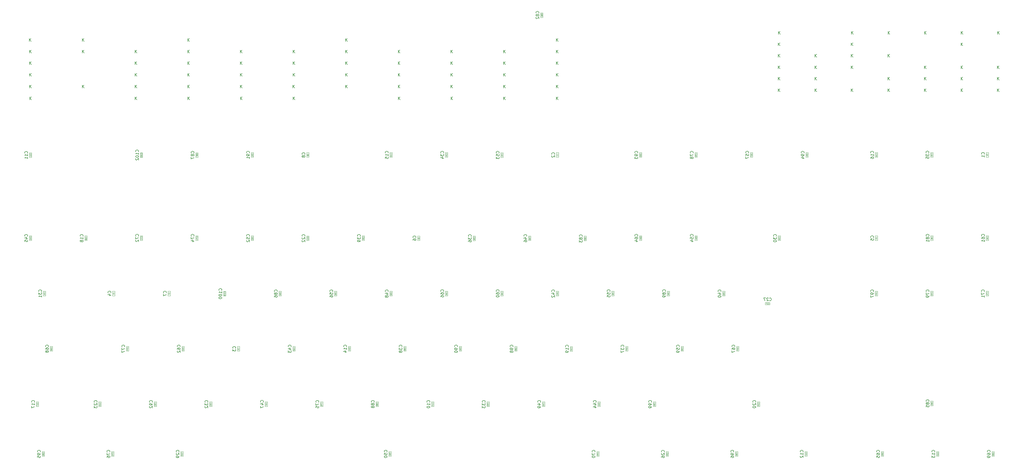
<source format=gbr>
G04 #@! TF.GenerationSoftware,KiCad,Pcbnew,(6.0.2)*
G04 #@! TF.CreationDate,2022-03-10T23:30:09+00:00*
G04 #@! TF.ProjectId,ENV_KB_RGB,454e565f-4b42-45f5-9247-422e6b696361,Rev.1*
G04 #@! TF.SameCoordinates,Original*
G04 #@! TF.FileFunction,AssemblyDrawing,Bot*
%FSLAX46Y46*%
G04 Gerber Fmt 4.6, Leading zero omitted, Abs format (unit mm)*
G04 Created by KiCad (PCBNEW (6.0.2)) date 2022-03-10 23:30:09*
%MOMM*%
%LPD*%
G01*
G04 APERTURE LIST*
%ADD10C,0.150000*%
%ADD11C,0.060000*%
%ADD12C,0.100000*%
G04 APERTURE END LIST*
D10*
X368938095Y-88652380D02*
X368938095Y-87652380D01*
X369509523Y-88652380D02*
X369080952Y-88080952D01*
X369509523Y-87652380D02*
X368938095Y-88223809D01*
X356338095Y-88652380D02*
X356338095Y-87652380D01*
X356909523Y-88652380D02*
X356480952Y-88080952D01*
X356909523Y-87652380D02*
X356338095Y-88223809D01*
X343838095Y-88652380D02*
X343838095Y-87652380D01*
X344409523Y-88652380D02*
X343980952Y-88080952D01*
X344409523Y-87652380D02*
X343838095Y-88223809D01*
X318738095Y-88652380D02*
X318738095Y-87652380D01*
X319309523Y-88652380D02*
X318880952Y-88080952D01*
X319309523Y-87652380D02*
X318738095Y-88223809D01*
X331238095Y-88652380D02*
X331238095Y-87652380D01*
X331809523Y-88652380D02*
X331380952Y-88080952D01*
X331809523Y-87652380D02*
X331238095Y-88223809D01*
X381438095Y-88652380D02*
X381438095Y-87652380D01*
X382009523Y-88652380D02*
X381580952Y-88080952D01*
X382009523Y-87652380D02*
X381438095Y-88223809D01*
X306138095Y-88652380D02*
X306138095Y-87652380D01*
X306709523Y-88652380D02*
X306280952Y-88080952D01*
X306709523Y-87652380D02*
X306138095Y-88223809D01*
X343863095Y-68937380D02*
X343863095Y-67937380D01*
X344434523Y-68937380D02*
X344005952Y-68365952D01*
X344434523Y-67937380D02*
X343863095Y-68508809D01*
X306138095Y-84652380D02*
X306138095Y-83652380D01*
X306709523Y-84652380D02*
X306280952Y-84080952D01*
X306709523Y-83652380D02*
X306138095Y-84223809D01*
X318738095Y-84652380D02*
X318738095Y-83652380D01*
X319309523Y-84652380D02*
X318880952Y-84080952D01*
X319309523Y-83652380D02*
X318738095Y-84223809D01*
X343838095Y-84652380D02*
X343838095Y-83652380D01*
X344409523Y-84652380D02*
X343980952Y-84080952D01*
X344409523Y-83652380D02*
X343838095Y-84223809D01*
X356338095Y-84652380D02*
X356338095Y-83652380D01*
X356909523Y-84652380D02*
X356480952Y-84080952D01*
X356909523Y-83652380D02*
X356338095Y-84223809D01*
X368938095Y-84652380D02*
X368938095Y-83652380D01*
X369509523Y-84652380D02*
X369080952Y-84080952D01*
X369509523Y-83652380D02*
X368938095Y-84223809D01*
X381438095Y-84652380D02*
X381438095Y-83652380D01*
X382009523Y-84652380D02*
X381580952Y-84080952D01*
X382009523Y-83652380D02*
X381438095Y-84223809D01*
X306138095Y-80752380D02*
X306138095Y-79752380D01*
X306709523Y-80752380D02*
X306280952Y-80180952D01*
X306709523Y-79752380D02*
X306138095Y-80323809D01*
X318738095Y-80752380D02*
X318738095Y-79752380D01*
X319309523Y-80752380D02*
X318880952Y-80180952D01*
X319309523Y-79752380D02*
X318738095Y-80323809D01*
X331238095Y-80752380D02*
X331238095Y-79752380D01*
X331809523Y-80752380D02*
X331380952Y-80180952D01*
X331809523Y-79752380D02*
X331238095Y-80323809D01*
X356338095Y-80752380D02*
X356338095Y-79752380D01*
X356909523Y-80752380D02*
X356480952Y-80180952D01*
X356909523Y-79752380D02*
X356338095Y-80323809D01*
X368938095Y-80752380D02*
X368938095Y-79752380D01*
X369509523Y-80752380D02*
X369080952Y-80180952D01*
X369509523Y-79752380D02*
X368938095Y-80323809D01*
X381438095Y-80752380D02*
X381438095Y-79752380D01*
X382009523Y-80752380D02*
X381580952Y-80180952D01*
X382009523Y-79752380D02*
X381438095Y-80323809D01*
X306138095Y-76752380D02*
X306138095Y-75752380D01*
X306709523Y-76752380D02*
X306280952Y-76180952D01*
X306709523Y-75752380D02*
X306138095Y-76323809D01*
X318738095Y-76752380D02*
X318738095Y-75752380D01*
X319309523Y-76752380D02*
X318880952Y-76180952D01*
X319309523Y-75752380D02*
X318738095Y-76323809D01*
X331238095Y-76752380D02*
X331238095Y-75752380D01*
X331809523Y-76752380D02*
X331380952Y-76180952D01*
X331809523Y-75752380D02*
X331238095Y-76323809D01*
X343838095Y-76752380D02*
X343838095Y-75752380D01*
X344409523Y-76752380D02*
X343980952Y-76180952D01*
X344409523Y-75752380D02*
X343838095Y-76323809D01*
X306138095Y-72852380D02*
X306138095Y-71852380D01*
X306709523Y-72852380D02*
X306280952Y-72280952D01*
X306709523Y-71852380D02*
X306138095Y-72423809D01*
X331238095Y-72852380D02*
X331238095Y-71852380D01*
X331809523Y-72852380D02*
X331380952Y-72280952D01*
X331809523Y-71852380D02*
X331238095Y-72423809D01*
X368938095Y-72852380D02*
X368938095Y-71852380D01*
X369509523Y-72852380D02*
X369080952Y-72280952D01*
X369509523Y-71852380D02*
X368938095Y-72423809D01*
X306213095Y-68937380D02*
X306213095Y-67937380D01*
X306784523Y-68937380D02*
X306355952Y-68365952D01*
X306784523Y-67937380D02*
X306213095Y-68508809D01*
X331313095Y-68937380D02*
X331313095Y-67937380D01*
X331884523Y-68937380D02*
X331455952Y-68365952D01*
X331884523Y-67937380D02*
X331313095Y-68508809D01*
X356413095Y-68937380D02*
X356413095Y-67937380D01*
X356984523Y-68937380D02*
X356555952Y-68365952D01*
X356984523Y-67937380D02*
X356413095Y-68508809D01*
X368963095Y-68937380D02*
X368963095Y-67937380D01*
X369534523Y-68937380D02*
X369105952Y-68365952D01*
X369534523Y-67937380D02*
X368963095Y-68508809D01*
X381513095Y-68937380D02*
X381513095Y-67937380D01*
X382084523Y-68937380D02*
X381655952Y-68365952D01*
X382084523Y-67937380D02*
X381513095Y-68508809D01*
X49038095Y-75352380D02*
X49038095Y-74352380D01*
X49609523Y-75352380D02*
X49180952Y-74780952D01*
X49609523Y-74352380D02*
X49038095Y-74923809D01*
X49038095Y-83352380D02*
X49038095Y-82352380D01*
X49609523Y-83352380D02*
X49180952Y-82780952D01*
X49609523Y-82352380D02*
X49038095Y-82923809D01*
X103363095Y-91437380D02*
X103363095Y-90437380D01*
X103934523Y-91437380D02*
X103505952Y-90865952D01*
X103934523Y-90437380D02*
X103363095Y-91008809D01*
X49063095Y-91437380D02*
X49063095Y-90437380D01*
X49634523Y-91437380D02*
X49205952Y-90865952D01*
X49634523Y-90437380D02*
X49063095Y-91008809D01*
X85263095Y-91437380D02*
X85263095Y-90437380D01*
X85834523Y-91437380D02*
X85405952Y-90865952D01*
X85834523Y-90437380D02*
X85263095Y-91008809D01*
X121463095Y-91437380D02*
X121463095Y-90437380D01*
X122034523Y-91437380D02*
X121605952Y-90865952D01*
X122034523Y-90437380D02*
X121463095Y-91008809D01*
X49038095Y-79352380D02*
X49038095Y-78352380D01*
X49609523Y-79352380D02*
X49180952Y-78780952D01*
X49609523Y-78352380D02*
X49038095Y-78923809D01*
X48938095Y-71352380D02*
X48938095Y-70352380D01*
X49509523Y-71352380D02*
X49080952Y-70780952D01*
X49509523Y-70352380D02*
X48938095Y-70923809D01*
X139513095Y-91437380D02*
X139513095Y-90437380D01*
X140084523Y-91437380D02*
X139655952Y-90865952D01*
X140084523Y-90437380D02*
X139513095Y-91008809D01*
X211863095Y-91437380D02*
X211863095Y-90437380D01*
X212434523Y-91437380D02*
X212005952Y-90865952D01*
X212434523Y-90437380D02*
X211863095Y-91008809D01*
X229963095Y-91437380D02*
X229963095Y-90437380D01*
X230534523Y-91437380D02*
X230105952Y-90865952D01*
X230534523Y-90437380D02*
X229963095Y-91008809D01*
X49038095Y-87352380D02*
X49038095Y-86352380D01*
X49609523Y-87352380D02*
X49180952Y-86780952D01*
X49609523Y-86352380D02*
X49038095Y-86923809D01*
X193763095Y-91437380D02*
X193763095Y-90437380D01*
X194334523Y-91437380D02*
X193905952Y-90865952D01*
X194334523Y-90437380D02*
X193763095Y-91008809D01*
X175703095Y-91437380D02*
X175703095Y-90437380D01*
X176274523Y-91437380D02*
X175845952Y-90865952D01*
X176274523Y-90437380D02*
X175703095Y-91008809D01*
X175638095Y-75352380D02*
X175638095Y-74352380D01*
X176209523Y-75352380D02*
X175780952Y-74780952D01*
X176209523Y-74352380D02*
X175638095Y-74923809D01*
X211838095Y-79352380D02*
X211838095Y-78352380D01*
X212409523Y-79352380D02*
X211980952Y-78780952D01*
X212409523Y-78352380D02*
X211838095Y-78923809D01*
X229938095Y-79352380D02*
X229938095Y-78352380D01*
X230509523Y-79352380D02*
X230080952Y-78780952D01*
X230509523Y-78352380D02*
X229938095Y-78923809D01*
X85238095Y-75352380D02*
X85238095Y-74352380D01*
X85809523Y-75352380D02*
X85380952Y-74780952D01*
X85809523Y-74352380D02*
X85238095Y-74923809D01*
X67138095Y-75352380D02*
X67138095Y-74352380D01*
X67709523Y-75352380D02*
X67280952Y-74780952D01*
X67709523Y-74352380D02*
X67138095Y-74923809D01*
X229938095Y-75352380D02*
X229938095Y-74352380D01*
X230509523Y-75352380D02*
X230080952Y-74780952D01*
X230509523Y-74352380D02*
X229938095Y-74923809D01*
X211838095Y-75352380D02*
X211838095Y-74352380D01*
X212409523Y-75352380D02*
X211980952Y-74780952D01*
X212409523Y-74352380D02*
X211838095Y-74923809D01*
X103338095Y-75352380D02*
X103338095Y-74352380D01*
X103909523Y-75352380D02*
X103480952Y-74780952D01*
X103909523Y-74352380D02*
X103338095Y-74923809D01*
X193738095Y-75352380D02*
X193738095Y-74352380D01*
X194309523Y-75352380D02*
X193880952Y-74780952D01*
X194309523Y-74352380D02*
X193738095Y-74923809D01*
X121438095Y-75352380D02*
X121438095Y-74352380D01*
X122009523Y-75352380D02*
X121580952Y-74780952D01*
X122009523Y-74352380D02*
X121438095Y-74923809D01*
X139538095Y-75352380D02*
X139538095Y-74352380D01*
X140109523Y-75352380D02*
X139680952Y-74780952D01*
X140109523Y-74352380D02*
X139538095Y-74923809D01*
X157538095Y-75352380D02*
X157538095Y-74352380D01*
X158109523Y-75352380D02*
X157680952Y-74780952D01*
X158109523Y-74352380D02*
X157538095Y-74923809D01*
X157538095Y-83352380D02*
X157538095Y-82352380D01*
X158109523Y-83352380D02*
X157680952Y-82780952D01*
X158109523Y-82352380D02*
X157538095Y-82923809D01*
X175638095Y-83352380D02*
X175638095Y-82352380D01*
X176209523Y-83352380D02*
X175780952Y-82780952D01*
X176209523Y-82352380D02*
X175638095Y-82923809D01*
X229938095Y-87352380D02*
X229938095Y-86352380D01*
X230509523Y-87352380D02*
X230080952Y-86780952D01*
X230509523Y-86352380D02*
X229938095Y-86923809D01*
X139538095Y-83352380D02*
X139538095Y-82352380D01*
X140109523Y-83352380D02*
X139680952Y-82780952D01*
X140109523Y-82352380D02*
X139538095Y-82923809D01*
X121438095Y-83352380D02*
X121438095Y-82352380D01*
X122009523Y-83352380D02*
X121580952Y-82780952D01*
X122009523Y-82352380D02*
X121438095Y-82923809D01*
X157538095Y-87352380D02*
X157538095Y-86352380D01*
X158109523Y-87352380D02*
X157680952Y-86780952D01*
X158109523Y-86352380D02*
X157538095Y-86923809D01*
X175638095Y-87352380D02*
X175638095Y-86352380D01*
X176209523Y-87352380D02*
X175780952Y-86780952D01*
X176209523Y-86352380D02*
X175638095Y-86923809D01*
X85238095Y-83352380D02*
X85238095Y-82352380D01*
X85809523Y-83352380D02*
X85380952Y-82780952D01*
X85809523Y-82352380D02*
X85238095Y-82923809D01*
X103338095Y-83352380D02*
X103338095Y-82352380D01*
X103909523Y-83352380D02*
X103480952Y-82780952D01*
X103909523Y-82352380D02*
X103338095Y-82923809D01*
X193738095Y-87352380D02*
X193738095Y-86352380D01*
X194309523Y-87352380D02*
X193880952Y-86780952D01*
X194309523Y-86352380D02*
X193738095Y-86923809D01*
X211838095Y-87352380D02*
X211838095Y-86352380D01*
X212409523Y-87352380D02*
X211980952Y-86780952D01*
X212409523Y-86352380D02*
X211838095Y-86923809D01*
X175638095Y-79352380D02*
X175638095Y-78352380D01*
X176209523Y-79352380D02*
X175780952Y-78780952D01*
X176209523Y-78352380D02*
X175638095Y-78923809D01*
X121438095Y-79352380D02*
X121438095Y-78352380D01*
X122009523Y-79352380D02*
X121580952Y-78780952D01*
X122009523Y-78352380D02*
X121438095Y-78923809D01*
X157538095Y-79352380D02*
X157538095Y-78352380D01*
X158109523Y-79352380D02*
X157680952Y-78780952D01*
X158109523Y-78352380D02*
X157538095Y-78923809D01*
X193738095Y-83352380D02*
X193738095Y-82352380D01*
X194309523Y-83352380D02*
X193880952Y-82780952D01*
X194309523Y-82352380D02*
X193738095Y-82923809D01*
X211838095Y-83352380D02*
X211838095Y-82352380D01*
X212409523Y-83352380D02*
X211980952Y-82780952D01*
X212409523Y-82352380D02*
X211838095Y-82923809D01*
X193738095Y-79352380D02*
X193738095Y-78352380D01*
X194309523Y-79352380D02*
X193880952Y-78780952D01*
X194309523Y-78352380D02*
X193738095Y-78923809D01*
X229938095Y-83352380D02*
X229938095Y-82352380D01*
X230509523Y-83352380D02*
X230080952Y-82780952D01*
X230509523Y-82352380D02*
X229938095Y-82923809D01*
X85238095Y-79352380D02*
X85238095Y-78352380D01*
X85809523Y-79352380D02*
X85380952Y-78780952D01*
X85809523Y-78352380D02*
X85238095Y-78923809D01*
X103338095Y-79352380D02*
X103338095Y-78352380D01*
X103909523Y-79352380D02*
X103480952Y-78780952D01*
X103909523Y-78352380D02*
X103338095Y-78923809D01*
X139538095Y-79352380D02*
X139538095Y-78352380D01*
X140109523Y-79352380D02*
X139680952Y-78780952D01*
X140109523Y-78352380D02*
X139538095Y-78923809D01*
X67138095Y-71352380D02*
X67138095Y-70352380D01*
X67709523Y-71352380D02*
X67280952Y-70780952D01*
X67709523Y-70352380D02*
X67138095Y-70923809D01*
X103338095Y-71352380D02*
X103338095Y-70352380D01*
X103909523Y-71352380D02*
X103480952Y-70780952D01*
X103909523Y-70352380D02*
X103338095Y-70923809D01*
X157538095Y-71352380D02*
X157538095Y-70352380D01*
X158109523Y-71352380D02*
X157680952Y-70780952D01*
X158109523Y-70352380D02*
X157538095Y-70923809D01*
X229938095Y-71352380D02*
X229938095Y-70352380D01*
X230509523Y-71352380D02*
X230080952Y-70780952D01*
X230509523Y-70352380D02*
X229938095Y-70923809D01*
X85238095Y-87352380D02*
X85238095Y-86352380D01*
X85809523Y-87352380D02*
X85380952Y-86780952D01*
X85809523Y-86352380D02*
X85238095Y-86923809D01*
X139438095Y-87352380D02*
X139438095Y-86352380D01*
X140009523Y-87352380D02*
X139580952Y-86780952D01*
X140009523Y-86352380D02*
X139438095Y-86923809D01*
X103338095Y-87352380D02*
X103338095Y-86352380D01*
X103909523Y-87352380D02*
X103480952Y-86780952D01*
X103909523Y-86352380D02*
X103338095Y-86923809D01*
X121438095Y-87352380D02*
X121438095Y-86352380D01*
X122009523Y-87352380D02*
X121580952Y-86780952D01*
X122009523Y-86352380D02*
X121438095Y-86923809D01*
X67138095Y-87352380D02*
X67138095Y-86352380D01*
X67709523Y-87352380D02*
X67280952Y-86780952D01*
X67709523Y-86352380D02*
X67138095Y-86923809D01*
X105402142Y-138307142D02*
X105449761Y-138259523D01*
X105497380Y-138116666D01*
X105497380Y-138021428D01*
X105449761Y-137878571D01*
X105354523Y-137783333D01*
X105259285Y-137735714D01*
X105068809Y-137688095D01*
X104925952Y-137688095D01*
X104735476Y-137735714D01*
X104640238Y-137783333D01*
X104545000Y-137878571D01*
X104497380Y-138021428D01*
X104497380Y-138116666D01*
X104545000Y-138259523D01*
X104592619Y-138307142D01*
X104497380Y-138640476D02*
X104497380Y-139307142D01*
X105497380Y-138878571D01*
X104830714Y-140116666D02*
X105497380Y-140116666D01*
X104449761Y-139878571D02*
X105164047Y-139640476D01*
X105164047Y-140259523D01*
D11*
X106617857Y-138692857D02*
X106636904Y-138673809D01*
X106655952Y-138616666D01*
X106655952Y-138578571D01*
X106636904Y-138521428D01*
X106598809Y-138483333D01*
X106560714Y-138464285D01*
X106484523Y-138445238D01*
X106427380Y-138445238D01*
X106351190Y-138464285D01*
X106313095Y-138483333D01*
X106275000Y-138521428D01*
X106255952Y-138578571D01*
X106255952Y-138616666D01*
X106275000Y-138673809D01*
X106294047Y-138692857D01*
X106255952Y-138826190D02*
X106255952Y-139092857D01*
X106655952Y-138921428D01*
X106389285Y-139416666D02*
X106655952Y-139416666D01*
X106236904Y-139321428D02*
X106522619Y-139226190D01*
X106522619Y-139473809D01*
D10*
X72077142Y-195432142D02*
X72124761Y-195384523D01*
X72172380Y-195241666D01*
X72172380Y-195146428D01*
X72124761Y-195003571D01*
X72029523Y-194908333D01*
X71934285Y-194860714D01*
X71743809Y-194813095D01*
X71600952Y-194813095D01*
X71410476Y-194860714D01*
X71315238Y-194908333D01*
X71220000Y-195003571D01*
X71172380Y-195146428D01*
X71172380Y-195241666D01*
X71220000Y-195384523D01*
X71267619Y-195432142D01*
X71267619Y-195813095D02*
X71220000Y-195860714D01*
X71172380Y-195955952D01*
X71172380Y-196194047D01*
X71220000Y-196289285D01*
X71267619Y-196336904D01*
X71362857Y-196384523D01*
X71458095Y-196384523D01*
X71600952Y-196336904D01*
X72172380Y-195765476D01*
X72172380Y-196384523D01*
X71172380Y-196717857D02*
X71172380Y-197336904D01*
X71553333Y-197003571D01*
X71553333Y-197146428D01*
X71600952Y-197241666D01*
X71648571Y-197289285D01*
X71743809Y-197336904D01*
X71981904Y-197336904D01*
X72077142Y-197289285D01*
X72124761Y-197241666D01*
X72172380Y-197146428D01*
X72172380Y-196860714D01*
X72124761Y-196765476D01*
X72077142Y-196717857D01*
D11*
X73292857Y-195817857D02*
X73311904Y-195798809D01*
X73330952Y-195741666D01*
X73330952Y-195703571D01*
X73311904Y-195646428D01*
X73273809Y-195608333D01*
X73235714Y-195589285D01*
X73159523Y-195570238D01*
X73102380Y-195570238D01*
X73026190Y-195589285D01*
X72988095Y-195608333D01*
X72950000Y-195646428D01*
X72930952Y-195703571D01*
X72930952Y-195741666D01*
X72950000Y-195798809D01*
X72969047Y-195817857D01*
X72969047Y-195970238D02*
X72950000Y-195989285D01*
X72930952Y-196027380D01*
X72930952Y-196122619D01*
X72950000Y-196160714D01*
X72969047Y-196179761D01*
X73007142Y-196198809D01*
X73045238Y-196198809D01*
X73102380Y-196179761D01*
X73330952Y-195951190D01*
X73330952Y-196198809D01*
X72930952Y-196332142D02*
X72930952Y-196579761D01*
X73083333Y-196446428D01*
X73083333Y-196503571D01*
X73102380Y-196541666D01*
X73121428Y-196560714D01*
X73159523Y-196579761D01*
X73254761Y-196579761D01*
X73292857Y-196560714D01*
X73311904Y-196541666D01*
X73330952Y-196503571D01*
X73330952Y-196389285D01*
X73311904Y-196351190D01*
X73292857Y-196332142D01*
D10*
X86352142Y-138307142D02*
X86399761Y-138259523D01*
X86447380Y-138116666D01*
X86447380Y-138021428D01*
X86399761Y-137878571D01*
X86304523Y-137783333D01*
X86209285Y-137735714D01*
X86018809Y-137688095D01*
X85875952Y-137688095D01*
X85685476Y-137735714D01*
X85590238Y-137783333D01*
X85495000Y-137878571D01*
X85447380Y-138021428D01*
X85447380Y-138116666D01*
X85495000Y-138259523D01*
X85542619Y-138307142D01*
X85447380Y-138640476D02*
X85447380Y-139307142D01*
X86447380Y-138878571D01*
X85542619Y-139640476D02*
X85495000Y-139688095D01*
X85447380Y-139783333D01*
X85447380Y-140021428D01*
X85495000Y-140116666D01*
X85542619Y-140164285D01*
X85637857Y-140211904D01*
X85733095Y-140211904D01*
X85875952Y-140164285D01*
X86447380Y-139592857D01*
X86447380Y-140211904D01*
D11*
X87567857Y-138692857D02*
X87586904Y-138673809D01*
X87605952Y-138616666D01*
X87605952Y-138578571D01*
X87586904Y-138521428D01*
X87548809Y-138483333D01*
X87510714Y-138464285D01*
X87434523Y-138445238D01*
X87377380Y-138445238D01*
X87301190Y-138464285D01*
X87263095Y-138483333D01*
X87225000Y-138521428D01*
X87205952Y-138578571D01*
X87205952Y-138616666D01*
X87225000Y-138673809D01*
X87244047Y-138692857D01*
X87205952Y-138826190D02*
X87205952Y-139092857D01*
X87605952Y-138921428D01*
X87244047Y-139226190D02*
X87225000Y-139245238D01*
X87205952Y-139283333D01*
X87205952Y-139378571D01*
X87225000Y-139416666D01*
X87244047Y-139435714D01*
X87282142Y-139454761D01*
X87320238Y-139454761D01*
X87377380Y-139435714D01*
X87605952Y-139207142D01*
X87605952Y-139454761D01*
D10*
X133977142Y-157407142D02*
X134024761Y-157359523D01*
X134072380Y-157216666D01*
X134072380Y-157121428D01*
X134024761Y-156978571D01*
X133929523Y-156883333D01*
X133834285Y-156835714D01*
X133643809Y-156788095D01*
X133500952Y-156788095D01*
X133310476Y-156835714D01*
X133215238Y-156883333D01*
X133120000Y-156978571D01*
X133072380Y-157121428D01*
X133072380Y-157216666D01*
X133120000Y-157359523D01*
X133167619Y-157407142D01*
X133500952Y-157978571D02*
X133453333Y-157883333D01*
X133405714Y-157835714D01*
X133310476Y-157788095D01*
X133262857Y-157788095D01*
X133167619Y-157835714D01*
X133120000Y-157883333D01*
X133072380Y-157978571D01*
X133072380Y-158169047D01*
X133120000Y-158264285D01*
X133167619Y-158311904D01*
X133262857Y-158359523D01*
X133310476Y-158359523D01*
X133405714Y-158311904D01*
X133453333Y-158264285D01*
X133500952Y-158169047D01*
X133500952Y-157978571D01*
X133548571Y-157883333D01*
X133596190Y-157835714D01*
X133691428Y-157788095D01*
X133881904Y-157788095D01*
X133977142Y-157835714D01*
X134024761Y-157883333D01*
X134072380Y-157978571D01*
X134072380Y-158169047D01*
X134024761Y-158264285D01*
X133977142Y-158311904D01*
X133881904Y-158359523D01*
X133691428Y-158359523D01*
X133596190Y-158311904D01*
X133548571Y-158264285D01*
X133500952Y-158169047D01*
X133072380Y-159216666D02*
X133072380Y-159026190D01*
X133120000Y-158930952D01*
X133167619Y-158883333D01*
X133310476Y-158788095D01*
X133500952Y-158740476D01*
X133881904Y-158740476D01*
X133977142Y-158788095D01*
X134024761Y-158835714D01*
X134072380Y-158930952D01*
X134072380Y-159121428D01*
X134024761Y-159216666D01*
X133977142Y-159264285D01*
X133881904Y-159311904D01*
X133643809Y-159311904D01*
X133548571Y-159264285D01*
X133500952Y-159216666D01*
X133453333Y-159121428D01*
X133453333Y-158930952D01*
X133500952Y-158835714D01*
X133548571Y-158788095D01*
X133643809Y-158740476D01*
D11*
X135192857Y-157792857D02*
X135211904Y-157773809D01*
X135230952Y-157716666D01*
X135230952Y-157678571D01*
X135211904Y-157621428D01*
X135173809Y-157583333D01*
X135135714Y-157564285D01*
X135059523Y-157545238D01*
X135002380Y-157545238D01*
X134926190Y-157564285D01*
X134888095Y-157583333D01*
X134850000Y-157621428D01*
X134830952Y-157678571D01*
X134830952Y-157716666D01*
X134850000Y-157773809D01*
X134869047Y-157792857D01*
X135002380Y-158021428D02*
X134983333Y-157983333D01*
X134964285Y-157964285D01*
X134926190Y-157945238D01*
X134907142Y-157945238D01*
X134869047Y-157964285D01*
X134850000Y-157983333D01*
X134830952Y-158021428D01*
X134830952Y-158097619D01*
X134850000Y-158135714D01*
X134869047Y-158154761D01*
X134907142Y-158173809D01*
X134926190Y-158173809D01*
X134964285Y-158154761D01*
X134983333Y-158135714D01*
X135002380Y-158097619D01*
X135002380Y-158021428D01*
X135021428Y-157983333D01*
X135040476Y-157964285D01*
X135078571Y-157945238D01*
X135154761Y-157945238D01*
X135192857Y-157964285D01*
X135211904Y-157983333D01*
X135230952Y-158021428D01*
X135230952Y-158097619D01*
X135211904Y-158135714D01*
X135192857Y-158154761D01*
X135154761Y-158173809D01*
X135078571Y-158173809D01*
X135040476Y-158154761D01*
X135021428Y-158135714D01*
X135002380Y-158097619D01*
X134830952Y-158516666D02*
X134830952Y-158440476D01*
X134850000Y-158402380D01*
X134869047Y-158383333D01*
X134926190Y-158345238D01*
X135002380Y-158326190D01*
X135154761Y-158326190D01*
X135192857Y-158345238D01*
X135211904Y-158364285D01*
X135230952Y-158402380D01*
X135230952Y-158478571D01*
X135211904Y-158516666D01*
X135192857Y-158535714D01*
X135154761Y-158554761D01*
X135059523Y-158554761D01*
X135021428Y-158535714D01*
X135002380Y-158516666D01*
X134983333Y-158478571D01*
X134983333Y-158402380D01*
X135002380Y-158364285D01*
X135021428Y-158345238D01*
X135059523Y-158326190D01*
D10*
X210177142Y-157357142D02*
X210224761Y-157309523D01*
X210272380Y-157166666D01*
X210272380Y-157071428D01*
X210224761Y-156928571D01*
X210129523Y-156833333D01*
X210034285Y-156785714D01*
X209843809Y-156738095D01*
X209700952Y-156738095D01*
X209510476Y-156785714D01*
X209415238Y-156833333D01*
X209320000Y-156928571D01*
X209272380Y-157071428D01*
X209272380Y-157166666D01*
X209320000Y-157309523D01*
X209367619Y-157357142D01*
X209272380Y-158214285D02*
X209272380Y-158023809D01*
X209320000Y-157928571D01*
X209367619Y-157880952D01*
X209510476Y-157785714D01*
X209700952Y-157738095D01*
X210081904Y-157738095D01*
X210177142Y-157785714D01*
X210224761Y-157833333D01*
X210272380Y-157928571D01*
X210272380Y-158119047D01*
X210224761Y-158214285D01*
X210177142Y-158261904D01*
X210081904Y-158309523D01*
X209843809Y-158309523D01*
X209748571Y-158261904D01*
X209700952Y-158214285D01*
X209653333Y-158119047D01*
X209653333Y-157928571D01*
X209700952Y-157833333D01*
X209748571Y-157785714D01*
X209843809Y-157738095D01*
X209272380Y-158928571D02*
X209272380Y-159023809D01*
X209320000Y-159119047D01*
X209367619Y-159166666D01*
X209462857Y-159214285D01*
X209653333Y-159261904D01*
X209891428Y-159261904D01*
X210081904Y-159214285D01*
X210177142Y-159166666D01*
X210224761Y-159119047D01*
X210272380Y-159023809D01*
X210272380Y-158928571D01*
X210224761Y-158833333D01*
X210177142Y-158785714D01*
X210081904Y-158738095D01*
X209891428Y-158690476D01*
X209653333Y-158690476D01*
X209462857Y-158738095D01*
X209367619Y-158785714D01*
X209320000Y-158833333D01*
X209272380Y-158928571D01*
D11*
X211392857Y-157742857D02*
X211411904Y-157723809D01*
X211430952Y-157666666D01*
X211430952Y-157628571D01*
X211411904Y-157571428D01*
X211373809Y-157533333D01*
X211335714Y-157514285D01*
X211259523Y-157495238D01*
X211202380Y-157495238D01*
X211126190Y-157514285D01*
X211088095Y-157533333D01*
X211050000Y-157571428D01*
X211030952Y-157628571D01*
X211030952Y-157666666D01*
X211050000Y-157723809D01*
X211069047Y-157742857D01*
X211030952Y-158085714D02*
X211030952Y-158009523D01*
X211050000Y-157971428D01*
X211069047Y-157952380D01*
X211126190Y-157914285D01*
X211202380Y-157895238D01*
X211354761Y-157895238D01*
X211392857Y-157914285D01*
X211411904Y-157933333D01*
X211430952Y-157971428D01*
X211430952Y-158047619D01*
X211411904Y-158085714D01*
X211392857Y-158104761D01*
X211354761Y-158123809D01*
X211259523Y-158123809D01*
X211221428Y-158104761D01*
X211202380Y-158085714D01*
X211183333Y-158047619D01*
X211183333Y-157971428D01*
X211202380Y-157933333D01*
X211221428Y-157914285D01*
X211259523Y-157895238D01*
X211030952Y-158371428D02*
X211030952Y-158409523D01*
X211050000Y-158447619D01*
X211069047Y-158466666D01*
X211107142Y-158485714D01*
X211183333Y-158504761D01*
X211278571Y-158504761D01*
X211354761Y-158485714D01*
X211392857Y-158466666D01*
X211411904Y-158447619D01*
X211430952Y-158409523D01*
X211430952Y-158371428D01*
X211411904Y-158333333D01*
X211392857Y-158314285D01*
X211354761Y-158295238D01*
X211278571Y-158276190D01*
X211183333Y-158276190D01*
X211107142Y-158295238D01*
X211069047Y-158314285D01*
X211050000Y-158333333D01*
X211030952Y-158371428D01*
D10*
X171717142Y-212517142D02*
X171764761Y-212469523D01*
X171812380Y-212326666D01*
X171812380Y-212231428D01*
X171764761Y-212088571D01*
X171669523Y-211993333D01*
X171574285Y-211945714D01*
X171383809Y-211898095D01*
X171240952Y-211898095D01*
X171050476Y-211945714D01*
X170955238Y-211993333D01*
X170860000Y-212088571D01*
X170812380Y-212231428D01*
X170812380Y-212326666D01*
X170860000Y-212469523D01*
X170907619Y-212517142D01*
X170812380Y-213421904D02*
X170812380Y-212945714D01*
X171288571Y-212898095D01*
X171240952Y-212945714D01*
X171193333Y-213040952D01*
X171193333Y-213279047D01*
X171240952Y-213374285D01*
X171288571Y-213421904D01*
X171383809Y-213469523D01*
X171621904Y-213469523D01*
X171717142Y-213421904D01*
X171764761Y-213374285D01*
X171812380Y-213279047D01*
X171812380Y-213040952D01*
X171764761Y-212945714D01*
X171717142Y-212898095D01*
X170812380Y-214088571D02*
X170812380Y-214183809D01*
X170860000Y-214279047D01*
X170907619Y-214326666D01*
X171002857Y-214374285D01*
X171193333Y-214421904D01*
X171431428Y-214421904D01*
X171621904Y-214374285D01*
X171717142Y-214326666D01*
X171764761Y-214279047D01*
X171812380Y-214183809D01*
X171812380Y-214088571D01*
X171764761Y-213993333D01*
X171717142Y-213945714D01*
X171621904Y-213898095D01*
X171431428Y-213850476D01*
X171193333Y-213850476D01*
X171002857Y-213898095D01*
X170907619Y-213945714D01*
X170860000Y-213993333D01*
X170812380Y-214088571D01*
D11*
X172932857Y-212902857D02*
X172951904Y-212883809D01*
X172970952Y-212826666D01*
X172970952Y-212788571D01*
X172951904Y-212731428D01*
X172913809Y-212693333D01*
X172875714Y-212674285D01*
X172799523Y-212655238D01*
X172742380Y-212655238D01*
X172666190Y-212674285D01*
X172628095Y-212693333D01*
X172590000Y-212731428D01*
X172570952Y-212788571D01*
X172570952Y-212826666D01*
X172590000Y-212883809D01*
X172609047Y-212902857D01*
X172570952Y-213264761D02*
X172570952Y-213074285D01*
X172761428Y-213055238D01*
X172742380Y-213074285D01*
X172723333Y-213112380D01*
X172723333Y-213207619D01*
X172742380Y-213245714D01*
X172761428Y-213264761D01*
X172799523Y-213283809D01*
X172894761Y-213283809D01*
X172932857Y-213264761D01*
X172951904Y-213245714D01*
X172970952Y-213207619D01*
X172970952Y-213112380D01*
X172951904Y-213074285D01*
X172932857Y-213055238D01*
X172570952Y-213531428D02*
X172570952Y-213569523D01*
X172590000Y-213607619D01*
X172609047Y-213626666D01*
X172647142Y-213645714D01*
X172723333Y-213664761D01*
X172818571Y-213664761D01*
X172894761Y-213645714D01*
X172932857Y-213626666D01*
X172951904Y-213607619D01*
X172970952Y-213569523D01*
X172970952Y-213531428D01*
X172951904Y-213493333D01*
X172932857Y-213474285D01*
X172894761Y-213455238D01*
X172818571Y-213436190D01*
X172723333Y-213436190D01*
X172647142Y-213455238D01*
X172609047Y-213474285D01*
X172590000Y-213493333D01*
X172570952Y-213531428D01*
D10*
X191127142Y-157357142D02*
X191174761Y-157309523D01*
X191222380Y-157166666D01*
X191222380Y-157071428D01*
X191174761Y-156928571D01*
X191079523Y-156833333D01*
X190984285Y-156785714D01*
X190793809Y-156738095D01*
X190650952Y-156738095D01*
X190460476Y-156785714D01*
X190365238Y-156833333D01*
X190270000Y-156928571D01*
X190222380Y-157071428D01*
X190222380Y-157166666D01*
X190270000Y-157309523D01*
X190317619Y-157357142D01*
X190222380Y-158214285D02*
X190222380Y-158023809D01*
X190270000Y-157928571D01*
X190317619Y-157880952D01*
X190460476Y-157785714D01*
X190650952Y-157738095D01*
X191031904Y-157738095D01*
X191127142Y-157785714D01*
X191174761Y-157833333D01*
X191222380Y-157928571D01*
X191222380Y-158119047D01*
X191174761Y-158214285D01*
X191127142Y-158261904D01*
X191031904Y-158309523D01*
X190793809Y-158309523D01*
X190698571Y-158261904D01*
X190650952Y-158214285D01*
X190603333Y-158119047D01*
X190603333Y-157928571D01*
X190650952Y-157833333D01*
X190698571Y-157785714D01*
X190793809Y-157738095D01*
X190222380Y-159166666D02*
X190222380Y-158976190D01*
X190270000Y-158880952D01*
X190317619Y-158833333D01*
X190460476Y-158738095D01*
X190650952Y-158690476D01*
X191031904Y-158690476D01*
X191127142Y-158738095D01*
X191174761Y-158785714D01*
X191222380Y-158880952D01*
X191222380Y-159071428D01*
X191174761Y-159166666D01*
X191127142Y-159214285D01*
X191031904Y-159261904D01*
X190793809Y-159261904D01*
X190698571Y-159214285D01*
X190650952Y-159166666D01*
X190603333Y-159071428D01*
X190603333Y-158880952D01*
X190650952Y-158785714D01*
X190698571Y-158738095D01*
X190793809Y-158690476D01*
D11*
X192342857Y-157742857D02*
X192361904Y-157723809D01*
X192380952Y-157666666D01*
X192380952Y-157628571D01*
X192361904Y-157571428D01*
X192323809Y-157533333D01*
X192285714Y-157514285D01*
X192209523Y-157495238D01*
X192152380Y-157495238D01*
X192076190Y-157514285D01*
X192038095Y-157533333D01*
X192000000Y-157571428D01*
X191980952Y-157628571D01*
X191980952Y-157666666D01*
X192000000Y-157723809D01*
X192019047Y-157742857D01*
X191980952Y-158085714D02*
X191980952Y-158009523D01*
X192000000Y-157971428D01*
X192019047Y-157952380D01*
X192076190Y-157914285D01*
X192152380Y-157895238D01*
X192304761Y-157895238D01*
X192342857Y-157914285D01*
X192361904Y-157933333D01*
X192380952Y-157971428D01*
X192380952Y-158047619D01*
X192361904Y-158085714D01*
X192342857Y-158104761D01*
X192304761Y-158123809D01*
X192209523Y-158123809D01*
X192171428Y-158104761D01*
X192152380Y-158085714D01*
X192133333Y-158047619D01*
X192133333Y-157971428D01*
X192152380Y-157933333D01*
X192171428Y-157914285D01*
X192209523Y-157895238D01*
X191980952Y-158466666D02*
X191980952Y-158390476D01*
X192000000Y-158352380D01*
X192019047Y-158333333D01*
X192076190Y-158295238D01*
X192152380Y-158276190D01*
X192304761Y-158276190D01*
X192342857Y-158295238D01*
X192361904Y-158314285D01*
X192380952Y-158352380D01*
X192380952Y-158428571D01*
X192361904Y-158466666D01*
X192342857Y-158485714D01*
X192304761Y-158504761D01*
X192209523Y-158504761D01*
X192171428Y-158485714D01*
X192152380Y-158466666D01*
X192133333Y-158428571D01*
X192133333Y-158352380D01*
X192152380Y-158314285D01*
X192171428Y-158295238D01*
X192209523Y-158276190D01*
D10*
X357827142Y-157407142D02*
X357874761Y-157359523D01*
X357922380Y-157216666D01*
X357922380Y-157121428D01*
X357874761Y-156978571D01*
X357779523Y-156883333D01*
X357684285Y-156835714D01*
X357493809Y-156788095D01*
X357350952Y-156788095D01*
X357160476Y-156835714D01*
X357065238Y-156883333D01*
X356970000Y-156978571D01*
X356922380Y-157121428D01*
X356922380Y-157216666D01*
X356970000Y-157359523D01*
X357017619Y-157407142D01*
X356922380Y-157740476D02*
X356922380Y-158407142D01*
X357922380Y-157978571D01*
X357922380Y-158835714D02*
X357922380Y-159026190D01*
X357874761Y-159121428D01*
X357827142Y-159169047D01*
X357684285Y-159264285D01*
X357493809Y-159311904D01*
X357112857Y-159311904D01*
X357017619Y-159264285D01*
X356970000Y-159216666D01*
X356922380Y-159121428D01*
X356922380Y-158930952D01*
X356970000Y-158835714D01*
X357017619Y-158788095D01*
X357112857Y-158740476D01*
X357350952Y-158740476D01*
X357446190Y-158788095D01*
X357493809Y-158835714D01*
X357541428Y-158930952D01*
X357541428Y-159121428D01*
X357493809Y-159216666D01*
X357446190Y-159264285D01*
X357350952Y-159311904D01*
D11*
X359042857Y-157792857D02*
X359061904Y-157773809D01*
X359080952Y-157716666D01*
X359080952Y-157678571D01*
X359061904Y-157621428D01*
X359023809Y-157583333D01*
X358985714Y-157564285D01*
X358909523Y-157545238D01*
X358852380Y-157545238D01*
X358776190Y-157564285D01*
X358738095Y-157583333D01*
X358700000Y-157621428D01*
X358680952Y-157678571D01*
X358680952Y-157716666D01*
X358700000Y-157773809D01*
X358719047Y-157792857D01*
X358680952Y-157926190D02*
X358680952Y-158192857D01*
X359080952Y-158021428D01*
X359080952Y-158364285D02*
X359080952Y-158440476D01*
X359061904Y-158478571D01*
X359042857Y-158497619D01*
X358985714Y-158535714D01*
X358909523Y-158554761D01*
X358757142Y-158554761D01*
X358719047Y-158535714D01*
X358700000Y-158516666D01*
X358680952Y-158478571D01*
X358680952Y-158402380D01*
X358700000Y-158364285D01*
X358719047Y-158345238D01*
X358757142Y-158326190D01*
X358852380Y-158326190D01*
X358890476Y-158345238D01*
X358909523Y-158364285D01*
X358928571Y-158402380D01*
X358928571Y-158478571D01*
X358909523Y-158516666D01*
X358890476Y-158535714D01*
X358852380Y-158554761D01*
D10*
X172077142Y-109757142D02*
X172124761Y-109709523D01*
X172172380Y-109566666D01*
X172172380Y-109471428D01*
X172124761Y-109328571D01*
X172029523Y-109233333D01*
X171934285Y-109185714D01*
X171743809Y-109138095D01*
X171600952Y-109138095D01*
X171410476Y-109185714D01*
X171315238Y-109233333D01*
X171220000Y-109328571D01*
X171172380Y-109471428D01*
X171172380Y-109566666D01*
X171220000Y-109709523D01*
X171267619Y-109757142D01*
X172172380Y-110709523D02*
X172172380Y-110138095D01*
X172172380Y-110423809D02*
X171172380Y-110423809D01*
X171315238Y-110328571D01*
X171410476Y-110233333D01*
X171458095Y-110138095D01*
X171172380Y-111614285D02*
X171172380Y-111138095D01*
X171648571Y-111090476D01*
X171600952Y-111138095D01*
X171553333Y-111233333D01*
X171553333Y-111471428D01*
X171600952Y-111566666D01*
X171648571Y-111614285D01*
X171743809Y-111661904D01*
X171981904Y-111661904D01*
X172077142Y-111614285D01*
X172124761Y-111566666D01*
X172172380Y-111471428D01*
X172172380Y-111233333D01*
X172124761Y-111138095D01*
X172077142Y-111090476D01*
D11*
X173292857Y-110142857D02*
X173311904Y-110123809D01*
X173330952Y-110066666D01*
X173330952Y-110028571D01*
X173311904Y-109971428D01*
X173273809Y-109933333D01*
X173235714Y-109914285D01*
X173159523Y-109895238D01*
X173102380Y-109895238D01*
X173026190Y-109914285D01*
X172988095Y-109933333D01*
X172950000Y-109971428D01*
X172930952Y-110028571D01*
X172930952Y-110066666D01*
X172950000Y-110123809D01*
X172969047Y-110142857D01*
X173330952Y-110523809D02*
X173330952Y-110295238D01*
X173330952Y-110409523D02*
X172930952Y-110409523D01*
X172988095Y-110371428D01*
X173026190Y-110333333D01*
X173045238Y-110295238D01*
X172930952Y-110885714D02*
X172930952Y-110695238D01*
X173121428Y-110676190D01*
X173102380Y-110695238D01*
X173083333Y-110733333D01*
X173083333Y-110828571D01*
X173102380Y-110866666D01*
X173121428Y-110885714D01*
X173159523Y-110904761D01*
X173254761Y-110904761D01*
X173292857Y-110885714D01*
X173311904Y-110866666D01*
X173330952Y-110828571D01*
X173330952Y-110733333D01*
X173311904Y-110695238D01*
X173292857Y-110676190D01*
D10*
X276852142Y-109757142D02*
X276899761Y-109709523D01*
X276947380Y-109566666D01*
X276947380Y-109471428D01*
X276899761Y-109328571D01*
X276804523Y-109233333D01*
X276709285Y-109185714D01*
X276518809Y-109138095D01*
X276375952Y-109138095D01*
X276185476Y-109185714D01*
X276090238Y-109233333D01*
X275995000Y-109328571D01*
X275947380Y-109471428D01*
X275947380Y-109566666D01*
X275995000Y-109709523D01*
X276042619Y-109757142D01*
X275947380Y-110090476D02*
X275947380Y-110757142D01*
X276947380Y-110328571D01*
X276375952Y-111280952D02*
X276328333Y-111185714D01*
X276280714Y-111138095D01*
X276185476Y-111090476D01*
X276137857Y-111090476D01*
X276042619Y-111138095D01*
X275995000Y-111185714D01*
X275947380Y-111280952D01*
X275947380Y-111471428D01*
X275995000Y-111566666D01*
X276042619Y-111614285D01*
X276137857Y-111661904D01*
X276185476Y-111661904D01*
X276280714Y-111614285D01*
X276328333Y-111566666D01*
X276375952Y-111471428D01*
X276375952Y-111280952D01*
X276423571Y-111185714D01*
X276471190Y-111138095D01*
X276566428Y-111090476D01*
X276756904Y-111090476D01*
X276852142Y-111138095D01*
X276899761Y-111185714D01*
X276947380Y-111280952D01*
X276947380Y-111471428D01*
X276899761Y-111566666D01*
X276852142Y-111614285D01*
X276756904Y-111661904D01*
X276566428Y-111661904D01*
X276471190Y-111614285D01*
X276423571Y-111566666D01*
X276375952Y-111471428D01*
D11*
X278067857Y-110142857D02*
X278086904Y-110123809D01*
X278105952Y-110066666D01*
X278105952Y-110028571D01*
X278086904Y-109971428D01*
X278048809Y-109933333D01*
X278010714Y-109914285D01*
X277934523Y-109895238D01*
X277877380Y-109895238D01*
X277801190Y-109914285D01*
X277763095Y-109933333D01*
X277725000Y-109971428D01*
X277705952Y-110028571D01*
X277705952Y-110066666D01*
X277725000Y-110123809D01*
X277744047Y-110142857D01*
X277705952Y-110276190D02*
X277705952Y-110542857D01*
X278105952Y-110371428D01*
X277877380Y-110752380D02*
X277858333Y-110714285D01*
X277839285Y-110695238D01*
X277801190Y-110676190D01*
X277782142Y-110676190D01*
X277744047Y-110695238D01*
X277725000Y-110714285D01*
X277705952Y-110752380D01*
X277705952Y-110828571D01*
X277725000Y-110866666D01*
X277744047Y-110885714D01*
X277782142Y-110904761D01*
X277801190Y-110904761D01*
X277839285Y-110885714D01*
X277858333Y-110866666D01*
X277877380Y-110828571D01*
X277877380Y-110752380D01*
X277896428Y-110714285D01*
X277915476Y-110695238D01*
X277953571Y-110676190D01*
X278029761Y-110676190D01*
X278067857Y-110695238D01*
X278086904Y-110714285D01*
X278105952Y-110752380D01*
X278105952Y-110828571D01*
X278086904Y-110866666D01*
X278067857Y-110885714D01*
X278029761Y-110904761D01*
X277953571Y-110904761D01*
X277915476Y-110885714D01*
X277896428Y-110866666D01*
X277877380Y-110828571D01*
D10*
X200652142Y-138407142D02*
X200699761Y-138359523D01*
X200747380Y-138216666D01*
X200747380Y-138121428D01*
X200699761Y-137978571D01*
X200604523Y-137883333D01*
X200509285Y-137835714D01*
X200318809Y-137788095D01*
X200175952Y-137788095D01*
X199985476Y-137835714D01*
X199890238Y-137883333D01*
X199795000Y-137978571D01*
X199747380Y-138121428D01*
X199747380Y-138216666D01*
X199795000Y-138359523D01*
X199842619Y-138407142D01*
X199747380Y-138740476D02*
X199747380Y-139359523D01*
X200128333Y-139026190D01*
X200128333Y-139169047D01*
X200175952Y-139264285D01*
X200223571Y-139311904D01*
X200318809Y-139359523D01*
X200556904Y-139359523D01*
X200652142Y-139311904D01*
X200699761Y-139264285D01*
X200747380Y-139169047D01*
X200747380Y-138883333D01*
X200699761Y-138788095D01*
X200652142Y-138740476D01*
X199747380Y-140216666D02*
X199747380Y-140026190D01*
X199795000Y-139930952D01*
X199842619Y-139883333D01*
X199985476Y-139788095D01*
X200175952Y-139740476D01*
X200556904Y-139740476D01*
X200652142Y-139788095D01*
X200699761Y-139835714D01*
X200747380Y-139930952D01*
X200747380Y-140121428D01*
X200699761Y-140216666D01*
X200652142Y-140264285D01*
X200556904Y-140311904D01*
X200318809Y-140311904D01*
X200223571Y-140264285D01*
X200175952Y-140216666D01*
X200128333Y-140121428D01*
X200128333Y-139930952D01*
X200175952Y-139835714D01*
X200223571Y-139788095D01*
X200318809Y-139740476D01*
D11*
X201867857Y-138792857D02*
X201886904Y-138773809D01*
X201905952Y-138716666D01*
X201905952Y-138678571D01*
X201886904Y-138621428D01*
X201848809Y-138583333D01*
X201810714Y-138564285D01*
X201734523Y-138545238D01*
X201677380Y-138545238D01*
X201601190Y-138564285D01*
X201563095Y-138583333D01*
X201525000Y-138621428D01*
X201505952Y-138678571D01*
X201505952Y-138716666D01*
X201525000Y-138773809D01*
X201544047Y-138792857D01*
X201505952Y-138926190D02*
X201505952Y-139173809D01*
X201658333Y-139040476D01*
X201658333Y-139097619D01*
X201677380Y-139135714D01*
X201696428Y-139154761D01*
X201734523Y-139173809D01*
X201829761Y-139173809D01*
X201867857Y-139154761D01*
X201886904Y-139135714D01*
X201905952Y-139097619D01*
X201905952Y-138983333D01*
X201886904Y-138945238D01*
X201867857Y-138926190D01*
X201505952Y-139516666D02*
X201505952Y-139440476D01*
X201525000Y-139402380D01*
X201544047Y-139383333D01*
X201601190Y-139345238D01*
X201677380Y-139326190D01*
X201829761Y-139326190D01*
X201867857Y-139345238D01*
X201886904Y-139364285D01*
X201905952Y-139402380D01*
X201905952Y-139478571D01*
X201886904Y-139516666D01*
X201867857Y-139535714D01*
X201829761Y-139554761D01*
X201734523Y-139554761D01*
X201696428Y-139535714D01*
X201677380Y-139516666D01*
X201658333Y-139478571D01*
X201658333Y-139402380D01*
X201677380Y-139364285D01*
X201696428Y-139345238D01*
X201734523Y-139326190D01*
D10*
X114927142Y-156955952D02*
X114974761Y-156908333D01*
X115022380Y-156765476D01*
X115022380Y-156670238D01*
X114974761Y-156527380D01*
X114879523Y-156432142D01*
X114784285Y-156384523D01*
X114593809Y-156336904D01*
X114450952Y-156336904D01*
X114260476Y-156384523D01*
X114165238Y-156432142D01*
X114070000Y-156527380D01*
X114022380Y-156670238D01*
X114022380Y-156765476D01*
X114070000Y-156908333D01*
X114117619Y-156955952D01*
X115022380Y-157908333D02*
X115022380Y-157336904D01*
X115022380Y-157622619D02*
X114022380Y-157622619D01*
X114165238Y-157527380D01*
X114260476Y-157432142D01*
X114308095Y-157336904D01*
X114022380Y-158527380D02*
X114022380Y-158622619D01*
X114070000Y-158717857D01*
X114117619Y-158765476D01*
X114212857Y-158813095D01*
X114403333Y-158860714D01*
X114641428Y-158860714D01*
X114831904Y-158813095D01*
X114927142Y-158765476D01*
X114974761Y-158717857D01*
X115022380Y-158622619D01*
X115022380Y-158527380D01*
X114974761Y-158432142D01*
X114927142Y-158384523D01*
X114831904Y-158336904D01*
X114641428Y-158289285D01*
X114403333Y-158289285D01*
X114212857Y-158336904D01*
X114117619Y-158384523D01*
X114070000Y-158432142D01*
X114022380Y-158527380D01*
X114022380Y-159479761D02*
X114022380Y-159575000D01*
X114070000Y-159670238D01*
X114117619Y-159717857D01*
X114212857Y-159765476D01*
X114403333Y-159813095D01*
X114641428Y-159813095D01*
X114831904Y-159765476D01*
X114927142Y-159717857D01*
X114974761Y-159670238D01*
X115022380Y-159575000D01*
X115022380Y-159479761D01*
X114974761Y-159384523D01*
X114927142Y-159336904D01*
X114831904Y-159289285D01*
X114641428Y-159241666D01*
X114403333Y-159241666D01*
X114212857Y-159289285D01*
X114117619Y-159336904D01*
X114070000Y-159384523D01*
X114022380Y-159479761D01*
D11*
X116142857Y-157627380D02*
X116161904Y-157608333D01*
X116180952Y-157551190D01*
X116180952Y-157513095D01*
X116161904Y-157455952D01*
X116123809Y-157417857D01*
X116085714Y-157398809D01*
X116009523Y-157379761D01*
X115952380Y-157379761D01*
X115876190Y-157398809D01*
X115838095Y-157417857D01*
X115800000Y-157455952D01*
X115780952Y-157513095D01*
X115780952Y-157551190D01*
X115800000Y-157608333D01*
X115819047Y-157627380D01*
X116180952Y-158008333D02*
X116180952Y-157779761D01*
X116180952Y-157894047D02*
X115780952Y-157894047D01*
X115838095Y-157855952D01*
X115876190Y-157817857D01*
X115895238Y-157779761D01*
X115780952Y-158255952D02*
X115780952Y-158294047D01*
X115800000Y-158332142D01*
X115819047Y-158351190D01*
X115857142Y-158370238D01*
X115933333Y-158389285D01*
X116028571Y-158389285D01*
X116104761Y-158370238D01*
X116142857Y-158351190D01*
X116161904Y-158332142D01*
X116180952Y-158294047D01*
X116180952Y-158255952D01*
X116161904Y-158217857D01*
X116142857Y-158198809D01*
X116104761Y-158179761D01*
X116028571Y-158160714D01*
X115933333Y-158160714D01*
X115857142Y-158179761D01*
X115819047Y-158198809D01*
X115800000Y-158217857D01*
X115780952Y-158255952D01*
X115780952Y-158636904D02*
X115780952Y-158675000D01*
X115800000Y-158713095D01*
X115819047Y-158732142D01*
X115857142Y-158751190D01*
X115933333Y-158770238D01*
X116028571Y-158770238D01*
X116104761Y-158751190D01*
X116142857Y-158732142D01*
X116161904Y-158713095D01*
X116180952Y-158675000D01*
X116180952Y-158636904D01*
X116161904Y-158598809D01*
X116142857Y-158579761D01*
X116104761Y-158560714D01*
X116028571Y-158541666D01*
X115933333Y-158541666D01*
X115857142Y-158560714D01*
X115819047Y-158579761D01*
X115800000Y-158598809D01*
X115780952Y-158636904D01*
D10*
X276852142Y-138307142D02*
X276899761Y-138259523D01*
X276947380Y-138116666D01*
X276947380Y-138021428D01*
X276899761Y-137878571D01*
X276804523Y-137783333D01*
X276709285Y-137735714D01*
X276518809Y-137688095D01*
X276375952Y-137688095D01*
X276185476Y-137735714D01*
X276090238Y-137783333D01*
X275995000Y-137878571D01*
X275947380Y-138021428D01*
X275947380Y-138116666D01*
X275995000Y-138259523D01*
X276042619Y-138307142D01*
X275947380Y-139211904D02*
X275947380Y-138735714D01*
X276423571Y-138688095D01*
X276375952Y-138735714D01*
X276328333Y-138830952D01*
X276328333Y-139069047D01*
X276375952Y-139164285D01*
X276423571Y-139211904D01*
X276518809Y-139259523D01*
X276756904Y-139259523D01*
X276852142Y-139211904D01*
X276899761Y-139164285D01*
X276947380Y-139069047D01*
X276947380Y-138830952D01*
X276899761Y-138735714D01*
X276852142Y-138688095D01*
X276280714Y-140116666D02*
X276947380Y-140116666D01*
X275899761Y-139878571D02*
X276614047Y-139640476D01*
X276614047Y-140259523D01*
D11*
X278067857Y-138692857D02*
X278086904Y-138673809D01*
X278105952Y-138616666D01*
X278105952Y-138578571D01*
X278086904Y-138521428D01*
X278048809Y-138483333D01*
X278010714Y-138464285D01*
X277934523Y-138445238D01*
X277877380Y-138445238D01*
X277801190Y-138464285D01*
X277763095Y-138483333D01*
X277725000Y-138521428D01*
X277705952Y-138578571D01*
X277705952Y-138616666D01*
X277725000Y-138673809D01*
X277744047Y-138692857D01*
X277705952Y-139054761D02*
X277705952Y-138864285D01*
X277896428Y-138845238D01*
X277877380Y-138864285D01*
X277858333Y-138902380D01*
X277858333Y-138997619D01*
X277877380Y-139035714D01*
X277896428Y-139054761D01*
X277934523Y-139073809D01*
X278029761Y-139073809D01*
X278067857Y-139054761D01*
X278086904Y-139035714D01*
X278105952Y-138997619D01*
X278105952Y-138902380D01*
X278086904Y-138864285D01*
X278067857Y-138845238D01*
X277839285Y-139416666D02*
X278105952Y-139416666D01*
X277686904Y-139321428D02*
X277972619Y-139226190D01*
X277972619Y-139473809D01*
D10*
X210177142Y-109782142D02*
X210224761Y-109734523D01*
X210272380Y-109591666D01*
X210272380Y-109496428D01*
X210224761Y-109353571D01*
X210129523Y-109258333D01*
X210034285Y-109210714D01*
X209843809Y-109163095D01*
X209700952Y-109163095D01*
X209510476Y-109210714D01*
X209415238Y-109258333D01*
X209320000Y-109353571D01*
X209272380Y-109496428D01*
X209272380Y-109591666D01*
X209320000Y-109734523D01*
X209367619Y-109782142D01*
X209272380Y-110686904D02*
X209272380Y-110210714D01*
X209748571Y-110163095D01*
X209700952Y-110210714D01*
X209653333Y-110305952D01*
X209653333Y-110544047D01*
X209700952Y-110639285D01*
X209748571Y-110686904D01*
X209843809Y-110734523D01*
X210081904Y-110734523D01*
X210177142Y-110686904D01*
X210224761Y-110639285D01*
X210272380Y-110544047D01*
X210272380Y-110305952D01*
X210224761Y-110210714D01*
X210177142Y-110163095D01*
X209272380Y-111067857D02*
X209272380Y-111686904D01*
X209653333Y-111353571D01*
X209653333Y-111496428D01*
X209700952Y-111591666D01*
X209748571Y-111639285D01*
X209843809Y-111686904D01*
X210081904Y-111686904D01*
X210177142Y-111639285D01*
X210224761Y-111591666D01*
X210272380Y-111496428D01*
X210272380Y-111210714D01*
X210224761Y-111115476D01*
X210177142Y-111067857D01*
D11*
X211392857Y-110167857D02*
X211411904Y-110148809D01*
X211430952Y-110091666D01*
X211430952Y-110053571D01*
X211411904Y-109996428D01*
X211373809Y-109958333D01*
X211335714Y-109939285D01*
X211259523Y-109920238D01*
X211202380Y-109920238D01*
X211126190Y-109939285D01*
X211088095Y-109958333D01*
X211050000Y-109996428D01*
X211030952Y-110053571D01*
X211030952Y-110091666D01*
X211050000Y-110148809D01*
X211069047Y-110167857D01*
X211030952Y-110529761D02*
X211030952Y-110339285D01*
X211221428Y-110320238D01*
X211202380Y-110339285D01*
X211183333Y-110377380D01*
X211183333Y-110472619D01*
X211202380Y-110510714D01*
X211221428Y-110529761D01*
X211259523Y-110548809D01*
X211354761Y-110548809D01*
X211392857Y-110529761D01*
X211411904Y-110510714D01*
X211430952Y-110472619D01*
X211430952Y-110377380D01*
X211411904Y-110339285D01*
X211392857Y-110320238D01*
X211030952Y-110682142D02*
X211030952Y-110929761D01*
X211183333Y-110796428D01*
X211183333Y-110853571D01*
X211202380Y-110891666D01*
X211221428Y-110910714D01*
X211259523Y-110929761D01*
X211354761Y-110929761D01*
X211392857Y-110910714D01*
X211411904Y-110891666D01*
X211430952Y-110853571D01*
X211430952Y-110739285D01*
X211411904Y-110701190D01*
X211392857Y-110682142D01*
D10*
X314607142Y-212507142D02*
X314654761Y-212459523D01*
X314702380Y-212316666D01*
X314702380Y-212221428D01*
X314654761Y-212078571D01*
X314559523Y-211983333D01*
X314464285Y-211935714D01*
X314273809Y-211888095D01*
X314130952Y-211888095D01*
X313940476Y-211935714D01*
X313845238Y-211983333D01*
X313750000Y-212078571D01*
X313702380Y-212221428D01*
X313702380Y-212316666D01*
X313750000Y-212459523D01*
X313797619Y-212507142D01*
X314702380Y-213459523D02*
X314702380Y-212888095D01*
X314702380Y-213173809D02*
X313702380Y-213173809D01*
X313845238Y-213078571D01*
X313940476Y-212983333D01*
X313988095Y-212888095D01*
X313797619Y-213840476D02*
X313750000Y-213888095D01*
X313702380Y-213983333D01*
X313702380Y-214221428D01*
X313750000Y-214316666D01*
X313797619Y-214364285D01*
X313892857Y-214411904D01*
X313988095Y-214411904D01*
X314130952Y-214364285D01*
X314702380Y-213792857D01*
X314702380Y-214411904D01*
D11*
X315822857Y-212892857D02*
X315841904Y-212873809D01*
X315860952Y-212816666D01*
X315860952Y-212778571D01*
X315841904Y-212721428D01*
X315803809Y-212683333D01*
X315765714Y-212664285D01*
X315689523Y-212645238D01*
X315632380Y-212645238D01*
X315556190Y-212664285D01*
X315518095Y-212683333D01*
X315480000Y-212721428D01*
X315460952Y-212778571D01*
X315460952Y-212816666D01*
X315480000Y-212873809D01*
X315499047Y-212892857D01*
X315860952Y-213273809D02*
X315860952Y-213045238D01*
X315860952Y-213159523D02*
X315460952Y-213159523D01*
X315518095Y-213121428D01*
X315556190Y-213083333D01*
X315575238Y-213045238D01*
X315499047Y-213426190D02*
X315480000Y-213445238D01*
X315460952Y-213483333D01*
X315460952Y-213578571D01*
X315480000Y-213616666D01*
X315499047Y-213635714D01*
X315537142Y-213654761D01*
X315575238Y-213654761D01*
X315632380Y-213635714D01*
X315860952Y-213407142D01*
X315860952Y-213654761D01*
D10*
X303117857Y-160452142D02*
X303165476Y-160499761D01*
X303308333Y-160547380D01*
X303403571Y-160547380D01*
X303546428Y-160499761D01*
X303641666Y-160404523D01*
X303689285Y-160309285D01*
X303736904Y-160118809D01*
X303736904Y-159975952D01*
X303689285Y-159785476D01*
X303641666Y-159690238D01*
X303546428Y-159595000D01*
X303403571Y-159547380D01*
X303308333Y-159547380D01*
X303165476Y-159595000D01*
X303117857Y-159642619D01*
X302736904Y-159642619D02*
X302689285Y-159595000D01*
X302594047Y-159547380D01*
X302355952Y-159547380D01*
X302260714Y-159595000D01*
X302213095Y-159642619D01*
X302165476Y-159737857D01*
X302165476Y-159833095D01*
X302213095Y-159975952D01*
X302784523Y-160547380D01*
X302165476Y-160547380D01*
X301832142Y-159547380D02*
X301165476Y-159547380D01*
X301594047Y-160547380D01*
D11*
X302732142Y-161667857D02*
X302751190Y-161686904D01*
X302808333Y-161705952D01*
X302846428Y-161705952D01*
X302903571Y-161686904D01*
X302941666Y-161648809D01*
X302960714Y-161610714D01*
X302979761Y-161534523D01*
X302979761Y-161477380D01*
X302960714Y-161401190D01*
X302941666Y-161363095D01*
X302903571Y-161325000D01*
X302846428Y-161305952D01*
X302808333Y-161305952D01*
X302751190Y-161325000D01*
X302732142Y-161344047D01*
X302579761Y-161344047D02*
X302560714Y-161325000D01*
X302522619Y-161305952D01*
X302427380Y-161305952D01*
X302389285Y-161325000D01*
X302370238Y-161344047D01*
X302351190Y-161382142D01*
X302351190Y-161420238D01*
X302370238Y-161477380D01*
X302598809Y-161705952D01*
X302351190Y-161705952D01*
X302217857Y-161305952D02*
X301951190Y-161305952D01*
X302122619Y-161705952D01*
D10*
X257802142Y-109757142D02*
X257849761Y-109709523D01*
X257897380Y-109566666D01*
X257897380Y-109471428D01*
X257849761Y-109328571D01*
X257754523Y-109233333D01*
X257659285Y-109185714D01*
X257468809Y-109138095D01*
X257325952Y-109138095D01*
X257135476Y-109185714D01*
X257040238Y-109233333D01*
X256945000Y-109328571D01*
X256897380Y-109471428D01*
X256897380Y-109566666D01*
X256945000Y-109709523D01*
X256992619Y-109757142D01*
X257897380Y-110233333D02*
X257897380Y-110423809D01*
X257849761Y-110519047D01*
X257802142Y-110566666D01*
X257659285Y-110661904D01*
X257468809Y-110709523D01*
X257087857Y-110709523D01*
X256992619Y-110661904D01*
X256945000Y-110614285D01*
X256897380Y-110519047D01*
X256897380Y-110328571D01*
X256945000Y-110233333D01*
X256992619Y-110185714D01*
X257087857Y-110138095D01*
X257325952Y-110138095D01*
X257421190Y-110185714D01*
X257468809Y-110233333D01*
X257516428Y-110328571D01*
X257516428Y-110519047D01*
X257468809Y-110614285D01*
X257421190Y-110661904D01*
X257325952Y-110709523D01*
X256897380Y-111042857D02*
X256897380Y-111661904D01*
X257278333Y-111328571D01*
X257278333Y-111471428D01*
X257325952Y-111566666D01*
X257373571Y-111614285D01*
X257468809Y-111661904D01*
X257706904Y-111661904D01*
X257802142Y-111614285D01*
X257849761Y-111566666D01*
X257897380Y-111471428D01*
X257897380Y-111185714D01*
X257849761Y-111090476D01*
X257802142Y-111042857D01*
D11*
X259017857Y-110142857D02*
X259036904Y-110123809D01*
X259055952Y-110066666D01*
X259055952Y-110028571D01*
X259036904Y-109971428D01*
X258998809Y-109933333D01*
X258960714Y-109914285D01*
X258884523Y-109895238D01*
X258827380Y-109895238D01*
X258751190Y-109914285D01*
X258713095Y-109933333D01*
X258675000Y-109971428D01*
X258655952Y-110028571D01*
X258655952Y-110066666D01*
X258675000Y-110123809D01*
X258694047Y-110142857D01*
X259055952Y-110333333D02*
X259055952Y-110409523D01*
X259036904Y-110447619D01*
X259017857Y-110466666D01*
X258960714Y-110504761D01*
X258884523Y-110523809D01*
X258732142Y-110523809D01*
X258694047Y-110504761D01*
X258675000Y-110485714D01*
X258655952Y-110447619D01*
X258655952Y-110371428D01*
X258675000Y-110333333D01*
X258694047Y-110314285D01*
X258732142Y-110295238D01*
X258827380Y-110295238D01*
X258865476Y-110314285D01*
X258884523Y-110333333D01*
X258903571Y-110371428D01*
X258903571Y-110447619D01*
X258884523Y-110485714D01*
X258865476Y-110504761D01*
X258827380Y-110523809D01*
X258655952Y-110657142D02*
X258655952Y-110904761D01*
X258808333Y-110771428D01*
X258808333Y-110828571D01*
X258827380Y-110866666D01*
X258846428Y-110885714D01*
X258884523Y-110904761D01*
X258979761Y-110904761D01*
X259017857Y-110885714D01*
X259036904Y-110866666D01*
X259055952Y-110828571D01*
X259055952Y-110714285D01*
X259036904Y-110676190D01*
X259017857Y-110657142D01*
D10*
X286377142Y-157407142D02*
X286424761Y-157359523D01*
X286472380Y-157216666D01*
X286472380Y-157121428D01*
X286424761Y-156978571D01*
X286329523Y-156883333D01*
X286234285Y-156835714D01*
X286043809Y-156788095D01*
X285900952Y-156788095D01*
X285710476Y-156835714D01*
X285615238Y-156883333D01*
X285520000Y-156978571D01*
X285472380Y-157121428D01*
X285472380Y-157216666D01*
X285520000Y-157359523D01*
X285567619Y-157407142D01*
X285805714Y-158264285D02*
X286472380Y-158264285D01*
X285424761Y-158026190D02*
X286139047Y-157788095D01*
X286139047Y-158407142D01*
X285472380Y-158978571D02*
X285472380Y-159073809D01*
X285520000Y-159169047D01*
X285567619Y-159216666D01*
X285662857Y-159264285D01*
X285853333Y-159311904D01*
X286091428Y-159311904D01*
X286281904Y-159264285D01*
X286377142Y-159216666D01*
X286424761Y-159169047D01*
X286472380Y-159073809D01*
X286472380Y-158978571D01*
X286424761Y-158883333D01*
X286377142Y-158835714D01*
X286281904Y-158788095D01*
X286091428Y-158740476D01*
X285853333Y-158740476D01*
X285662857Y-158788095D01*
X285567619Y-158835714D01*
X285520000Y-158883333D01*
X285472380Y-158978571D01*
D11*
X287592857Y-157792857D02*
X287611904Y-157773809D01*
X287630952Y-157716666D01*
X287630952Y-157678571D01*
X287611904Y-157621428D01*
X287573809Y-157583333D01*
X287535714Y-157564285D01*
X287459523Y-157545238D01*
X287402380Y-157545238D01*
X287326190Y-157564285D01*
X287288095Y-157583333D01*
X287250000Y-157621428D01*
X287230952Y-157678571D01*
X287230952Y-157716666D01*
X287250000Y-157773809D01*
X287269047Y-157792857D01*
X287364285Y-158135714D02*
X287630952Y-158135714D01*
X287211904Y-158040476D02*
X287497619Y-157945238D01*
X287497619Y-158192857D01*
X287230952Y-158421428D02*
X287230952Y-158459523D01*
X287250000Y-158497619D01*
X287269047Y-158516666D01*
X287307142Y-158535714D01*
X287383333Y-158554761D01*
X287478571Y-158554761D01*
X287554761Y-158535714D01*
X287592857Y-158516666D01*
X287611904Y-158497619D01*
X287630952Y-158459523D01*
X287630952Y-158421428D01*
X287611904Y-158383333D01*
X287592857Y-158364285D01*
X287554761Y-158345238D01*
X287478571Y-158326190D01*
X287383333Y-158326190D01*
X287307142Y-158345238D01*
X287269047Y-158364285D01*
X287250000Y-158383333D01*
X287230952Y-158421428D01*
D10*
X267327142Y-157357142D02*
X267374761Y-157309523D01*
X267422380Y-157166666D01*
X267422380Y-157071428D01*
X267374761Y-156928571D01*
X267279523Y-156833333D01*
X267184285Y-156785714D01*
X266993809Y-156738095D01*
X266850952Y-156738095D01*
X266660476Y-156785714D01*
X266565238Y-156833333D01*
X266470000Y-156928571D01*
X266422380Y-157071428D01*
X266422380Y-157166666D01*
X266470000Y-157309523D01*
X266517619Y-157357142D01*
X266850952Y-157928571D02*
X266803333Y-157833333D01*
X266755714Y-157785714D01*
X266660476Y-157738095D01*
X266612857Y-157738095D01*
X266517619Y-157785714D01*
X266470000Y-157833333D01*
X266422380Y-157928571D01*
X266422380Y-158119047D01*
X266470000Y-158214285D01*
X266517619Y-158261904D01*
X266612857Y-158309523D01*
X266660476Y-158309523D01*
X266755714Y-158261904D01*
X266803333Y-158214285D01*
X266850952Y-158119047D01*
X266850952Y-157928571D01*
X266898571Y-157833333D01*
X266946190Y-157785714D01*
X267041428Y-157738095D01*
X267231904Y-157738095D01*
X267327142Y-157785714D01*
X267374761Y-157833333D01*
X267422380Y-157928571D01*
X267422380Y-158119047D01*
X267374761Y-158214285D01*
X267327142Y-158261904D01*
X267231904Y-158309523D01*
X267041428Y-158309523D01*
X266946190Y-158261904D01*
X266898571Y-158214285D01*
X266850952Y-158119047D01*
X267422380Y-158785714D02*
X267422380Y-158976190D01*
X267374761Y-159071428D01*
X267327142Y-159119047D01*
X267184285Y-159214285D01*
X266993809Y-159261904D01*
X266612857Y-159261904D01*
X266517619Y-159214285D01*
X266470000Y-159166666D01*
X266422380Y-159071428D01*
X266422380Y-158880952D01*
X266470000Y-158785714D01*
X266517619Y-158738095D01*
X266612857Y-158690476D01*
X266850952Y-158690476D01*
X266946190Y-158738095D01*
X266993809Y-158785714D01*
X267041428Y-158880952D01*
X267041428Y-159071428D01*
X266993809Y-159166666D01*
X266946190Y-159214285D01*
X266850952Y-159261904D01*
D11*
X268542857Y-157742857D02*
X268561904Y-157723809D01*
X268580952Y-157666666D01*
X268580952Y-157628571D01*
X268561904Y-157571428D01*
X268523809Y-157533333D01*
X268485714Y-157514285D01*
X268409523Y-157495238D01*
X268352380Y-157495238D01*
X268276190Y-157514285D01*
X268238095Y-157533333D01*
X268200000Y-157571428D01*
X268180952Y-157628571D01*
X268180952Y-157666666D01*
X268200000Y-157723809D01*
X268219047Y-157742857D01*
X268352380Y-157971428D02*
X268333333Y-157933333D01*
X268314285Y-157914285D01*
X268276190Y-157895238D01*
X268257142Y-157895238D01*
X268219047Y-157914285D01*
X268200000Y-157933333D01*
X268180952Y-157971428D01*
X268180952Y-158047619D01*
X268200000Y-158085714D01*
X268219047Y-158104761D01*
X268257142Y-158123809D01*
X268276190Y-158123809D01*
X268314285Y-158104761D01*
X268333333Y-158085714D01*
X268352380Y-158047619D01*
X268352380Y-157971428D01*
X268371428Y-157933333D01*
X268390476Y-157914285D01*
X268428571Y-157895238D01*
X268504761Y-157895238D01*
X268542857Y-157914285D01*
X268561904Y-157933333D01*
X268580952Y-157971428D01*
X268580952Y-158047619D01*
X268561904Y-158085714D01*
X268542857Y-158104761D01*
X268504761Y-158123809D01*
X268428571Y-158123809D01*
X268390476Y-158104761D01*
X268371428Y-158085714D01*
X268352380Y-158047619D01*
X268580952Y-158314285D02*
X268580952Y-158390476D01*
X268561904Y-158428571D01*
X268542857Y-158447619D01*
X268485714Y-158485714D01*
X268409523Y-158504761D01*
X268257142Y-158504761D01*
X268219047Y-158485714D01*
X268200000Y-158466666D01*
X268180952Y-158428571D01*
X268180952Y-158352380D01*
X268200000Y-158314285D01*
X268219047Y-158295238D01*
X268257142Y-158276190D01*
X268352380Y-158276190D01*
X268390476Y-158295238D01*
X268409523Y-158314285D01*
X268428571Y-158352380D01*
X268428571Y-158428571D01*
X268409523Y-158466666D01*
X268390476Y-158485714D01*
X268352380Y-158504761D01*
D10*
X186377142Y-195432142D02*
X186424761Y-195384523D01*
X186472380Y-195241666D01*
X186472380Y-195146428D01*
X186424761Y-195003571D01*
X186329523Y-194908333D01*
X186234285Y-194860714D01*
X186043809Y-194813095D01*
X185900952Y-194813095D01*
X185710476Y-194860714D01*
X185615238Y-194908333D01*
X185520000Y-195003571D01*
X185472380Y-195146428D01*
X185472380Y-195241666D01*
X185520000Y-195384523D01*
X185567619Y-195432142D01*
X186472380Y-196384523D02*
X186472380Y-195813095D01*
X186472380Y-196098809D02*
X185472380Y-196098809D01*
X185615238Y-196003571D01*
X185710476Y-195908333D01*
X185758095Y-195813095D01*
X185472380Y-197003571D02*
X185472380Y-197098809D01*
X185520000Y-197194047D01*
X185567619Y-197241666D01*
X185662857Y-197289285D01*
X185853333Y-197336904D01*
X186091428Y-197336904D01*
X186281904Y-197289285D01*
X186377142Y-197241666D01*
X186424761Y-197194047D01*
X186472380Y-197098809D01*
X186472380Y-197003571D01*
X186424761Y-196908333D01*
X186377142Y-196860714D01*
X186281904Y-196813095D01*
X186091428Y-196765476D01*
X185853333Y-196765476D01*
X185662857Y-196813095D01*
X185567619Y-196860714D01*
X185520000Y-196908333D01*
X185472380Y-197003571D01*
D11*
X187592857Y-195817857D02*
X187611904Y-195798809D01*
X187630952Y-195741666D01*
X187630952Y-195703571D01*
X187611904Y-195646428D01*
X187573809Y-195608333D01*
X187535714Y-195589285D01*
X187459523Y-195570238D01*
X187402380Y-195570238D01*
X187326190Y-195589285D01*
X187288095Y-195608333D01*
X187250000Y-195646428D01*
X187230952Y-195703571D01*
X187230952Y-195741666D01*
X187250000Y-195798809D01*
X187269047Y-195817857D01*
X187630952Y-196198809D02*
X187630952Y-195970238D01*
X187630952Y-196084523D02*
X187230952Y-196084523D01*
X187288095Y-196046428D01*
X187326190Y-196008333D01*
X187345238Y-195970238D01*
X187230952Y-196446428D02*
X187230952Y-196484523D01*
X187250000Y-196522619D01*
X187269047Y-196541666D01*
X187307142Y-196560714D01*
X187383333Y-196579761D01*
X187478571Y-196579761D01*
X187554761Y-196560714D01*
X187592857Y-196541666D01*
X187611904Y-196522619D01*
X187630952Y-196484523D01*
X187630952Y-196446428D01*
X187611904Y-196408333D01*
X187592857Y-196389285D01*
X187554761Y-196370238D01*
X187478571Y-196351190D01*
X187383333Y-196351190D01*
X187307142Y-196370238D01*
X187269047Y-196389285D01*
X187250000Y-196408333D01*
X187230952Y-196446428D01*
D10*
X100627142Y-176382142D02*
X100674761Y-176334523D01*
X100722380Y-176191666D01*
X100722380Y-176096428D01*
X100674761Y-175953571D01*
X100579523Y-175858333D01*
X100484285Y-175810714D01*
X100293809Y-175763095D01*
X100150952Y-175763095D01*
X99960476Y-175810714D01*
X99865238Y-175858333D01*
X99770000Y-175953571D01*
X99722380Y-176096428D01*
X99722380Y-176191666D01*
X99770000Y-176334523D01*
X99817619Y-176382142D01*
X99722380Y-177239285D02*
X99722380Y-177048809D01*
X99770000Y-176953571D01*
X99817619Y-176905952D01*
X99960476Y-176810714D01*
X100150952Y-176763095D01*
X100531904Y-176763095D01*
X100627142Y-176810714D01*
X100674761Y-176858333D01*
X100722380Y-176953571D01*
X100722380Y-177144047D01*
X100674761Y-177239285D01*
X100627142Y-177286904D01*
X100531904Y-177334523D01*
X100293809Y-177334523D01*
X100198571Y-177286904D01*
X100150952Y-177239285D01*
X100103333Y-177144047D01*
X100103333Y-176953571D01*
X100150952Y-176858333D01*
X100198571Y-176810714D01*
X100293809Y-176763095D01*
X99817619Y-177715476D02*
X99770000Y-177763095D01*
X99722380Y-177858333D01*
X99722380Y-178096428D01*
X99770000Y-178191666D01*
X99817619Y-178239285D01*
X99912857Y-178286904D01*
X100008095Y-178286904D01*
X100150952Y-178239285D01*
X100722380Y-177667857D01*
X100722380Y-178286904D01*
D11*
X101842857Y-176767857D02*
X101861904Y-176748809D01*
X101880952Y-176691666D01*
X101880952Y-176653571D01*
X101861904Y-176596428D01*
X101823809Y-176558333D01*
X101785714Y-176539285D01*
X101709523Y-176520238D01*
X101652380Y-176520238D01*
X101576190Y-176539285D01*
X101538095Y-176558333D01*
X101500000Y-176596428D01*
X101480952Y-176653571D01*
X101480952Y-176691666D01*
X101500000Y-176748809D01*
X101519047Y-176767857D01*
X101480952Y-177110714D02*
X101480952Y-177034523D01*
X101500000Y-176996428D01*
X101519047Y-176977380D01*
X101576190Y-176939285D01*
X101652380Y-176920238D01*
X101804761Y-176920238D01*
X101842857Y-176939285D01*
X101861904Y-176958333D01*
X101880952Y-176996428D01*
X101880952Y-177072619D01*
X101861904Y-177110714D01*
X101842857Y-177129761D01*
X101804761Y-177148809D01*
X101709523Y-177148809D01*
X101671428Y-177129761D01*
X101652380Y-177110714D01*
X101633333Y-177072619D01*
X101633333Y-176996428D01*
X101652380Y-176958333D01*
X101671428Y-176939285D01*
X101709523Y-176920238D01*
X101519047Y-177301190D02*
X101500000Y-177320238D01*
X101480952Y-177358333D01*
X101480952Y-177453571D01*
X101500000Y-177491666D01*
X101519047Y-177510714D01*
X101557142Y-177529761D01*
X101595238Y-177529761D01*
X101652380Y-177510714D01*
X101880952Y-177282142D01*
X101880952Y-177529761D01*
D10*
X162552142Y-138332142D02*
X162599761Y-138284523D01*
X162647380Y-138141666D01*
X162647380Y-138046428D01*
X162599761Y-137903571D01*
X162504523Y-137808333D01*
X162409285Y-137760714D01*
X162218809Y-137713095D01*
X162075952Y-137713095D01*
X161885476Y-137760714D01*
X161790238Y-137808333D01*
X161695000Y-137903571D01*
X161647380Y-138046428D01*
X161647380Y-138141666D01*
X161695000Y-138284523D01*
X161742619Y-138332142D01*
X161647380Y-138665476D02*
X161647380Y-139284523D01*
X162028333Y-138951190D01*
X162028333Y-139094047D01*
X162075952Y-139189285D01*
X162123571Y-139236904D01*
X162218809Y-139284523D01*
X162456904Y-139284523D01*
X162552142Y-139236904D01*
X162599761Y-139189285D01*
X162647380Y-139094047D01*
X162647380Y-138808333D01*
X162599761Y-138713095D01*
X162552142Y-138665476D01*
X162647380Y-139760714D02*
X162647380Y-139951190D01*
X162599761Y-140046428D01*
X162552142Y-140094047D01*
X162409285Y-140189285D01*
X162218809Y-140236904D01*
X161837857Y-140236904D01*
X161742619Y-140189285D01*
X161695000Y-140141666D01*
X161647380Y-140046428D01*
X161647380Y-139855952D01*
X161695000Y-139760714D01*
X161742619Y-139713095D01*
X161837857Y-139665476D01*
X162075952Y-139665476D01*
X162171190Y-139713095D01*
X162218809Y-139760714D01*
X162266428Y-139855952D01*
X162266428Y-140046428D01*
X162218809Y-140141666D01*
X162171190Y-140189285D01*
X162075952Y-140236904D01*
D11*
X163767857Y-138717857D02*
X163786904Y-138698809D01*
X163805952Y-138641666D01*
X163805952Y-138603571D01*
X163786904Y-138546428D01*
X163748809Y-138508333D01*
X163710714Y-138489285D01*
X163634523Y-138470238D01*
X163577380Y-138470238D01*
X163501190Y-138489285D01*
X163463095Y-138508333D01*
X163425000Y-138546428D01*
X163405952Y-138603571D01*
X163405952Y-138641666D01*
X163425000Y-138698809D01*
X163444047Y-138717857D01*
X163405952Y-138851190D02*
X163405952Y-139098809D01*
X163558333Y-138965476D01*
X163558333Y-139022619D01*
X163577380Y-139060714D01*
X163596428Y-139079761D01*
X163634523Y-139098809D01*
X163729761Y-139098809D01*
X163767857Y-139079761D01*
X163786904Y-139060714D01*
X163805952Y-139022619D01*
X163805952Y-138908333D01*
X163786904Y-138870238D01*
X163767857Y-138851190D01*
X163805952Y-139289285D02*
X163805952Y-139365476D01*
X163786904Y-139403571D01*
X163767857Y-139422619D01*
X163710714Y-139460714D01*
X163634523Y-139479761D01*
X163482142Y-139479761D01*
X163444047Y-139460714D01*
X163425000Y-139441666D01*
X163405952Y-139403571D01*
X163405952Y-139327380D01*
X163425000Y-139289285D01*
X163444047Y-139270238D01*
X163482142Y-139251190D01*
X163577380Y-139251190D01*
X163615476Y-139270238D01*
X163634523Y-139289285D01*
X163653571Y-139327380D01*
X163653571Y-139403571D01*
X163634523Y-139441666D01*
X163615476Y-139460714D01*
X163577380Y-139479761D01*
D10*
X86352142Y-109305952D02*
X86399761Y-109258333D01*
X86447380Y-109115476D01*
X86447380Y-109020238D01*
X86399761Y-108877380D01*
X86304523Y-108782142D01*
X86209285Y-108734523D01*
X86018809Y-108686904D01*
X85875952Y-108686904D01*
X85685476Y-108734523D01*
X85590238Y-108782142D01*
X85495000Y-108877380D01*
X85447380Y-109020238D01*
X85447380Y-109115476D01*
X85495000Y-109258333D01*
X85542619Y-109305952D01*
X86447380Y-110258333D02*
X86447380Y-109686904D01*
X86447380Y-109972619D02*
X85447380Y-109972619D01*
X85590238Y-109877380D01*
X85685476Y-109782142D01*
X85733095Y-109686904D01*
X85447380Y-110877380D02*
X85447380Y-110972619D01*
X85495000Y-111067857D01*
X85542619Y-111115476D01*
X85637857Y-111163095D01*
X85828333Y-111210714D01*
X86066428Y-111210714D01*
X86256904Y-111163095D01*
X86352142Y-111115476D01*
X86399761Y-111067857D01*
X86447380Y-110972619D01*
X86447380Y-110877380D01*
X86399761Y-110782142D01*
X86352142Y-110734523D01*
X86256904Y-110686904D01*
X86066428Y-110639285D01*
X85828333Y-110639285D01*
X85637857Y-110686904D01*
X85542619Y-110734523D01*
X85495000Y-110782142D01*
X85447380Y-110877380D01*
X85542619Y-111591666D02*
X85495000Y-111639285D01*
X85447380Y-111734523D01*
X85447380Y-111972619D01*
X85495000Y-112067857D01*
X85542619Y-112115476D01*
X85637857Y-112163095D01*
X85733095Y-112163095D01*
X85875952Y-112115476D01*
X86447380Y-111544047D01*
X86447380Y-112163095D01*
D11*
X87567857Y-109977380D02*
X87586904Y-109958333D01*
X87605952Y-109901190D01*
X87605952Y-109863095D01*
X87586904Y-109805952D01*
X87548809Y-109767857D01*
X87510714Y-109748809D01*
X87434523Y-109729761D01*
X87377380Y-109729761D01*
X87301190Y-109748809D01*
X87263095Y-109767857D01*
X87225000Y-109805952D01*
X87205952Y-109863095D01*
X87205952Y-109901190D01*
X87225000Y-109958333D01*
X87244047Y-109977380D01*
X87605952Y-110358333D02*
X87605952Y-110129761D01*
X87605952Y-110244047D02*
X87205952Y-110244047D01*
X87263095Y-110205952D01*
X87301190Y-110167857D01*
X87320238Y-110129761D01*
X87205952Y-110605952D02*
X87205952Y-110644047D01*
X87225000Y-110682142D01*
X87244047Y-110701190D01*
X87282142Y-110720238D01*
X87358333Y-110739285D01*
X87453571Y-110739285D01*
X87529761Y-110720238D01*
X87567857Y-110701190D01*
X87586904Y-110682142D01*
X87605952Y-110644047D01*
X87605952Y-110605952D01*
X87586904Y-110567857D01*
X87567857Y-110548809D01*
X87529761Y-110529761D01*
X87453571Y-110510714D01*
X87358333Y-110510714D01*
X87282142Y-110529761D01*
X87244047Y-110548809D01*
X87225000Y-110567857D01*
X87205952Y-110605952D01*
X87244047Y-110891666D02*
X87225000Y-110910714D01*
X87205952Y-110948809D01*
X87205952Y-111044047D01*
X87225000Y-111082142D01*
X87244047Y-111101190D01*
X87282142Y-111120238D01*
X87320238Y-111120238D01*
X87377380Y-111101190D01*
X87605952Y-110872619D01*
X87605952Y-111120238D01*
D10*
X266947142Y-212537142D02*
X266994761Y-212489523D01*
X267042380Y-212346666D01*
X267042380Y-212251428D01*
X266994761Y-212108571D01*
X266899523Y-212013333D01*
X266804285Y-211965714D01*
X266613809Y-211918095D01*
X266470952Y-211918095D01*
X266280476Y-211965714D01*
X266185238Y-212013333D01*
X266090000Y-212108571D01*
X266042380Y-212251428D01*
X266042380Y-212346666D01*
X266090000Y-212489523D01*
X266137619Y-212537142D01*
X266137619Y-212918095D02*
X266090000Y-212965714D01*
X266042380Y-213060952D01*
X266042380Y-213299047D01*
X266090000Y-213394285D01*
X266137619Y-213441904D01*
X266232857Y-213489523D01*
X266328095Y-213489523D01*
X266470952Y-213441904D01*
X267042380Y-212870476D01*
X267042380Y-213489523D01*
X266042380Y-214346666D02*
X266042380Y-214156190D01*
X266090000Y-214060952D01*
X266137619Y-214013333D01*
X266280476Y-213918095D01*
X266470952Y-213870476D01*
X266851904Y-213870476D01*
X266947142Y-213918095D01*
X266994761Y-213965714D01*
X267042380Y-214060952D01*
X267042380Y-214251428D01*
X266994761Y-214346666D01*
X266947142Y-214394285D01*
X266851904Y-214441904D01*
X266613809Y-214441904D01*
X266518571Y-214394285D01*
X266470952Y-214346666D01*
X266423333Y-214251428D01*
X266423333Y-214060952D01*
X266470952Y-213965714D01*
X266518571Y-213918095D01*
X266613809Y-213870476D01*
D11*
X268162857Y-212922857D02*
X268181904Y-212903809D01*
X268200952Y-212846666D01*
X268200952Y-212808571D01*
X268181904Y-212751428D01*
X268143809Y-212713333D01*
X268105714Y-212694285D01*
X268029523Y-212675238D01*
X267972380Y-212675238D01*
X267896190Y-212694285D01*
X267858095Y-212713333D01*
X267820000Y-212751428D01*
X267800952Y-212808571D01*
X267800952Y-212846666D01*
X267820000Y-212903809D01*
X267839047Y-212922857D01*
X267839047Y-213075238D02*
X267820000Y-213094285D01*
X267800952Y-213132380D01*
X267800952Y-213227619D01*
X267820000Y-213265714D01*
X267839047Y-213284761D01*
X267877142Y-213303809D01*
X267915238Y-213303809D01*
X267972380Y-213284761D01*
X268200952Y-213056190D01*
X268200952Y-213303809D01*
X267800952Y-213646666D02*
X267800952Y-213570476D01*
X267820000Y-213532380D01*
X267839047Y-213513333D01*
X267896190Y-213475238D01*
X267972380Y-213456190D01*
X268124761Y-213456190D01*
X268162857Y-213475238D01*
X268181904Y-213494285D01*
X268200952Y-213532380D01*
X268200952Y-213608571D01*
X268181904Y-213646666D01*
X268162857Y-213665714D01*
X268124761Y-213684761D01*
X268029523Y-213684761D01*
X267991428Y-213665714D01*
X267972380Y-213646666D01*
X267953333Y-213608571D01*
X267953333Y-213532380D01*
X267972380Y-213494285D01*
X267991428Y-213475238D01*
X268029523Y-213456190D01*
D10*
X148252142Y-195432142D02*
X148299761Y-195384523D01*
X148347380Y-195241666D01*
X148347380Y-195146428D01*
X148299761Y-195003571D01*
X148204523Y-194908333D01*
X148109285Y-194860714D01*
X147918809Y-194813095D01*
X147775952Y-194813095D01*
X147585476Y-194860714D01*
X147490238Y-194908333D01*
X147395000Y-195003571D01*
X147347380Y-195146428D01*
X147347380Y-195241666D01*
X147395000Y-195384523D01*
X147442619Y-195432142D01*
X147347380Y-195765476D02*
X147347380Y-196432142D01*
X148347380Y-196003571D01*
X147347380Y-197289285D02*
X147347380Y-196813095D01*
X147823571Y-196765476D01*
X147775952Y-196813095D01*
X147728333Y-196908333D01*
X147728333Y-197146428D01*
X147775952Y-197241666D01*
X147823571Y-197289285D01*
X147918809Y-197336904D01*
X148156904Y-197336904D01*
X148252142Y-197289285D01*
X148299761Y-197241666D01*
X148347380Y-197146428D01*
X148347380Y-196908333D01*
X148299761Y-196813095D01*
X148252142Y-196765476D01*
D11*
X149467857Y-195817857D02*
X149486904Y-195798809D01*
X149505952Y-195741666D01*
X149505952Y-195703571D01*
X149486904Y-195646428D01*
X149448809Y-195608333D01*
X149410714Y-195589285D01*
X149334523Y-195570238D01*
X149277380Y-195570238D01*
X149201190Y-195589285D01*
X149163095Y-195608333D01*
X149125000Y-195646428D01*
X149105952Y-195703571D01*
X149105952Y-195741666D01*
X149125000Y-195798809D01*
X149144047Y-195817857D01*
X149105952Y-195951190D02*
X149105952Y-196217857D01*
X149505952Y-196046428D01*
X149105952Y-196560714D02*
X149105952Y-196370238D01*
X149296428Y-196351190D01*
X149277380Y-196370238D01*
X149258333Y-196408333D01*
X149258333Y-196503571D01*
X149277380Y-196541666D01*
X149296428Y-196560714D01*
X149334523Y-196579761D01*
X149429761Y-196579761D01*
X149467857Y-196560714D01*
X149486904Y-196541666D01*
X149505952Y-196503571D01*
X149505952Y-196408333D01*
X149486904Y-196370238D01*
X149467857Y-196351190D01*
D10*
X124452142Y-109757142D02*
X124499761Y-109709523D01*
X124547380Y-109566666D01*
X124547380Y-109471428D01*
X124499761Y-109328571D01*
X124404523Y-109233333D01*
X124309285Y-109185714D01*
X124118809Y-109138095D01*
X123975952Y-109138095D01*
X123785476Y-109185714D01*
X123690238Y-109233333D01*
X123595000Y-109328571D01*
X123547380Y-109471428D01*
X123547380Y-109566666D01*
X123595000Y-109709523D01*
X123642619Y-109757142D01*
X124547380Y-110233333D02*
X124547380Y-110423809D01*
X124499761Y-110519047D01*
X124452142Y-110566666D01*
X124309285Y-110661904D01*
X124118809Y-110709523D01*
X123737857Y-110709523D01*
X123642619Y-110661904D01*
X123595000Y-110614285D01*
X123547380Y-110519047D01*
X123547380Y-110328571D01*
X123595000Y-110233333D01*
X123642619Y-110185714D01*
X123737857Y-110138095D01*
X123975952Y-110138095D01*
X124071190Y-110185714D01*
X124118809Y-110233333D01*
X124166428Y-110328571D01*
X124166428Y-110519047D01*
X124118809Y-110614285D01*
X124071190Y-110661904D01*
X123975952Y-110709523D01*
X124547380Y-111661904D02*
X124547380Y-111090476D01*
X124547380Y-111376190D02*
X123547380Y-111376190D01*
X123690238Y-111280952D01*
X123785476Y-111185714D01*
X123833095Y-111090476D01*
D11*
X125667857Y-110142857D02*
X125686904Y-110123809D01*
X125705952Y-110066666D01*
X125705952Y-110028571D01*
X125686904Y-109971428D01*
X125648809Y-109933333D01*
X125610714Y-109914285D01*
X125534523Y-109895238D01*
X125477380Y-109895238D01*
X125401190Y-109914285D01*
X125363095Y-109933333D01*
X125325000Y-109971428D01*
X125305952Y-110028571D01*
X125305952Y-110066666D01*
X125325000Y-110123809D01*
X125344047Y-110142857D01*
X125705952Y-110333333D02*
X125705952Y-110409523D01*
X125686904Y-110447619D01*
X125667857Y-110466666D01*
X125610714Y-110504761D01*
X125534523Y-110523809D01*
X125382142Y-110523809D01*
X125344047Y-110504761D01*
X125325000Y-110485714D01*
X125305952Y-110447619D01*
X125305952Y-110371428D01*
X125325000Y-110333333D01*
X125344047Y-110314285D01*
X125382142Y-110295238D01*
X125477380Y-110295238D01*
X125515476Y-110314285D01*
X125534523Y-110333333D01*
X125553571Y-110371428D01*
X125553571Y-110447619D01*
X125534523Y-110485714D01*
X125515476Y-110504761D01*
X125477380Y-110523809D01*
X125705952Y-110904761D02*
X125705952Y-110676190D01*
X125705952Y-110790476D02*
X125305952Y-110790476D01*
X125363095Y-110752380D01*
X125401190Y-110714285D01*
X125420238Y-110676190D01*
D10*
X223847142Y-61677142D02*
X223894761Y-61629523D01*
X223942380Y-61486666D01*
X223942380Y-61391428D01*
X223894761Y-61248571D01*
X223799523Y-61153333D01*
X223704285Y-61105714D01*
X223513809Y-61058095D01*
X223370952Y-61058095D01*
X223180476Y-61105714D01*
X223085238Y-61153333D01*
X222990000Y-61248571D01*
X222942380Y-61391428D01*
X222942380Y-61486666D01*
X222990000Y-61629523D01*
X223037619Y-61677142D01*
X223370952Y-62248571D02*
X223323333Y-62153333D01*
X223275714Y-62105714D01*
X223180476Y-62058095D01*
X223132857Y-62058095D01*
X223037619Y-62105714D01*
X222990000Y-62153333D01*
X222942380Y-62248571D01*
X222942380Y-62439047D01*
X222990000Y-62534285D01*
X223037619Y-62581904D01*
X223132857Y-62629523D01*
X223180476Y-62629523D01*
X223275714Y-62581904D01*
X223323333Y-62534285D01*
X223370952Y-62439047D01*
X223370952Y-62248571D01*
X223418571Y-62153333D01*
X223466190Y-62105714D01*
X223561428Y-62058095D01*
X223751904Y-62058095D01*
X223847142Y-62105714D01*
X223894761Y-62153333D01*
X223942380Y-62248571D01*
X223942380Y-62439047D01*
X223894761Y-62534285D01*
X223847142Y-62581904D01*
X223751904Y-62629523D01*
X223561428Y-62629523D01*
X223466190Y-62581904D01*
X223418571Y-62534285D01*
X223370952Y-62439047D01*
X223037619Y-63010476D02*
X222990000Y-63058095D01*
X222942380Y-63153333D01*
X222942380Y-63391428D01*
X222990000Y-63486666D01*
X223037619Y-63534285D01*
X223132857Y-63581904D01*
X223228095Y-63581904D01*
X223370952Y-63534285D01*
X223942380Y-62962857D01*
X223942380Y-63581904D01*
D11*
X225062857Y-62062857D02*
X225081904Y-62043809D01*
X225100952Y-61986666D01*
X225100952Y-61948571D01*
X225081904Y-61891428D01*
X225043809Y-61853333D01*
X225005714Y-61834285D01*
X224929523Y-61815238D01*
X224872380Y-61815238D01*
X224796190Y-61834285D01*
X224758095Y-61853333D01*
X224720000Y-61891428D01*
X224700952Y-61948571D01*
X224700952Y-61986666D01*
X224720000Y-62043809D01*
X224739047Y-62062857D01*
X224872380Y-62291428D02*
X224853333Y-62253333D01*
X224834285Y-62234285D01*
X224796190Y-62215238D01*
X224777142Y-62215238D01*
X224739047Y-62234285D01*
X224720000Y-62253333D01*
X224700952Y-62291428D01*
X224700952Y-62367619D01*
X224720000Y-62405714D01*
X224739047Y-62424761D01*
X224777142Y-62443809D01*
X224796190Y-62443809D01*
X224834285Y-62424761D01*
X224853333Y-62405714D01*
X224872380Y-62367619D01*
X224872380Y-62291428D01*
X224891428Y-62253333D01*
X224910476Y-62234285D01*
X224948571Y-62215238D01*
X225024761Y-62215238D01*
X225062857Y-62234285D01*
X225081904Y-62253333D01*
X225100952Y-62291428D01*
X225100952Y-62367619D01*
X225081904Y-62405714D01*
X225062857Y-62424761D01*
X225024761Y-62443809D01*
X224948571Y-62443809D01*
X224910476Y-62424761D01*
X224891428Y-62405714D01*
X224872380Y-62367619D01*
X224739047Y-62596190D02*
X224720000Y-62615238D01*
X224700952Y-62653333D01*
X224700952Y-62748571D01*
X224720000Y-62786666D01*
X224739047Y-62805714D01*
X224777142Y-62824761D01*
X224815238Y-62824761D01*
X224872380Y-62805714D01*
X225100952Y-62577142D01*
X225100952Y-62824761D01*
D10*
X91102142Y-195432142D02*
X91149761Y-195384523D01*
X91197380Y-195241666D01*
X91197380Y-195146428D01*
X91149761Y-195003571D01*
X91054523Y-194908333D01*
X90959285Y-194860714D01*
X90768809Y-194813095D01*
X90625952Y-194813095D01*
X90435476Y-194860714D01*
X90340238Y-194908333D01*
X90245000Y-195003571D01*
X90197380Y-195146428D01*
X90197380Y-195241666D01*
X90245000Y-195384523D01*
X90292619Y-195432142D01*
X91197380Y-195908333D02*
X91197380Y-196098809D01*
X91149761Y-196194047D01*
X91102142Y-196241666D01*
X90959285Y-196336904D01*
X90768809Y-196384523D01*
X90387857Y-196384523D01*
X90292619Y-196336904D01*
X90245000Y-196289285D01*
X90197380Y-196194047D01*
X90197380Y-196003571D01*
X90245000Y-195908333D01*
X90292619Y-195860714D01*
X90387857Y-195813095D01*
X90625952Y-195813095D01*
X90721190Y-195860714D01*
X90768809Y-195908333D01*
X90816428Y-196003571D01*
X90816428Y-196194047D01*
X90768809Y-196289285D01*
X90721190Y-196336904D01*
X90625952Y-196384523D01*
X90292619Y-196765476D02*
X90245000Y-196813095D01*
X90197380Y-196908333D01*
X90197380Y-197146428D01*
X90245000Y-197241666D01*
X90292619Y-197289285D01*
X90387857Y-197336904D01*
X90483095Y-197336904D01*
X90625952Y-197289285D01*
X91197380Y-196717857D01*
X91197380Y-197336904D01*
D11*
X92317857Y-195817857D02*
X92336904Y-195798809D01*
X92355952Y-195741666D01*
X92355952Y-195703571D01*
X92336904Y-195646428D01*
X92298809Y-195608333D01*
X92260714Y-195589285D01*
X92184523Y-195570238D01*
X92127380Y-195570238D01*
X92051190Y-195589285D01*
X92013095Y-195608333D01*
X91975000Y-195646428D01*
X91955952Y-195703571D01*
X91955952Y-195741666D01*
X91975000Y-195798809D01*
X91994047Y-195817857D01*
X92355952Y-196008333D02*
X92355952Y-196084523D01*
X92336904Y-196122619D01*
X92317857Y-196141666D01*
X92260714Y-196179761D01*
X92184523Y-196198809D01*
X92032142Y-196198809D01*
X91994047Y-196179761D01*
X91975000Y-196160714D01*
X91955952Y-196122619D01*
X91955952Y-196046428D01*
X91975000Y-196008333D01*
X91994047Y-195989285D01*
X92032142Y-195970238D01*
X92127380Y-195970238D01*
X92165476Y-195989285D01*
X92184523Y-196008333D01*
X92203571Y-196046428D01*
X92203571Y-196122619D01*
X92184523Y-196160714D01*
X92165476Y-196179761D01*
X92127380Y-196198809D01*
X91994047Y-196351190D02*
X91975000Y-196370238D01*
X91955952Y-196408333D01*
X91955952Y-196503571D01*
X91975000Y-196541666D01*
X91994047Y-196560714D01*
X92032142Y-196579761D01*
X92070238Y-196579761D01*
X92127380Y-196560714D01*
X92355952Y-196332142D01*
X92355952Y-196579761D01*
D10*
X138752142Y-176382142D02*
X138799761Y-176334523D01*
X138847380Y-176191666D01*
X138847380Y-176096428D01*
X138799761Y-175953571D01*
X138704523Y-175858333D01*
X138609285Y-175810714D01*
X138418809Y-175763095D01*
X138275952Y-175763095D01*
X138085476Y-175810714D01*
X137990238Y-175858333D01*
X137895000Y-175953571D01*
X137847380Y-176096428D01*
X137847380Y-176191666D01*
X137895000Y-176334523D01*
X137942619Y-176382142D01*
X138180714Y-177239285D02*
X138847380Y-177239285D01*
X137799761Y-177001190D02*
X138514047Y-176763095D01*
X138514047Y-177382142D01*
X137847380Y-177667857D02*
X137847380Y-178286904D01*
X138228333Y-177953571D01*
X138228333Y-178096428D01*
X138275952Y-178191666D01*
X138323571Y-178239285D01*
X138418809Y-178286904D01*
X138656904Y-178286904D01*
X138752142Y-178239285D01*
X138799761Y-178191666D01*
X138847380Y-178096428D01*
X138847380Y-177810714D01*
X138799761Y-177715476D01*
X138752142Y-177667857D01*
D11*
X139967857Y-176767857D02*
X139986904Y-176748809D01*
X140005952Y-176691666D01*
X140005952Y-176653571D01*
X139986904Y-176596428D01*
X139948809Y-176558333D01*
X139910714Y-176539285D01*
X139834523Y-176520238D01*
X139777380Y-176520238D01*
X139701190Y-176539285D01*
X139663095Y-176558333D01*
X139625000Y-176596428D01*
X139605952Y-176653571D01*
X139605952Y-176691666D01*
X139625000Y-176748809D01*
X139644047Y-176767857D01*
X139739285Y-177110714D02*
X140005952Y-177110714D01*
X139586904Y-177015476D02*
X139872619Y-176920238D01*
X139872619Y-177167857D01*
X139605952Y-177282142D02*
X139605952Y-177529761D01*
X139758333Y-177396428D01*
X139758333Y-177453571D01*
X139777380Y-177491666D01*
X139796428Y-177510714D01*
X139834523Y-177529761D01*
X139929761Y-177529761D01*
X139967857Y-177510714D01*
X139986904Y-177491666D01*
X140005952Y-177453571D01*
X140005952Y-177339285D01*
X139986904Y-177301190D01*
X139967857Y-177282142D01*
D10*
X205402142Y-195432142D02*
X205449761Y-195384523D01*
X205497380Y-195241666D01*
X205497380Y-195146428D01*
X205449761Y-195003571D01*
X205354523Y-194908333D01*
X205259285Y-194860714D01*
X205068809Y-194813095D01*
X204925952Y-194813095D01*
X204735476Y-194860714D01*
X204640238Y-194908333D01*
X204545000Y-195003571D01*
X204497380Y-195146428D01*
X204497380Y-195241666D01*
X204545000Y-195384523D01*
X204592619Y-195432142D01*
X204497380Y-195765476D02*
X204497380Y-196384523D01*
X204878333Y-196051190D01*
X204878333Y-196194047D01*
X204925952Y-196289285D01*
X204973571Y-196336904D01*
X205068809Y-196384523D01*
X205306904Y-196384523D01*
X205402142Y-196336904D01*
X205449761Y-196289285D01*
X205497380Y-196194047D01*
X205497380Y-195908333D01*
X205449761Y-195813095D01*
X205402142Y-195765476D01*
X204497380Y-196717857D02*
X204497380Y-197336904D01*
X204878333Y-197003571D01*
X204878333Y-197146428D01*
X204925952Y-197241666D01*
X204973571Y-197289285D01*
X205068809Y-197336904D01*
X205306904Y-197336904D01*
X205402142Y-197289285D01*
X205449761Y-197241666D01*
X205497380Y-197146428D01*
X205497380Y-196860714D01*
X205449761Y-196765476D01*
X205402142Y-196717857D01*
D11*
X206617857Y-195817857D02*
X206636904Y-195798809D01*
X206655952Y-195741666D01*
X206655952Y-195703571D01*
X206636904Y-195646428D01*
X206598809Y-195608333D01*
X206560714Y-195589285D01*
X206484523Y-195570238D01*
X206427380Y-195570238D01*
X206351190Y-195589285D01*
X206313095Y-195608333D01*
X206275000Y-195646428D01*
X206255952Y-195703571D01*
X206255952Y-195741666D01*
X206275000Y-195798809D01*
X206294047Y-195817857D01*
X206255952Y-195951190D02*
X206255952Y-196198809D01*
X206408333Y-196065476D01*
X206408333Y-196122619D01*
X206427380Y-196160714D01*
X206446428Y-196179761D01*
X206484523Y-196198809D01*
X206579761Y-196198809D01*
X206617857Y-196179761D01*
X206636904Y-196160714D01*
X206655952Y-196122619D01*
X206655952Y-196008333D01*
X206636904Y-195970238D01*
X206617857Y-195951190D01*
X206255952Y-196332142D02*
X206255952Y-196579761D01*
X206408333Y-196446428D01*
X206408333Y-196503571D01*
X206427380Y-196541666D01*
X206446428Y-196560714D01*
X206484523Y-196579761D01*
X206579761Y-196579761D01*
X206617857Y-196560714D01*
X206636904Y-196541666D01*
X206655952Y-196503571D01*
X206655952Y-196389285D01*
X206636904Y-196351190D01*
X206617857Y-196332142D01*
D10*
X129227142Y-195382142D02*
X129274761Y-195334523D01*
X129322380Y-195191666D01*
X129322380Y-195096428D01*
X129274761Y-194953571D01*
X129179523Y-194858333D01*
X129084285Y-194810714D01*
X128893809Y-194763095D01*
X128750952Y-194763095D01*
X128560476Y-194810714D01*
X128465238Y-194858333D01*
X128370000Y-194953571D01*
X128322380Y-195096428D01*
X128322380Y-195191666D01*
X128370000Y-195334523D01*
X128417619Y-195382142D01*
X128655714Y-196239285D02*
X129322380Y-196239285D01*
X128274761Y-196001190D02*
X128989047Y-195763095D01*
X128989047Y-196382142D01*
X128322380Y-196667857D02*
X128322380Y-197334523D01*
X129322380Y-196905952D01*
D11*
X130442857Y-195767857D02*
X130461904Y-195748809D01*
X130480952Y-195691666D01*
X130480952Y-195653571D01*
X130461904Y-195596428D01*
X130423809Y-195558333D01*
X130385714Y-195539285D01*
X130309523Y-195520238D01*
X130252380Y-195520238D01*
X130176190Y-195539285D01*
X130138095Y-195558333D01*
X130100000Y-195596428D01*
X130080952Y-195653571D01*
X130080952Y-195691666D01*
X130100000Y-195748809D01*
X130119047Y-195767857D01*
X130214285Y-196110714D02*
X130480952Y-196110714D01*
X130061904Y-196015476D02*
X130347619Y-195920238D01*
X130347619Y-196167857D01*
X130080952Y-196282142D02*
X130080952Y-196548809D01*
X130480952Y-196377380D01*
D10*
X172077142Y-157407142D02*
X172124761Y-157359523D01*
X172172380Y-157216666D01*
X172172380Y-157121428D01*
X172124761Y-156978571D01*
X172029523Y-156883333D01*
X171934285Y-156835714D01*
X171743809Y-156788095D01*
X171600952Y-156788095D01*
X171410476Y-156835714D01*
X171315238Y-156883333D01*
X171220000Y-156978571D01*
X171172380Y-157121428D01*
X171172380Y-157216666D01*
X171220000Y-157359523D01*
X171267619Y-157407142D01*
X171505714Y-158264285D02*
X172172380Y-158264285D01*
X171124761Y-158026190D02*
X171839047Y-157788095D01*
X171839047Y-158407142D01*
X171600952Y-158930952D02*
X171553333Y-158835714D01*
X171505714Y-158788095D01*
X171410476Y-158740476D01*
X171362857Y-158740476D01*
X171267619Y-158788095D01*
X171220000Y-158835714D01*
X171172380Y-158930952D01*
X171172380Y-159121428D01*
X171220000Y-159216666D01*
X171267619Y-159264285D01*
X171362857Y-159311904D01*
X171410476Y-159311904D01*
X171505714Y-159264285D01*
X171553333Y-159216666D01*
X171600952Y-159121428D01*
X171600952Y-158930952D01*
X171648571Y-158835714D01*
X171696190Y-158788095D01*
X171791428Y-158740476D01*
X171981904Y-158740476D01*
X172077142Y-158788095D01*
X172124761Y-158835714D01*
X172172380Y-158930952D01*
X172172380Y-159121428D01*
X172124761Y-159216666D01*
X172077142Y-159264285D01*
X171981904Y-159311904D01*
X171791428Y-159311904D01*
X171696190Y-159264285D01*
X171648571Y-159216666D01*
X171600952Y-159121428D01*
D11*
X173292857Y-157792857D02*
X173311904Y-157773809D01*
X173330952Y-157716666D01*
X173330952Y-157678571D01*
X173311904Y-157621428D01*
X173273809Y-157583333D01*
X173235714Y-157564285D01*
X173159523Y-157545238D01*
X173102380Y-157545238D01*
X173026190Y-157564285D01*
X172988095Y-157583333D01*
X172950000Y-157621428D01*
X172930952Y-157678571D01*
X172930952Y-157716666D01*
X172950000Y-157773809D01*
X172969047Y-157792857D01*
X173064285Y-158135714D02*
X173330952Y-158135714D01*
X172911904Y-158040476D02*
X173197619Y-157945238D01*
X173197619Y-158192857D01*
X173102380Y-158402380D02*
X173083333Y-158364285D01*
X173064285Y-158345238D01*
X173026190Y-158326190D01*
X173007142Y-158326190D01*
X172969047Y-158345238D01*
X172950000Y-158364285D01*
X172930952Y-158402380D01*
X172930952Y-158478571D01*
X172950000Y-158516666D01*
X172969047Y-158535714D01*
X173007142Y-158554761D01*
X173026190Y-158554761D01*
X173064285Y-158535714D01*
X173083333Y-158516666D01*
X173102380Y-158478571D01*
X173102380Y-158402380D01*
X173121428Y-158364285D01*
X173140476Y-158345238D01*
X173178571Y-158326190D01*
X173254761Y-158326190D01*
X173292857Y-158345238D01*
X173311904Y-158364285D01*
X173330952Y-158402380D01*
X173330952Y-158478571D01*
X173311904Y-158516666D01*
X173292857Y-158535714D01*
X173254761Y-158554761D01*
X173178571Y-158554761D01*
X173140476Y-158535714D01*
X173121428Y-158516666D01*
X173102380Y-158478571D01*
D10*
X359827142Y-212507142D02*
X359874761Y-212459523D01*
X359922380Y-212316666D01*
X359922380Y-212221428D01*
X359874761Y-212078571D01*
X359779523Y-211983333D01*
X359684285Y-211935714D01*
X359493809Y-211888095D01*
X359350952Y-211888095D01*
X359160476Y-211935714D01*
X359065238Y-211983333D01*
X358970000Y-212078571D01*
X358922380Y-212221428D01*
X358922380Y-212316666D01*
X358970000Y-212459523D01*
X359017619Y-212507142D01*
X359922380Y-213459523D02*
X359922380Y-212888095D01*
X359922380Y-213173809D02*
X358922380Y-213173809D01*
X359065238Y-213078571D01*
X359160476Y-212983333D01*
X359208095Y-212888095D01*
X358922380Y-213792857D02*
X358922380Y-214411904D01*
X359303333Y-214078571D01*
X359303333Y-214221428D01*
X359350952Y-214316666D01*
X359398571Y-214364285D01*
X359493809Y-214411904D01*
X359731904Y-214411904D01*
X359827142Y-214364285D01*
X359874761Y-214316666D01*
X359922380Y-214221428D01*
X359922380Y-213935714D01*
X359874761Y-213840476D01*
X359827142Y-213792857D01*
D11*
X361042857Y-212892857D02*
X361061904Y-212873809D01*
X361080952Y-212816666D01*
X361080952Y-212778571D01*
X361061904Y-212721428D01*
X361023809Y-212683333D01*
X360985714Y-212664285D01*
X360909523Y-212645238D01*
X360852380Y-212645238D01*
X360776190Y-212664285D01*
X360738095Y-212683333D01*
X360700000Y-212721428D01*
X360680952Y-212778571D01*
X360680952Y-212816666D01*
X360700000Y-212873809D01*
X360719047Y-212892857D01*
X361080952Y-213273809D02*
X361080952Y-213045238D01*
X361080952Y-213159523D02*
X360680952Y-213159523D01*
X360738095Y-213121428D01*
X360776190Y-213083333D01*
X360795238Y-213045238D01*
X360680952Y-213407142D02*
X360680952Y-213654761D01*
X360833333Y-213521428D01*
X360833333Y-213578571D01*
X360852380Y-213616666D01*
X360871428Y-213635714D01*
X360909523Y-213654761D01*
X361004761Y-213654761D01*
X361042857Y-213635714D01*
X361061904Y-213616666D01*
X361080952Y-213578571D01*
X361080952Y-213464285D01*
X361061904Y-213426190D01*
X361042857Y-213407142D01*
D10*
X305427142Y-138357142D02*
X305474761Y-138309523D01*
X305522380Y-138166666D01*
X305522380Y-138071428D01*
X305474761Y-137928571D01*
X305379523Y-137833333D01*
X305284285Y-137785714D01*
X305093809Y-137738095D01*
X304950952Y-137738095D01*
X304760476Y-137785714D01*
X304665238Y-137833333D01*
X304570000Y-137928571D01*
X304522380Y-138071428D01*
X304522380Y-138166666D01*
X304570000Y-138309523D01*
X304617619Y-138357142D01*
X304522380Y-138690476D02*
X304522380Y-139309523D01*
X304903333Y-138976190D01*
X304903333Y-139119047D01*
X304950952Y-139214285D01*
X304998571Y-139261904D01*
X305093809Y-139309523D01*
X305331904Y-139309523D01*
X305427142Y-139261904D01*
X305474761Y-139214285D01*
X305522380Y-139119047D01*
X305522380Y-138833333D01*
X305474761Y-138738095D01*
X305427142Y-138690476D01*
X304522380Y-139928571D02*
X304522380Y-140023809D01*
X304570000Y-140119047D01*
X304617619Y-140166666D01*
X304712857Y-140214285D01*
X304903333Y-140261904D01*
X305141428Y-140261904D01*
X305331904Y-140214285D01*
X305427142Y-140166666D01*
X305474761Y-140119047D01*
X305522380Y-140023809D01*
X305522380Y-139928571D01*
X305474761Y-139833333D01*
X305427142Y-139785714D01*
X305331904Y-139738095D01*
X305141428Y-139690476D01*
X304903333Y-139690476D01*
X304712857Y-139738095D01*
X304617619Y-139785714D01*
X304570000Y-139833333D01*
X304522380Y-139928571D01*
D11*
X306642857Y-138742857D02*
X306661904Y-138723809D01*
X306680952Y-138666666D01*
X306680952Y-138628571D01*
X306661904Y-138571428D01*
X306623809Y-138533333D01*
X306585714Y-138514285D01*
X306509523Y-138495238D01*
X306452380Y-138495238D01*
X306376190Y-138514285D01*
X306338095Y-138533333D01*
X306300000Y-138571428D01*
X306280952Y-138628571D01*
X306280952Y-138666666D01*
X306300000Y-138723809D01*
X306319047Y-138742857D01*
X306280952Y-138876190D02*
X306280952Y-139123809D01*
X306433333Y-138990476D01*
X306433333Y-139047619D01*
X306452380Y-139085714D01*
X306471428Y-139104761D01*
X306509523Y-139123809D01*
X306604761Y-139123809D01*
X306642857Y-139104761D01*
X306661904Y-139085714D01*
X306680952Y-139047619D01*
X306680952Y-138933333D01*
X306661904Y-138895238D01*
X306642857Y-138876190D01*
X306280952Y-139371428D02*
X306280952Y-139409523D01*
X306300000Y-139447619D01*
X306319047Y-139466666D01*
X306357142Y-139485714D01*
X306433333Y-139504761D01*
X306528571Y-139504761D01*
X306604761Y-139485714D01*
X306642857Y-139466666D01*
X306661904Y-139447619D01*
X306680952Y-139409523D01*
X306680952Y-139371428D01*
X306661904Y-139333333D01*
X306642857Y-139314285D01*
X306604761Y-139295238D01*
X306528571Y-139276190D01*
X306433333Y-139276190D01*
X306357142Y-139295238D01*
X306319047Y-139314285D01*
X306300000Y-139333333D01*
X306280952Y-139371428D01*
D10*
X338777142Y-138833333D02*
X338824761Y-138785714D01*
X338872380Y-138642857D01*
X338872380Y-138547619D01*
X338824761Y-138404761D01*
X338729523Y-138309523D01*
X338634285Y-138261904D01*
X338443809Y-138214285D01*
X338300952Y-138214285D01*
X338110476Y-138261904D01*
X338015238Y-138309523D01*
X337920000Y-138404761D01*
X337872380Y-138547619D01*
X337872380Y-138642857D01*
X337920000Y-138785714D01*
X337967619Y-138833333D01*
X337872380Y-139738095D02*
X337872380Y-139261904D01*
X338348571Y-139214285D01*
X338300952Y-139261904D01*
X338253333Y-139357142D01*
X338253333Y-139595238D01*
X338300952Y-139690476D01*
X338348571Y-139738095D01*
X338443809Y-139785714D01*
X338681904Y-139785714D01*
X338777142Y-139738095D01*
X338824761Y-139690476D01*
X338872380Y-139595238D01*
X338872380Y-139357142D01*
X338824761Y-139261904D01*
X338777142Y-139214285D01*
D11*
X339992857Y-138933333D02*
X340011904Y-138914285D01*
X340030952Y-138857142D01*
X340030952Y-138819047D01*
X340011904Y-138761904D01*
X339973809Y-138723809D01*
X339935714Y-138704761D01*
X339859523Y-138685714D01*
X339802380Y-138685714D01*
X339726190Y-138704761D01*
X339688095Y-138723809D01*
X339650000Y-138761904D01*
X339630952Y-138819047D01*
X339630952Y-138857142D01*
X339650000Y-138914285D01*
X339669047Y-138933333D01*
X339630952Y-139295238D02*
X339630952Y-139104761D01*
X339821428Y-139085714D01*
X339802380Y-139104761D01*
X339783333Y-139142857D01*
X339783333Y-139238095D01*
X339802380Y-139276190D01*
X339821428Y-139295238D01*
X339859523Y-139314285D01*
X339954761Y-139314285D01*
X339992857Y-139295238D01*
X340011904Y-139276190D01*
X340030952Y-139238095D01*
X340030952Y-139142857D01*
X340011904Y-139104761D01*
X339992857Y-139085714D01*
D10*
X357827142Y-138307142D02*
X357874761Y-138259523D01*
X357922380Y-138116666D01*
X357922380Y-138021428D01*
X357874761Y-137878571D01*
X357779523Y-137783333D01*
X357684285Y-137735714D01*
X357493809Y-137688095D01*
X357350952Y-137688095D01*
X357160476Y-137735714D01*
X357065238Y-137783333D01*
X356970000Y-137878571D01*
X356922380Y-138021428D01*
X356922380Y-138116666D01*
X356970000Y-138259523D01*
X357017619Y-138307142D01*
X357350952Y-138878571D02*
X357303333Y-138783333D01*
X357255714Y-138735714D01*
X357160476Y-138688095D01*
X357112857Y-138688095D01*
X357017619Y-138735714D01*
X356970000Y-138783333D01*
X356922380Y-138878571D01*
X356922380Y-139069047D01*
X356970000Y-139164285D01*
X357017619Y-139211904D01*
X357112857Y-139259523D01*
X357160476Y-139259523D01*
X357255714Y-139211904D01*
X357303333Y-139164285D01*
X357350952Y-139069047D01*
X357350952Y-138878571D01*
X357398571Y-138783333D01*
X357446190Y-138735714D01*
X357541428Y-138688095D01*
X357731904Y-138688095D01*
X357827142Y-138735714D01*
X357874761Y-138783333D01*
X357922380Y-138878571D01*
X357922380Y-139069047D01*
X357874761Y-139164285D01*
X357827142Y-139211904D01*
X357731904Y-139259523D01*
X357541428Y-139259523D01*
X357446190Y-139211904D01*
X357398571Y-139164285D01*
X357350952Y-139069047D01*
X357922380Y-140211904D02*
X357922380Y-139640476D01*
X357922380Y-139926190D02*
X356922380Y-139926190D01*
X357065238Y-139830952D01*
X357160476Y-139735714D01*
X357208095Y-139640476D01*
D11*
X359042857Y-138692857D02*
X359061904Y-138673809D01*
X359080952Y-138616666D01*
X359080952Y-138578571D01*
X359061904Y-138521428D01*
X359023809Y-138483333D01*
X358985714Y-138464285D01*
X358909523Y-138445238D01*
X358852380Y-138445238D01*
X358776190Y-138464285D01*
X358738095Y-138483333D01*
X358700000Y-138521428D01*
X358680952Y-138578571D01*
X358680952Y-138616666D01*
X358700000Y-138673809D01*
X358719047Y-138692857D01*
X358852380Y-138921428D02*
X358833333Y-138883333D01*
X358814285Y-138864285D01*
X358776190Y-138845238D01*
X358757142Y-138845238D01*
X358719047Y-138864285D01*
X358700000Y-138883333D01*
X358680952Y-138921428D01*
X358680952Y-138997619D01*
X358700000Y-139035714D01*
X358719047Y-139054761D01*
X358757142Y-139073809D01*
X358776190Y-139073809D01*
X358814285Y-139054761D01*
X358833333Y-139035714D01*
X358852380Y-138997619D01*
X358852380Y-138921428D01*
X358871428Y-138883333D01*
X358890476Y-138864285D01*
X358928571Y-138845238D01*
X359004761Y-138845238D01*
X359042857Y-138864285D01*
X359061904Y-138883333D01*
X359080952Y-138921428D01*
X359080952Y-138997619D01*
X359061904Y-139035714D01*
X359042857Y-139054761D01*
X359004761Y-139073809D01*
X358928571Y-139073809D01*
X358890476Y-139054761D01*
X358871428Y-139035714D01*
X358852380Y-138997619D01*
X359080952Y-139454761D02*
X359080952Y-139226190D01*
X359080952Y-139340476D02*
X358680952Y-139340476D01*
X358738095Y-139302380D01*
X358776190Y-139264285D01*
X358795238Y-139226190D01*
D10*
X338777142Y-157382142D02*
X338824761Y-157334523D01*
X338872380Y-157191666D01*
X338872380Y-157096428D01*
X338824761Y-156953571D01*
X338729523Y-156858333D01*
X338634285Y-156810714D01*
X338443809Y-156763095D01*
X338300952Y-156763095D01*
X338110476Y-156810714D01*
X338015238Y-156858333D01*
X337920000Y-156953571D01*
X337872380Y-157096428D01*
X337872380Y-157191666D01*
X337920000Y-157334523D01*
X337967619Y-157382142D01*
X338872380Y-157858333D02*
X338872380Y-158048809D01*
X338824761Y-158144047D01*
X338777142Y-158191666D01*
X338634285Y-158286904D01*
X338443809Y-158334523D01*
X338062857Y-158334523D01*
X337967619Y-158286904D01*
X337920000Y-158239285D01*
X337872380Y-158144047D01*
X337872380Y-157953571D01*
X337920000Y-157858333D01*
X337967619Y-157810714D01*
X338062857Y-157763095D01*
X338300952Y-157763095D01*
X338396190Y-157810714D01*
X338443809Y-157858333D01*
X338491428Y-157953571D01*
X338491428Y-158144047D01*
X338443809Y-158239285D01*
X338396190Y-158286904D01*
X338300952Y-158334523D01*
X337872380Y-158667857D02*
X337872380Y-159334523D01*
X338872380Y-158905952D01*
D11*
X339992857Y-157767857D02*
X340011904Y-157748809D01*
X340030952Y-157691666D01*
X340030952Y-157653571D01*
X340011904Y-157596428D01*
X339973809Y-157558333D01*
X339935714Y-157539285D01*
X339859523Y-157520238D01*
X339802380Y-157520238D01*
X339726190Y-157539285D01*
X339688095Y-157558333D01*
X339650000Y-157596428D01*
X339630952Y-157653571D01*
X339630952Y-157691666D01*
X339650000Y-157748809D01*
X339669047Y-157767857D01*
X340030952Y-157958333D02*
X340030952Y-158034523D01*
X340011904Y-158072619D01*
X339992857Y-158091666D01*
X339935714Y-158129761D01*
X339859523Y-158148809D01*
X339707142Y-158148809D01*
X339669047Y-158129761D01*
X339650000Y-158110714D01*
X339630952Y-158072619D01*
X339630952Y-157996428D01*
X339650000Y-157958333D01*
X339669047Y-157939285D01*
X339707142Y-157920238D01*
X339802380Y-157920238D01*
X339840476Y-157939285D01*
X339859523Y-157958333D01*
X339878571Y-157996428D01*
X339878571Y-158072619D01*
X339859523Y-158110714D01*
X339840476Y-158129761D01*
X339802380Y-158148809D01*
X339630952Y-158282142D02*
X339630952Y-158548809D01*
X340030952Y-158377380D01*
D10*
X48252142Y-109807142D02*
X48299761Y-109759523D01*
X48347380Y-109616666D01*
X48347380Y-109521428D01*
X48299761Y-109378571D01*
X48204523Y-109283333D01*
X48109285Y-109235714D01*
X47918809Y-109188095D01*
X47775952Y-109188095D01*
X47585476Y-109235714D01*
X47490238Y-109283333D01*
X47395000Y-109378571D01*
X47347380Y-109521428D01*
X47347380Y-109616666D01*
X47395000Y-109759523D01*
X47442619Y-109807142D01*
X48347380Y-110759523D02*
X48347380Y-110188095D01*
X48347380Y-110473809D02*
X47347380Y-110473809D01*
X47490238Y-110378571D01*
X47585476Y-110283333D01*
X47633095Y-110188095D01*
X48347380Y-111711904D02*
X48347380Y-111140476D01*
X48347380Y-111426190D02*
X47347380Y-111426190D01*
X47490238Y-111330952D01*
X47585476Y-111235714D01*
X47633095Y-111140476D01*
D11*
X49467857Y-110192857D02*
X49486904Y-110173809D01*
X49505952Y-110116666D01*
X49505952Y-110078571D01*
X49486904Y-110021428D01*
X49448809Y-109983333D01*
X49410714Y-109964285D01*
X49334523Y-109945238D01*
X49277380Y-109945238D01*
X49201190Y-109964285D01*
X49163095Y-109983333D01*
X49125000Y-110021428D01*
X49105952Y-110078571D01*
X49105952Y-110116666D01*
X49125000Y-110173809D01*
X49144047Y-110192857D01*
X49505952Y-110573809D02*
X49505952Y-110345238D01*
X49505952Y-110459523D02*
X49105952Y-110459523D01*
X49163095Y-110421428D01*
X49201190Y-110383333D01*
X49220238Y-110345238D01*
X49505952Y-110954761D02*
X49505952Y-110726190D01*
X49505952Y-110840476D02*
X49105952Y-110840476D01*
X49163095Y-110802380D01*
X49201190Y-110764285D01*
X49220238Y-110726190D01*
D10*
X295902142Y-109732142D02*
X295949761Y-109684523D01*
X295997380Y-109541666D01*
X295997380Y-109446428D01*
X295949761Y-109303571D01*
X295854523Y-109208333D01*
X295759285Y-109160714D01*
X295568809Y-109113095D01*
X295425952Y-109113095D01*
X295235476Y-109160714D01*
X295140238Y-109208333D01*
X295045000Y-109303571D01*
X294997380Y-109446428D01*
X294997380Y-109541666D01*
X295045000Y-109684523D01*
X295092619Y-109732142D01*
X294997380Y-110636904D02*
X294997380Y-110160714D01*
X295473571Y-110113095D01*
X295425952Y-110160714D01*
X295378333Y-110255952D01*
X295378333Y-110494047D01*
X295425952Y-110589285D01*
X295473571Y-110636904D01*
X295568809Y-110684523D01*
X295806904Y-110684523D01*
X295902142Y-110636904D01*
X295949761Y-110589285D01*
X295997380Y-110494047D01*
X295997380Y-110255952D01*
X295949761Y-110160714D01*
X295902142Y-110113095D01*
X294997380Y-111017857D02*
X294997380Y-111684523D01*
X295997380Y-111255952D01*
D11*
X297117857Y-110117857D02*
X297136904Y-110098809D01*
X297155952Y-110041666D01*
X297155952Y-110003571D01*
X297136904Y-109946428D01*
X297098809Y-109908333D01*
X297060714Y-109889285D01*
X296984523Y-109870238D01*
X296927380Y-109870238D01*
X296851190Y-109889285D01*
X296813095Y-109908333D01*
X296775000Y-109946428D01*
X296755952Y-110003571D01*
X296755952Y-110041666D01*
X296775000Y-110098809D01*
X296794047Y-110117857D01*
X296755952Y-110479761D02*
X296755952Y-110289285D01*
X296946428Y-110270238D01*
X296927380Y-110289285D01*
X296908333Y-110327380D01*
X296908333Y-110422619D01*
X296927380Y-110460714D01*
X296946428Y-110479761D01*
X296984523Y-110498809D01*
X297079761Y-110498809D01*
X297117857Y-110479761D01*
X297136904Y-110460714D01*
X297155952Y-110422619D01*
X297155952Y-110327380D01*
X297136904Y-110289285D01*
X297117857Y-110270238D01*
X296755952Y-110632142D02*
X296755952Y-110898809D01*
X297155952Y-110727380D01*
D10*
X262552142Y-195432142D02*
X262599761Y-195384523D01*
X262647380Y-195241666D01*
X262647380Y-195146428D01*
X262599761Y-195003571D01*
X262504523Y-194908333D01*
X262409285Y-194860714D01*
X262218809Y-194813095D01*
X262075952Y-194813095D01*
X261885476Y-194860714D01*
X261790238Y-194908333D01*
X261695000Y-195003571D01*
X261647380Y-195146428D01*
X261647380Y-195241666D01*
X261695000Y-195384523D01*
X261742619Y-195432142D01*
X262647380Y-195908333D02*
X262647380Y-196098809D01*
X262599761Y-196194047D01*
X262552142Y-196241666D01*
X262409285Y-196336904D01*
X262218809Y-196384523D01*
X261837857Y-196384523D01*
X261742619Y-196336904D01*
X261695000Y-196289285D01*
X261647380Y-196194047D01*
X261647380Y-196003571D01*
X261695000Y-195908333D01*
X261742619Y-195860714D01*
X261837857Y-195813095D01*
X262075952Y-195813095D01*
X262171190Y-195860714D01*
X262218809Y-195908333D01*
X262266428Y-196003571D01*
X262266428Y-196194047D01*
X262218809Y-196289285D01*
X262171190Y-196336904D01*
X262075952Y-196384523D01*
X262647380Y-196860714D02*
X262647380Y-197051190D01*
X262599761Y-197146428D01*
X262552142Y-197194047D01*
X262409285Y-197289285D01*
X262218809Y-197336904D01*
X261837857Y-197336904D01*
X261742619Y-197289285D01*
X261695000Y-197241666D01*
X261647380Y-197146428D01*
X261647380Y-196955952D01*
X261695000Y-196860714D01*
X261742619Y-196813095D01*
X261837857Y-196765476D01*
X262075952Y-196765476D01*
X262171190Y-196813095D01*
X262218809Y-196860714D01*
X262266428Y-196955952D01*
X262266428Y-197146428D01*
X262218809Y-197241666D01*
X262171190Y-197289285D01*
X262075952Y-197336904D01*
D11*
X263767857Y-195817857D02*
X263786904Y-195798809D01*
X263805952Y-195741666D01*
X263805952Y-195703571D01*
X263786904Y-195646428D01*
X263748809Y-195608333D01*
X263710714Y-195589285D01*
X263634523Y-195570238D01*
X263577380Y-195570238D01*
X263501190Y-195589285D01*
X263463095Y-195608333D01*
X263425000Y-195646428D01*
X263405952Y-195703571D01*
X263405952Y-195741666D01*
X263425000Y-195798809D01*
X263444047Y-195817857D01*
X263805952Y-196008333D02*
X263805952Y-196084523D01*
X263786904Y-196122619D01*
X263767857Y-196141666D01*
X263710714Y-196179761D01*
X263634523Y-196198809D01*
X263482142Y-196198809D01*
X263444047Y-196179761D01*
X263425000Y-196160714D01*
X263405952Y-196122619D01*
X263405952Y-196046428D01*
X263425000Y-196008333D01*
X263444047Y-195989285D01*
X263482142Y-195970238D01*
X263577380Y-195970238D01*
X263615476Y-195989285D01*
X263634523Y-196008333D01*
X263653571Y-196046428D01*
X263653571Y-196122619D01*
X263634523Y-196160714D01*
X263615476Y-196179761D01*
X263577380Y-196198809D01*
X263805952Y-196389285D02*
X263805952Y-196465476D01*
X263786904Y-196503571D01*
X263767857Y-196522619D01*
X263710714Y-196560714D01*
X263634523Y-196579761D01*
X263482142Y-196579761D01*
X263444047Y-196560714D01*
X263425000Y-196541666D01*
X263405952Y-196503571D01*
X263405952Y-196427380D01*
X263425000Y-196389285D01*
X263444047Y-196370238D01*
X263482142Y-196351190D01*
X263577380Y-196351190D01*
X263615476Y-196370238D01*
X263634523Y-196389285D01*
X263653571Y-196427380D01*
X263653571Y-196503571D01*
X263634523Y-196541666D01*
X263615476Y-196560714D01*
X263577380Y-196579761D01*
D10*
X195877142Y-176382142D02*
X195924761Y-176334523D01*
X195972380Y-176191666D01*
X195972380Y-176096428D01*
X195924761Y-175953571D01*
X195829523Y-175858333D01*
X195734285Y-175810714D01*
X195543809Y-175763095D01*
X195400952Y-175763095D01*
X195210476Y-175810714D01*
X195115238Y-175858333D01*
X195020000Y-175953571D01*
X194972380Y-176096428D01*
X194972380Y-176191666D01*
X195020000Y-176334523D01*
X195067619Y-176382142D01*
X195972380Y-176858333D02*
X195972380Y-177048809D01*
X195924761Y-177144047D01*
X195877142Y-177191666D01*
X195734285Y-177286904D01*
X195543809Y-177334523D01*
X195162857Y-177334523D01*
X195067619Y-177286904D01*
X195020000Y-177239285D01*
X194972380Y-177144047D01*
X194972380Y-176953571D01*
X195020000Y-176858333D01*
X195067619Y-176810714D01*
X195162857Y-176763095D01*
X195400952Y-176763095D01*
X195496190Y-176810714D01*
X195543809Y-176858333D01*
X195591428Y-176953571D01*
X195591428Y-177144047D01*
X195543809Y-177239285D01*
X195496190Y-177286904D01*
X195400952Y-177334523D01*
X194972380Y-177953571D02*
X194972380Y-178048809D01*
X195020000Y-178144047D01*
X195067619Y-178191666D01*
X195162857Y-178239285D01*
X195353333Y-178286904D01*
X195591428Y-178286904D01*
X195781904Y-178239285D01*
X195877142Y-178191666D01*
X195924761Y-178144047D01*
X195972380Y-178048809D01*
X195972380Y-177953571D01*
X195924761Y-177858333D01*
X195877142Y-177810714D01*
X195781904Y-177763095D01*
X195591428Y-177715476D01*
X195353333Y-177715476D01*
X195162857Y-177763095D01*
X195067619Y-177810714D01*
X195020000Y-177858333D01*
X194972380Y-177953571D01*
D11*
X197092857Y-176767857D02*
X197111904Y-176748809D01*
X197130952Y-176691666D01*
X197130952Y-176653571D01*
X197111904Y-176596428D01*
X197073809Y-176558333D01*
X197035714Y-176539285D01*
X196959523Y-176520238D01*
X196902380Y-176520238D01*
X196826190Y-176539285D01*
X196788095Y-176558333D01*
X196750000Y-176596428D01*
X196730952Y-176653571D01*
X196730952Y-176691666D01*
X196750000Y-176748809D01*
X196769047Y-176767857D01*
X197130952Y-176958333D02*
X197130952Y-177034523D01*
X197111904Y-177072619D01*
X197092857Y-177091666D01*
X197035714Y-177129761D01*
X196959523Y-177148809D01*
X196807142Y-177148809D01*
X196769047Y-177129761D01*
X196750000Y-177110714D01*
X196730952Y-177072619D01*
X196730952Y-176996428D01*
X196750000Y-176958333D01*
X196769047Y-176939285D01*
X196807142Y-176920238D01*
X196902380Y-176920238D01*
X196940476Y-176939285D01*
X196959523Y-176958333D01*
X196978571Y-176996428D01*
X196978571Y-177072619D01*
X196959523Y-177110714D01*
X196940476Y-177129761D01*
X196902380Y-177148809D01*
X196730952Y-177396428D02*
X196730952Y-177434523D01*
X196750000Y-177472619D01*
X196769047Y-177491666D01*
X196807142Y-177510714D01*
X196883333Y-177529761D01*
X196978571Y-177529761D01*
X197054761Y-177510714D01*
X197092857Y-177491666D01*
X197111904Y-177472619D01*
X197130952Y-177434523D01*
X197130952Y-177396428D01*
X197111904Y-177358333D01*
X197092857Y-177339285D01*
X197054761Y-177320238D01*
X196978571Y-177301190D01*
X196883333Y-177301190D01*
X196807142Y-177320238D01*
X196769047Y-177339285D01*
X196750000Y-177358333D01*
X196730952Y-177396428D01*
D10*
X55402142Y-176357142D02*
X55449761Y-176309523D01*
X55497380Y-176166666D01*
X55497380Y-176071428D01*
X55449761Y-175928571D01*
X55354523Y-175833333D01*
X55259285Y-175785714D01*
X55068809Y-175738095D01*
X54925952Y-175738095D01*
X54735476Y-175785714D01*
X54640238Y-175833333D01*
X54545000Y-175928571D01*
X54497380Y-176071428D01*
X54497380Y-176166666D01*
X54545000Y-176309523D01*
X54592619Y-176357142D01*
X54497380Y-177214285D02*
X54497380Y-177023809D01*
X54545000Y-176928571D01*
X54592619Y-176880952D01*
X54735476Y-176785714D01*
X54925952Y-176738095D01*
X55306904Y-176738095D01*
X55402142Y-176785714D01*
X55449761Y-176833333D01*
X55497380Y-176928571D01*
X55497380Y-177119047D01*
X55449761Y-177214285D01*
X55402142Y-177261904D01*
X55306904Y-177309523D01*
X55068809Y-177309523D01*
X54973571Y-177261904D01*
X54925952Y-177214285D01*
X54878333Y-177119047D01*
X54878333Y-176928571D01*
X54925952Y-176833333D01*
X54973571Y-176785714D01*
X55068809Y-176738095D01*
X54925952Y-177880952D02*
X54878333Y-177785714D01*
X54830714Y-177738095D01*
X54735476Y-177690476D01*
X54687857Y-177690476D01*
X54592619Y-177738095D01*
X54545000Y-177785714D01*
X54497380Y-177880952D01*
X54497380Y-178071428D01*
X54545000Y-178166666D01*
X54592619Y-178214285D01*
X54687857Y-178261904D01*
X54735476Y-178261904D01*
X54830714Y-178214285D01*
X54878333Y-178166666D01*
X54925952Y-178071428D01*
X54925952Y-177880952D01*
X54973571Y-177785714D01*
X55021190Y-177738095D01*
X55116428Y-177690476D01*
X55306904Y-177690476D01*
X55402142Y-177738095D01*
X55449761Y-177785714D01*
X55497380Y-177880952D01*
X55497380Y-178071428D01*
X55449761Y-178166666D01*
X55402142Y-178214285D01*
X55306904Y-178261904D01*
X55116428Y-178261904D01*
X55021190Y-178214285D01*
X54973571Y-178166666D01*
X54925952Y-178071428D01*
D11*
X56617857Y-176742857D02*
X56636904Y-176723809D01*
X56655952Y-176666666D01*
X56655952Y-176628571D01*
X56636904Y-176571428D01*
X56598809Y-176533333D01*
X56560714Y-176514285D01*
X56484523Y-176495238D01*
X56427380Y-176495238D01*
X56351190Y-176514285D01*
X56313095Y-176533333D01*
X56275000Y-176571428D01*
X56255952Y-176628571D01*
X56255952Y-176666666D01*
X56275000Y-176723809D01*
X56294047Y-176742857D01*
X56255952Y-177085714D02*
X56255952Y-177009523D01*
X56275000Y-176971428D01*
X56294047Y-176952380D01*
X56351190Y-176914285D01*
X56427380Y-176895238D01*
X56579761Y-176895238D01*
X56617857Y-176914285D01*
X56636904Y-176933333D01*
X56655952Y-176971428D01*
X56655952Y-177047619D01*
X56636904Y-177085714D01*
X56617857Y-177104761D01*
X56579761Y-177123809D01*
X56484523Y-177123809D01*
X56446428Y-177104761D01*
X56427380Y-177085714D01*
X56408333Y-177047619D01*
X56408333Y-176971428D01*
X56427380Y-176933333D01*
X56446428Y-176914285D01*
X56484523Y-176895238D01*
X56427380Y-177352380D02*
X56408333Y-177314285D01*
X56389285Y-177295238D01*
X56351190Y-177276190D01*
X56332142Y-177276190D01*
X56294047Y-177295238D01*
X56275000Y-177314285D01*
X56255952Y-177352380D01*
X56255952Y-177428571D01*
X56275000Y-177466666D01*
X56294047Y-177485714D01*
X56332142Y-177504761D01*
X56351190Y-177504761D01*
X56389285Y-177485714D01*
X56408333Y-177466666D01*
X56427380Y-177428571D01*
X56427380Y-177352380D01*
X56446428Y-177314285D01*
X56465476Y-177295238D01*
X56503571Y-177276190D01*
X56579761Y-177276190D01*
X56617857Y-177295238D01*
X56636904Y-177314285D01*
X56655952Y-177352380D01*
X56655952Y-177428571D01*
X56636904Y-177466666D01*
X56617857Y-177485714D01*
X56579761Y-177504761D01*
X56503571Y-177504761D01*
X56465476Y-177485714D01*
X56446428Y-177466666D01*
X56427380Y-177428571D01*
D10*
X167302142Y-195407142D02*
X167349761Y-195359523D01*
X167397380Y-195216666D01*
X167397380Y-195121428D01*
X167349761Y-194978571D01*
X167254523Y-194883333D01*
X167159285Y-194835714D01*
X166968809Y-194788095D01*
X166825952Y-194788095D01*
X166635476Y-194835714D01*
X166540238Y-194883333D01*
X166445000Y-194978571D01*
X166397380Y-195121428D01*
X166397380Y-195216666D01*
X166445000Y-195359523D01*
X166492619Y-195407142D01*
X166825952Y-195978571D02*
X166778333Y-195883333D01*
X166730714Y-195835714D01*
X166635476Y-195788095D01*
X166587857Y-195788095D01*
X166492619Y-195835714D01*
X166445000Y-195883333D01*
X166397380Y-195978571D01*
X166397380Y-196169047D01*
X166445000Y-196264285D01*
X166492619Y-196311904D01*
X166587857Y-196359523D01*
X166635476Y-196359523D01*
X166730714Y-196311904D01*
X166778333Y-196264285D01*
X166825952Y-196169047D01*
X166825952Y-195978571D01*
X166873571Y-195883333D01*
X166921190Y-195835714D01*
X167016428Y-195788095D01*
X167206904Y-195788095D01*
X167302142Y-195835714D01*
X167349761Y-195883333D01*
X167397380Y-195978571D01*
X167397380Y-196169047D01*
X167349761Y-196264285D01*
X167302142Y-196311904D01*
X167206904Y-196359523D01*
X167016428Y-196359523D01*
X166921190Y-196311904D01*
X166873571Y-196264285D01*
X166825952Y-196169047D01*
X166825952Y-196930952D02*
X166778333Y-196835714D01*
X166730714Y-196788095D01*
X166635476Y-196740476D01*
X166587857Y-196740476D01*
X166492619Y-196788095D01*
X166445000Y-196835714D01*
X166397380Y-196930952D01*
X166397380Y-197121428D01*
X166445000Y-197216666D01*
X166492619Y-197264285D01*
X166587857Y-197311904D01*
X166635476Y-197311904D01*
X166730714Y-197264285D01*
X166778333Y-197216666D01*
X166825952Y-197121428D01*
X166825952Y-196930952D01*
X166873571Y-196835714D01*
X166921190Y-196788095D01*
X167016428Y-196740476D01*
X167206904Y-196740476D01*
X167302142Y-196788095D01*
X167349761Y-196835714D01*
X167397380Y-196930952D01*
X167397380Y-197121428D01*
X167349761Y-197216666D01*
X167302142Y-197264285D01*
X167206904Y-197311904D01*
X167016428Y-197311904D01*
X166921190Y-197264285D01*
X166873571Y-197216666D01*
X166825952Y-197121428D01*
D11*
X168517857Y-195792857D02*
X168536904Y-195773809D01*
X168555952Y-195716666D01*
X168555952Y-195678571D01*
X168536904Y-195621428D01*
X168498809Y-195583333D01*
X168460714Y-195564285D01*
X168384523Y-195545238D01*
X168327380Y-195545238D01*
X168251190Y-195564285D01*
X168213095Y-195583333D01*
X168175000Y-195621428D01*
X168155952Y-195678571D01*
X168155952Y-195716666D01*
X168175000Y-195773809D01*
X168194047Y-195792857D01*
X168327380Y-196021428D02*
X168308333Y-195983333D01*
X168289285Y-195964285D01*
X168251190Y-195945238D01*
X168232142Y-195945238D01*
X168194047Y-195964285D01*
X168175000Y-195983333D01*
X168155952Y-196021428D01*
X168155952Y-196097619D01*
X168175000Y-196135714D01*
X168194047Y-196154761D01*
X168232142Y-196173809D01*
X168251190Y-196173809D01*
X168289285Y-196154761D01*
X168308333Y-196135714D01*
X168327380Y-196097619D01*
X168327380Y-196021428D01*
X168346428Y-195983333D01*
X168365476Y-195964285D01*
X168403571Y-195945238D01*
X168479761Y-195945238D01*
X168517857Y-195964285D01*
X168536904Y-195983333D01*
X168555952Y-196021428D01*
X168555952Y-196097619D01*
X168536904Y-196135714D01*
X168517857Y-196154761D01*
X168479761Y-196173809D01*
X168403571Y-196173809D01*
X168365476Y-196154761D01*
X168346428Y-196135714D01*
X168327380Y-196097619D01*
X168327380Y-196402380D02*
X168308333Y-196364285D01*
X168289285Y-196345238D01*
X168251190Y-196326190D01*
X168232142Y-196326190D01*
X168194047Y-196345238D01*
X168175000Y-196364285D01*
X168155952Y-196402380D01*
X168155952Y-196478571D01*
X168175000Y-196516666D01*
X168194047Y-196535714D01*
X168232142Y-196554761D01*
X168251190Y-196554761D01*
X168289285Y-196535714D01*
X168308333Y-196516666D01*
X168327380Y-196478571D01*
X168327380Y-196402380D01*
X168346428Y-196364285D01*
X168365476Y-196345238D01*
X168403571Y-196326190D01*
X168479761Y-196326190D01*
X168517857Y-196345238D01*
X168536904Y-196364285D01*
X168555952Y-196402380D01*
X168555952Y-196478571D01*
X168536904Y-196516666D01*
X168517857Y-196535714D01*
X168479761Y-196554761D01*
X168403571Y-196554761D01*
X168365476Y-196535714D01*
X168346428Y-196516666D01*
X168327380Y-196478571D01*
D10*
X53027142Y-157382142D02*
X53074761Y-157334523D01*
X53122380Y-157191666D01*
X53122380Y-157096428D01*
X53074761Y-156953571D01*
X52979523Y-156858333D01*
X52884285Y-156810714D01*
X52693809Y-156763095D01*
X52550952Y-156763095D01*
X52360476Y-156810714D01*
X52265238Y-156858333D01*
X52170000Y-156953571D01*
X52122380Y-157096428D01*
X52122380Y-157191666D01*
X52170000Y-157334523D01*
X52217619Y-157382142D01*
X52122380Y-157715476D02*
X52122380Y-158334523D01*
X52503333Y-158001190D01*
X52503333Y-158144047D01*
X52550952Y-158239285D01*
X52598571Y-158286904D01*
X52693809Y-158334523D01*
X52931904Y-158334523D01*
X53027142Y-158286904D01*
X53074761Y-158239285D01*
X53122380Y-158144047D01*
X53122380Y-157858333D01*
X53074761Y-157763095D01*
X53027142Y-157715476D01*
X53122380Y-159286904D02*
X53122380Y-158715476D01*
X53122380Y-159001190D02*
X52122380Y-159001190D01*
X52265238Y-158905952D01*
X52360476Y-158810714D01*
X52408095Y-158715476D01*
D11*
X54242857Y-157767857D02*
X54261904Y-157748809D01*
X54280952Y-157691666D01*
X54280952Y-157653571D01*
X54261904Y-157596428D01*
X54223809Y-157558333D01*
X54185714Y-157539285D01*
X54109523Y-157520238D01*
X54052380Y-157520238D01*
X53976190Y-157539285D01*
X53938095Y-157558333D01*
X53900000Y-157596428D01*
X53880952Y-157653571D01*
X53880952Y-157691666D01*
X53900000Y-157748809D01*
X53919047Y-157767857D01*
X53880952Y-157901190D02*
X53880952Y-158148809D01*
X54033333Y-158015476D01*
X54033333Y-158072619D01*
X54052380Y-158110714D01*
X54071428Y-158129761D01*
X54109523Y-158148809D01*
X54204761Y-158148809D01*
X54242857Y-158129761D01*
X54261904Y-158110714D01*
X54280952Y-158072619D01*
X54280952Y-157958333D01*
X54261904Y-157920238D01*
X54242857Y-157901190D01*
X54280952Y-158529761D02*
X54280952Y-158301190D01*
X54280952Y-158415476D02*
X53880952Y-158415476D01*
X53938095Y-158377380D01*
X53976190Y-158339285D01*
X53995238Y-158301190D01*
D10*
X298302142Y-195432142D02*
X298349761Y-195384523D01*
X298397380Y-195241666D01*
X298397380Y-195146428D01*
X298349761Y-195003571D01*
X298254523Y-194908333D01*
X298159285Y-194860714D01*
X297968809Y-194813095D01*
X297825952Y-194813095D01*
X297635476Y-194860714D01*
X297540238Y-194908333D01*
X297445000Y-195003571D01*
X297397380Y-195146428D01*
X297397380Y-195241666D01*
X297445000Y-195384523D01*
X297492619Y-195432142D01*
X297492619Y-195813095D02*
X297445000Y-195860714D01*
X297397380Y-195955952D01*
X297397380Y-196194047D01*
X297445000Y-196289285D01*
X297492619Y-196336904D01*
X297587857Y-196384523D01*
X297683095Y-196384523D01*
X297825952Y-196336904D01*
X298397380Y-195765476D01*
X298397380Y-196384523D01*
X297397380Y-197003571D02*
X297397380Y-197098809D01*
X297445000Y-197194047D01*
X297492619Y-197241666D01*
X297587857Y-197289285D01*
X297778333Y-197336904D01*
X298016428Y-197336904D01*
X298206904Y-197289285D01*
X298302142Y-197241666D01*
X298349761Y-197194047D01*
X298397380Y-197098809D01*
X298397380Y-197003571D01*
X298349761Y-196908333D01*
X298302142Y-196860714D01*
X298206904Y-196813095D01*
X298016428Y-196765476D01*
X297778333Y-196765476D01*
X297587857Y-196813095D01*
X297492619Y-196860714D01*
X297445000Y-196908333D01*
X297397380Y-197003571D01*
D11*
X299517857Y-195817857D02*
X299536904Y-195798809D01*
X299555952Y-195741666D01*
X299555952Y-195703571D01*
X299536904Y-195646428D01*
X299498809Y-195608333D01*
X299460714Y-195589285D01*
X299384523Y-195570238D01*
X299327380Y-195570238D01*
X299251190Y-195589285D01*
X299213095Y-195608333D01*
X299175000Y-195646428D01*
X299155952Y-195703571D01*
X299155952Y-195741666D01*
X299175000Y-195798809D01*
X299194047Y-195817857D01*
X299194047Y-195970238D02*
X299175000Y-195989285D01*
X299155952Y-196027380D01*
X299155952Y-196122619D01*
X299175000Y-196160714D01*
X299194047Y-196179761D01*
X299232142Y-196198809D01*
X299270238Y-196198809D01*
X299327380Y-196179761D01*
X299555952Y-195951190D01*
X299555952Y-196198809D01*
X299155952Y-196446428D02*
X299155952Y-196484523D01*
X299175000Y-196522619D01*
X299194047Y-196541666D01*
X299232142Y-196560714D01*
X299308333Y-196579761D01*
X299403571Y-196579761D01*
X299479761Y-196560714D01*
X299517857Y-196541666D01*
X299536904Y-196522619D01*
X299555952Y-196484523D01*
X299555952Y-196446428D01*
X299536904Y-196408333D01*
X299517857Y-196389285D01*
X299479761Y-196370238D01*
X299403571Y-196351190D01*
X299308333Y-196351190D01*
X299232142Y-196370238D01*
X299194047Y-196389285D01*
X299175000Y-196408333D01*
X299155952Y-196446428D01*
D10*
X357827142Y-195157142D02*
X357874761Y-195109523D01*
X357922380Y-194966666D01*
X357922380Y-194871428D01*
X357874761Y-194728571D01*
X357779523Y-194633333D01*
X357684285Y-194585714D01*
X357493809Y-194538095D01*
X357350952Y-194538095D01*
X357160476Y-194585714D01*
X357065238Y-194633333D01*
X356970000Y-194728571D01*
X356922380Y-194871428D01*
X356922380Y-194966666D01*
X356970000Y-195109523D01*
X357017619Y-195157142D01*
X357350952Y-195728571D02*
X357303333Y-195633333D01*
X357255714Y-195585714D01*
X357160476Y-195538095D01*
X357112857Y-195538095D01*
X357017619Y-195585714D01*
X356970000Y-195633333D01*
X356922380Y-195728571D01*
X356922380Y-195919047D01*
X356970000Y-196014285D01*
X357017619Y-196061904D01*
X357112857Y-196109523D01*
X357160476Y-196109523D01*
X357255714Y-196061904D01*
X357303333Y-196014285D01*
X357350952Y-195919047D01*
X357350952Y-195728571D01*
X357398571Y-195633333D01*
X357446190Y-195585714D01*
X357541428Y-195538095D01*
X357731904Y-195538095D01*
X357827142Y-195585714D01*
X357874761Y-195633333D01*
X357922380Y-195728571D01*
X357922380Y-195919047D01*
X357874761Y-196014285D01*
X357827142Y-196061904D01*
X357731904Y-196109523D01*
X357541428Y-196109523D01*
X357446190Y-196061904D01*
X357398571Y-196014285D01*
X357350952Y-195919047D01*
X356922380Y-197014285D02*
X356922380Y-196538095D01*
X357398571Y-196490476D01*
X357350952Y-196538095D01*
X357303333Y-196633333D01*
X357303333Y-196871428D01*
X357350952Y-196966666D01*
X357398571Y-197014285D01*
X357493809Y-197061904D01*
X357731904Y-197061904D01*
X357827142Y-197014285D01*
X357874761Y-196966666D01*
X357922380Y-196871428D01*
X357922380Y-196633333D01*
X357874761Y-196538095D01*
X357827142Y-196490476D01*
D11*
X359042857Y-195542857D02*
X359061904Y-195523809D01*
X359080952Y-195466666D01*
X359080952Y-195428571D01*
X359061904Y-195371428D01*
X359023809Y-195333333D01*
X358985714Y-195314285D01*
X358909523Y-195295238D01*
X358852380Y-195295238D01*
X358776190Y-195314285D01*
X358738095Y-195333333D01*
X358700000Y-195371428D01*
X358680952Y-195428571D01*
X358680952Y-195466666D01*
X358700000Y-195523809D01*
X358719047Y-195542857D01*
X358852380Y-195771428D02*
X358833333Y-195733333D01*
X358814285Y-195714285D01*
X358776190Y-195695238D01*
X358757142Y-195695238D01*
X358719047Y-195714285D01*
X358700000Y-195733333D01*
X358680952Y-195771428D01*
X358680952Y-195847619D01*
X358700000Y-195885714D01*
X358719047Y-195904761D01*
X358757142Y-195923809D01*
X358776190Y-195923809D01*
X358814285Y-195904761D01*
X358833333Y-195885714D01*
X358852380Y-195847619D01*
X358852380Y-195771428D01*
X358871428Y-195733333D01*
X358890476Y-195714285D01*
X358928571Y-195695238D01*
X359004761Y-195695238D01*
X359042857Y-195714285D01*
X359061904Y-195733333D01*
X359080952Y-195771428D01*
X359080952Y-195847619D01*
X359061904Y-195885714D01*
X359042857Y-195904761D01*
X359004761Y-195923809D01*
X358928571Y-195923809D01*
X358890476Y-195904761D01*
X358871428Y-195885714D01*
X358852380Y-195847619D01*
X358680952Y-196285714D02*
X358680952Y-196095238D01*
X358871428Y-196076190D01*
X358852380Y-196095238D01*
X358833333Y-196133333D01*
X358833333Y-196228571D01*
X358852380Y-196266666D01*
X358871428Y-196285714D01*
X358909523Y-196304761D01*
X359004761Y-196304761D01*
X359042857Y-196285714D01*
X359061904Y-196266666D01*
X359080952Y-196228571D01*
X359080952Y-196133333D01*
X359061904Y-196095238D01*
X359042857Y-196076190D01*
D10*
X376867142Y-110193333D02*
X376914761Y-110145714D01*
X376962380Y-110002857D01*
X376962380Y-109907619D01*
X376914761Y-109764761D01*
X376819523Y-109669523D01*
X376724285Y-109621904D01*
X376533809Y-109574285D01*
X376390952Y-109574285D01*
X376200476Y-109621904D01*
X376105238Y-109669523D01*
X376010000Y-109764761D01*
X375962380Y-109907619D01*
X375962380Y-110002857D01*
X376010000Y-110145714D01*
X376057619Y-110193333D01*
X376962380Y-111145714D02*
X376962380Y-110574285D01*
X376962380Y-110860000D02*
X375962380Y-110860000D01*
X376105238Y-110764761D01*
X376200476Y-110669523D01*
X376248095Y-110574285D01*
D11*
X378082857Y-110293333D02*
X378101904Y-110274285D01*
X378120952Y-110217142D01*
X378120952Y-110179047D01*
X378101904Y-110121904D01*
X378063809Y-110083809D01*
X378025714Y-110064761D01*
X377949523Y-110045714D01*
X377892380Y-110045714D01*
X377816190Y-110064761D01*
X377778095Y-110083809D01*
X377740000Y-110121904D01*
X377720952Y-110179047D01*
X377720952Y-110217142D01*
X377740000Y-110274285D01*
X377759047Y-110293333D01*
X378120952Y-110674285D02*
X378120952Y-110445714D01*
X378120952Y-110560000D02*
X377720952Y-110560000D01*
X377778095Y-110521904D01*
X377816190Y-110483809D01*
X377835238Y-110445714D01*
D10*
X314952142Y-109757142D02*
X314999761Y-109709523D01*
X315047380Y-109566666D01*
X315047380Y-109471428D01*
X314999761Y-109328571D01*
X314904523Y-109233333D01*
X314809285Y-109185714D01*
X314618809Y-109138095D01*
X314475952Y-109138095D01*
X314285476Y-109185714D01*
X314190238Y-109233333D01*
X314095000Y-109328571D01*
X314047380Y-109471428D01*
X314047380Y-109566666D01*
X314095000Y-109709523D01*
X314142619Y-109757142D01*
X315047380Y-110233333D02*
X315047380Y-110423809D01*
X314999761Y-110519047D01*
X314952142Y-110566666D01*
X314809285Y-110661904D01*
X314618809Y-110709523D01*
X314237857Y-110709523D01*
X314142619Y-110661904D01*
X314095000Y-110614285D01*
X314047380Y-110519047D01*
X314047380Y-110328571D01*
X314095000Y-110233333D01*
X314142619Y-110185714D01*
X314237857Y-110138095D01*
X314475952Y-110138095D01*
X314571190Y-110185714D01*
X314618809Y-110233333D01*
X314666428Y-110328571D01*
X314666428Y-110519047D01*
X314618809Y-110614285D01*
X314571190Y-110661904D01*
X314475952Y-110709523D01*
X314380714Y-111566666D02*
X315047380Y-111566666D01*
X313999761Y-111328571D02*
X314714047Y-111090476D01*
X314714047Y-111709523D01*
D11*
X316167857Y-110142857D02*
X316186904Y-110123809D01*
X316205952Y-110066666D01*
X316205952Y-110028571D01*
X316186904Y-109971428D01*
X316148809Y-109933333D01*
X316110714Y-109914285D01*
X316034523Y-109895238D01*
X315977380Y-109895238D01*
X315901190Y-109914285D01*
X315863095Y-109933333D01*
X315825000Y-109971428D01*
X315805952Y-110028571D01*
X315805952Y-110066666D01*
X315825000Y-110123809D01*
X315844047Y-110142857D01*
X316205952Y-110333333D02*
X316205952Y-110409523D01*
X316186904Y-110447619D01*
X316167857Y-110466666D01*
X316110714Y-110504761D01*
X316034523Y-110523809D01*
X315882142Y-110523809D01*
X315844047Y-110504761D01*
X315825000Y-110485714D01*
X315805952Y-110447619D01*
X315805952Y-110371428D01*
X315825000Y-110333333D01*
X315844047Y-110314285D01*
X315882142Y-110295238D01*
X315977380Y-110295238D01*
X316015476Y-110314285D01*
X316034523Y-110333333D01*
X316053571Y-110371428D01*
X316053571Y-110447619D01*
X316034523Y-110485714D01*
X316015476Y-110504761D01*
X315977380Y-110523809D01*
X315939285Y-110866666D02*
X316205952Y-110866666D01*
X315786904Y-110771428D02*
X316072619Y-110676190D01*
X316072619Y-110923809D01*
D10*
X105402142Y-109782142D02*
X105449761Y-109734523D01*
X105497380Y-109591666D01*
X105497380Y-109496428D01*
X105449761Y-109353571D01*
X105354523Y-109258333D01*
X105259285Y-109210714D01*
X105068809Y-109163095D01*
X104925952Y-109163095D01*
X104735476Y-109210714D01*
X104640238Y-109258333D01*
X104545000Y-109353571D01*
X104497380Y-109496428D01*
X104497380Y-109591666D01*
X104545000Y-109734523D01*
X104592619Y-109782142D01*
X104925952Y-110353571D02*
X104878333Y-110258333D01*
X104830714Y-110210714D01*
X104735476Y-110163095D01*
X104687857Y-110163095D01*
X104592619Y-110210714D01*
X104545000Y-110258333D01*
X104497380Y-110353571D01*
X104497380Y-110544047D01*
X104545000Y-110639285D01*
X104592619Y-110686904D01*
X104687857Y-110734523D01*
X104735476Y-110734523D01*
X104830714Y-110686904D01*
X104878333Y-110639285D01*
X104925952Y-110544047D01*
X104925952Y-110353571D01*
X104973571Y-110258333D01*
X105021190Y-110210714D01*
X105116428Y-110163095D01*
X105306904Y-110163095D01*
X105402142Y-110210714D01*
X105449761Y-110258333D01*
X105497380Y-110353571D01*
X105497380Y-110544047D01*
X105449761Y-110639285D01*
X105402142Y-110686904D01*
X105306904Y-110734523D01*
X105116428Y-110734523D01*
X105021190Y-110686904D01*
X104973571Y-110639285D01*
X104925952Y-110544047D01*
X104497380Y-111067857D02*
X104497380Y-111734523D01*
X105497380Y-111305952D01*
D11*
X106617857Y-110167857D02*
X106636904Y-110148809D01*
X106655952Y-110091666D01*
X106655952Y-110053571D01*
X106636904Y-109996428D01*
X106598809Y-109958333D01*
X106560714Y-109939285D01*
X106484523Y-109920238D01*
X106427380Y-109920238D01*
X106351190Y-109939285D01*
X106313095Y-109958333D01*
X106275000Y-109996428D01*
X106255952Y-110053571D01*
X106255952Y-110091666D01*
X106275000Y-110148809D01*
X106294047Y-110167857D01*
X106427380Y-110396428D02*
X106408333Y-110358333D01*
X106389285Y-110339285D01*
X106351190Y-110320238D01*
X106332142Y-110320238D01*
X106294047Y-110339285D01*
X106275000Y-110358333D01*
X106255952Y-110396428D01*
X106255952Y-110472619D01*
X106275000Y-110510714D01*
X106294047Y-110529761D01*
X106332142Y-110548809D01*
X106351190Y-110548809D01*
X106389285Y-110529761D01*
X106408333Y-110510714D01*
X106427380Y-110472619D01*
X106427380Y-110396428D01*
X106446428Y-110358333D01*
X106465476Y-110339285D01*
X106503571Y-110320238D01*
X106579761Y-110320238D01*
X106617857Y-110339285D01*
X106636904Y-110358333D01*
X106655952Y-110396428D01*
X106655952Y-110472619D01*
X106636904Y-110510714D01*
X106617857Y-110529761D01*
X106579761Y-110548809D01*
X106503571Y-110548809D01*
X106465476Y-110529761D01*
X106446428Y-110510714D01*
X106427380Y-110472619D01*
X106255952Y-110682142D02*
X106255952Y-110948809D01*
X106655952Y-110777380D01*
D10*
X176827142Y-176382142D02*
X176874761Y-176334523D01*
X176922380Y-176191666D01*
X176922380Y-176096428D01*
X176874761Y-175953571D01*
X176779523Y-175858333D01*
X176684285Y-175810714D01*
X176493809Y-175763095D01*
X176350952Y-175763095D01*
X176160476Y-175810714D01*
X176065238Y-175858333D01*
X175970000Y-175953571D01*
X175922380Y-176096428D01*
X175922380Y-176191666D01*
X175970000Y-176334523D01*
X176017619Y-176382142D01*
X175922380Y-176715476D02*
X175922380Y-177334523D01*
X176303333Y-177001190D01*
X176303333Y-177144047D01*
X176350952Y-177239285D01*
X176398571Y-177286904D01*
X176493809Y-177334523D01*
X176731904Y-177334523D01*
X176827142Y-177286904D01*
X176874761Y-177239285D01*
X176922380Y-177144047D01*
X176922380Y-176858333D01*
X176874761Y-176763095D01*
X176827142Y-176715476D01*
X176350952Y-177905952D02*
X176303333Y-177810714D01*
X176255714Y-177763095D01*
X176160476Y-177715476D01*
X176112857Y-177715476D01*
X176017619Y-177763095D01*
X175970000Y-177810714D01*
X175922380Y-177905952D01*
X175922380Y-178096428D01*
X175970000Y-178191666D01*
X176017619Y-178239285D01*
X176112857Y-178286904D01*
X176160476Y-178286904D01*
X176255714Y-178239285D01*
X176303333Y-178191666D01*
X176350952Y-178096428D01*
X176350952Y-177905952D01*
X176398571Y-177810714D01*
X176446190Y-177763095D01*
X176541428Y-177715476D01*
X176731904Y-177715476D01*
X176827142Y-177763095D01*
X176874761Y-177810714D01*
X176922380Y-177905952D01*
X176922380Y-178096428D01*
X176874761Y-178191666D01*
X176827142Y-178239285D01*
X176731904Y-178286904D01*
X176541428Y-178286904D01*
X176446190Y-178239285D01*
X176398571Y-178191666D01*
X176350952Y-178096428D01*
D11*
X178042857Y-176767857D02*
X178061904Y-176748809D01*
X178080952Y-176691666D01*
X178080952Y-176653571D01*
X178061904Y-176596428D01*
X178023809Y-176558333D01*
X177985714Y-176539285D01*
X177909523Y-176520238D01*
X177852380Y-176520238D01*
X177776190Y-176539285D01*
X177738095Y-176558333D01*
X177700000Y-176596428D01*
X177680952Y-176653571D01*
X177680952Y-176691666D01*
X177700000Y-176748809D01*
X177719047Y-176767857D01*
X177680952Y-176901190D02*
X177680952Y-177148809D01*
X177833333Y-177015476D01*
X177833333Y-177072619D01*
X177852380Y-177110714D01*
X177871428Y-177129761D01*
X177909523Y-177148809D01*
X178004761Y-177148809D01*
X178042857Y-177129761D01*
X178061904Y-177110714D01*
X178080952Y-177072619D01*
X178080952Y-176958333D01*
X178061904Y-176920238D01*
X178042857Y-176901190D01*
X177852380Y-177377380D02*
X177833333Y-177339285D01*
X177814285Y-177320238D01*
X177776190Y-177301190D01*
X177757142Y-177301190D01*
X177719047Y-177320238D01*
X177700000Y-177339285D01*
X177680952Y-177377380D01*
X177680952Y-177453571D01*
X177700000Y-177491666D01*
X177719047Y-177510714D01*
X177757142Y-177529761D01*
X177776190Y-177529761D01*
X177814285Y-177510714D01*
X177833333Y-177491666D01*
X177852380Y-177453571D01*
X177852380Y-177377380D01*
X177871428Y-177339285D01*
X177890476Y-177320238D01*
X177928571Y-177301190D01*
X178004761Y-177301190D01*
X178042857Y-177320238D01*
X178061904Y-177339285D01*
X178080952Y-177377380D01*
X178080952Y-177453571D01*
X178061904Y-177491666D01*
X178042857Y-177510714D01*
X178004761Y-177529761D01*
X177928571Y-177529761D01*
X177890476Y-177510714D01*
X177871428Y-177491666D01*
X177852380Y-177453571D01*
D10*
X181602142Y-138858333D02*
X181649761Y-138810714D01*
X181697380Y-138667857D01*
X181697380Y-138572619D01*
X181649761Y-138429761D01*
X181554523Y-138334523D01*
X181459285Y-138286904D01*
X181268809Y-138239285D01*
X181125952Y-138239285D01*
X180935476Y-138286904D01*
X180840238Y-138334523D01*
X180745000Y-138429761D01*
X180697380Y-138572619D01*
X180697380Y-138667857D01*
X180745000Y-138810714D01*
X180792619Y-138858333D01*
X180697380Y-139715476D02*
X180697380Y-139525000D01*
X180745000Y-139429761D01*
X180792619Y-139382142D01*
X180935476Y-139286904D01*
X181125952Y-139239285D01*
X181506904Y-139239285D01*
X181602142Y-139286904D01*
X181649761Y-139334523D01*
X181697380Y-139429761D01*
X181697380Y-139620238D01*
X181649761Y-139715476D01*
X181602142Y-139763095D01*
X181506904Y-139810714D01*
X181268809Y-139810714D01*
X181173571Y-139763095D01*
X181125952Y-139715476D01*
X181078333Y-139620238D01*
X181078333Y-139429761D01*
X181125952Y-139334523D01*
X181173571Y-139286904D01*
X181268809Y-139239285D01*
D11*
X182817857Y-138958333D02*
X182836904Y-138939285D01*
X182855952Y-138882142D01*
X182855952Y-138844047D01*
X182836904Y-138786904D01*
X182798809Y-138748809D01*
X182760714Y-138729761D01*
X182684523Y-138710714D01*
X182627380Y-138710714D01*
X182551190Y-138729761D01*
X182513095Y-138748809D01*
X182475000Y-138786904D01*
X182455952Y-138844047D01*
X182455952Y-138882142D01*
X182475000Y-138939285D01*
X182494047Y-138958333D01*
X182455952Y-139301190D02*
X182455952Y-139225000D01*
X182475000Y-139186904D01*
X182494047Y-139167857D01*
X182551190Y-139129761D01*
X182627380Y-139110714D01*
X182779761Y-139110714D01*
X182817857Y-139129761D01*
X182836904Y-139148809D01*
X182855952Y-139186904D01*
X182855952Y-139263095D01*
X182836904Y-139301190D01*
X182817857Y-139320238D01*
X182779761Y-139339285D01*
X182684523Y-139339285D01*
X182646428Y-139320238D01*
X182627380Y-139301190D01*
X182608333Y-139263095D01*
X182608333Y-139186904D01*
X182627380Y-139148809D01*
X182646428Y-139129761D01*
X182684523Y-139110714D01*
D10*
X340827142Y-212517142D02*
X340874761Y-212469523D01*
X340922380Y-212326666D01*
X340922380Y-212231428D01*
X340874761Y-212088571D01*
X340779523Y-211993333D01*
X340684285Y-211945714D01*
X340493809Y-211898095D01*
X340350952Y-211898095D01*
X340160476Y-211945714D01*
X340065238Y-211993333D01*
X339970000Y-212088571D01*
X339922380Y-212231428D01*
X339922380Y-212326666D01*
X339970000Y-212469523D01*
X340017619Y-212517142D01*
X339922380Y-213374285D02*
X339922380Y-213183809D01*
X339970000Y-213088571D01*
X340017619Y-213040952D01*
X340160476Y-212945714D01*
X340350952Y-212898095D01*
X340731904Y-212898095D01*
X340827142Y-212945714D01*
X340874761Y-212993333D01*
X340922380Y-213088571D01*
X340922380Y-213279047D01*
X340874761Y-213374285D01*
X340827142Y-213421904D01*
X340731904Y-213469523D01*
X340493809Y-213469523D01*
X340398571Y-213421904D01*
X340350952Y-213374285D01*
X340303333Y-213279047D01*
X340303333Y-213088571D01*
X340350952Y-212993333D01*
X340398571Y-212945714D01*
X340493809Y-212898095D01*
X339922380Y-214374285D02*
X339922380Y-213898095D01*
X340398571Y-213850476D01*
X340350952Y-213898095D01*
X340303333Y-213993333D01*
X340303333Y-214231428D01*
X340350952Y-214326666D01*
X340398571Y-214374285D01*
X340493809Y-214421904D01*
X340731904Y-214421904D01*
X340827142Y-214374285D01*
X340874761Y-214326666D01*
X340922380Y-214231428D01*
X340922380Y-213993333D01*
X340874761Y-213898095D01*
X340827142Y-213850476D01*
D11*
X342042857Y-212902857D02*
X342061904Y-212883809D01*
X342080952Y-212826666D01*
X342080952Y-212788571D01*
X342061904Y-212731428D01*
X342023809Y-212693333D01*
X341985714Y-212674285D01*
X341909523Y-212655238D01*
X341852380Y-212655238D01*
X341776190Y-212674285D01*
X341738095Y-212693333D01*
X341700000Y-212731428D01*
X341680952Y-212788571D01*
X341680952Y-212826666D01*
X341700000Y-212883809D01*
X341719047Y-212902857D01*
X341680952Y-213245714D02*
X341680952Y-213169523D01*
X341700000Y-213131428D01*
X341719047Y-213112380D01*
X341776190Y-213074285D01*
X341852380Y-213055238D01*
X342004761Y-213055238D01*
X342042857Y-213074285D01*
X342061904Y-213093333D01*
X342080952Y-213131428D01*
X342080952Y-213207619D01*
X342061904Y-213245714D01*
X342042857Y-213264761D01*
X342004761Y-213283809D01*
X341909523Y-213283809D01*
X341871428Y-213264761D01*
X341852380Y-213245714D01*
X341833333Y-213207619D01*
X341833333Y-213131428D01*
X341852380Y-213093333D01*
X341871428Y-213074285D01*
X341909523Y-213055238D01*
X341680952Y-213645714D02*
X341680952Y-213455238D01*
X341871428Y-213436190D01*
X341852380Y-213455238D01*
X341833333Y-213493333D01*
X341833333Y-213588571D01*
X341852380Y-213626666D01*
X341871428Y-213645714D01*
X341909523Y-213664761D01*
X342004761Y-213664761D01*
X342042857Y-213645714D01*
X342061904Y-213626666D01*
X342080952Y-213588571D01*
X342080952Y-213493333D01*
X342061904Y-213455238D01*
X342042857Y-213436190D01*
D10*
X233977142Y-176407142D02*
X234024761Y-176359523D01*
X234072380Y-176216666D01*
X234072380Y-176121428D01*
X234024761Y-175978571D01*
X233929523Y-175883333D01*
X233834285Y-175835714D01*
X233643809Y-175788095D01*
X233500952Y-175788095D01*
X233310476Y-175835714D01*
X233215238Y-175883333D01*
X233120000Y-175978571D01*
X233072380Y-176121428D01*
X233072380Y-176216666D01*
X233120000Y-176359523D01*
X233167619Y-176407142D01*
X234072380Y-177359523D02*
X234072380Y-176788095D01*
X234072380Y-177073809D02*
X233072380Y-177073809D01*
X233215238Y-176978571D01*
X233310476Y-176883333D01*
X233358095Y-176788095D01*
X234072380Y-177835714D02*
X234072380Y-178026190D01*
X234024761Y-178121428D01*
X233977142Y-178169047D01*
X233834285Y-178264285D01*
X233643809Y-178311904D01*
X233262857Y-178311904D01*
X233167619Y-178264285D01*
X233120000Y-178216666D01*
X233072380Y-178121428D01*
X233072380Y-177930952D01*
X233120000Y-177835714D01*
X233167619Y-177788095D01*
X233262857Y-177740476D01*
X233500952Y-177740476D01*
X233596190Y-177788095D01*
X233643809Y-177835714D01*
X233691428Y-177930952D01*
X233691428Y-178121428D01*
X233643809Y-178216666D01*
X233596190Y-178264285D01*
X233500952Y-178311904D01*
D11*
X235192857Y-176792857D02*
X235211904Y-176773809D01*
X235230952Y-176716666D01*
X235230952Y-176678571D01*
X235211904Y-176621428D01*
X235173809Y-176583333D01*
X235135714Y-176564285D01*
X235059523Y-176545238D01*
X235002380Y-176545238D01*
X234926190Y-176564285D01*
X234888095Y-176583333D01*
X234850000Y-176621428D01*
X234830952Y-176678571D01*
X234830952Y-176716666D01*
X234850000Y-176773809D01*
X234869047Y-176792857D01*
X235230952Y-177173809D02*
X235230952Y-176945238D01*
X235230952Y-177059523D02*
X234830952Y-177059523D01*
X234888095Y-177021428D01*
X234926190Y-176983333D01*
X234945238Y-176945238D01*
X235230952Y-177364285D02*
X235230952Y-177440476D01*
X235211904Y-177478571D01*
X235192857Y-177497619D01*
X235135714Y-177535714D01*
X235059523Y-177554761D01*
X234907142Y-177554761D01*
X234869047Y-177535714D01*
X234850000Y-177516666D01*
X234830952Y-177478571D01*
X234830952Y-177402380D01*
X234850000Y-177364285D01*
X234869047Y-177345238D01*
X234907142Y-177326190D01*
X235002380Y-177326190D01*
X235040476Y-177345238D01*
X235059523Y-177364285D01*
X235078571Y-177402380D01*
X235078571Y-177478571D01*
X235059523Y-177516666D01*
X235040476Y-177535714D01*
X235002380Y-177554761D01*
D10*
X119677142Y-176858333D02*
X119724761Y-176810714D01*
X119772380Y-176667857D01*
X119772380Y-176572619D01*
X119724761Y-176429761D01*
X119629523Y-176334523D01*
X119534285Y-176286904D01*
X119343809Y-176239285D01*
X119200952Y-176239285D01*
X119010476Y-176286904D01*
X118915238Y-176334523D01*
X118820000Y-176429761D01*
X118772380Y-176572619D01*
X118772380Y-176667857D01*
X118820000Y-176810714D01*
X118867619Y-176858333D01*
X118772380Y-177191666D02*
X118772380Y-177810714D01*
X119153333Y-177477380D01*
X119153333Y-177620238D01*
X119200952Y-177715476D01*
X119248571Y-177763095D01*
X119343809Y-177810714D01*
X119581904Y-177810714D01*
X119677142Y-177763095D01*
X119724761Y-177715476D01*
X119772380Y-177620238D01*
X119772380Y-177334523D01*
X119724761Y-177239285D01*
X119677142Y-177191666D01*
D11*
X120892857Y-176958333D02*
X120911904Y-176939285D01*
X120930952Y-176882142D01*
X120930952Y-176844047D01*
X120911904Y-176786904D01*
X120873809Y-176748809D01*
X120835714Y-176729761D01*
X120759523Y-176710714D01*
X120702380Y-176710714D01*
X120626190Y-176729761D01*
X120588095Y-176748809D01*
X120550000Y-176786904D01*
X120530952Y-176844047D01*
X120530952Y-176882142D01*
X120550000Y-176939285D01*
X120569047Y-176958333D01*
X120530952Y-177091666D02*
X120530952Y-177339285D01*
X120683333Y-177205952D01*
X120683333Y-177263095D01*
X120702380Y-177301190D01*
X120721428Y-177320238D01*
X120759523Y-177339285D01*
X120854761Y-177339285D01*
X120892857Y-177320238D01*
X120911904Y-177301190D01*
X120930952Y-177263095D01*
X120930952Y-177148809D01*
X120911904Y-177110714D01*
X120892857Y-177091666D01*
D10*
X110152142Y-195432142D02*
X110199761Y-195384523D01*
X110247380Y-195241666D01*
X110247380Y-195146428D01*
X110199761Y-195003571D01*
X110104523Y-194908333D01*
X110009285Y-194860714D01*
X109818809Y-194813095D01*
X109675952Y-194813095D01*
X109485476Y-194860714D01*
X109390238Y-194908333D01*
X109295000Y-195003571D01*
X109247380Y-195146428D01*
X109247380Y-195241666D01*
X109295000Y-195384523D01*
X109342619Y-195432142D01*
X109247380Y-195765476D02*
X109247380Y-196384523D01*
X109628333Y-196051190D01*
X109628333Y-196194047D01*
X109675952Y-196289285D01*
X109723571Y-196336904D01*
X109818809Y-196384523D01*
X110056904Y-196384523D01*
X110152142Y-196336904D01*
X110199761Y-196289285D01*
X110247380Y-196194047D01*
X110247380Y-195908333D01*
X110199761Y-195813095D01*
X110152142Y-195765476D01*
X109342619Y-196765476D02*
X109295000Y-196813095D01*
X109247380Y-196908333D01*
X109247380Y-197146428D01*
X109295000Y-197241666D01*
X109342619Y-197289285D01*
X109437857Y-197336904D01*
X109533095Y-197336904D01*
X109675952Y-197289285D01*
X110247380Y-196717857D01*
X110247380Y-197336904D01*
D11*
X111367857Y-195817857D02*
X111386904Y-195798809D01*
X111405952Y-195741666D01*
X111405952Y-195703571D01*
X111386904Y-195646428D01*
X111348809Y-195608333D01*
X111310714Y-195589285D01*
X111234523Y-195570238D01*
X111177380Y-195570238D01*
X111101190Y-195589285D01*
X111063095Y-195608333D01*
X111025000Y-195646428D01*
X111005952Y-195703571D01*
X111005952Y-195741666D01*
X111025000Y-195798809D01*
X111044047Y-195817857D01*
X111005952Y-195951190D02*
X111005952Y-196198809D01*
X111158333Y-196065476D01*
X111158333Y-196122619D01*
X111177380Y-196160714D01*
X111196428Y-196179761D01*
X111234523Y-196198809D01*
X111329761Y-196198809D01*
X111367857Y-196179761D01*
X111386904Y-196160714D01*
X111405952Y-196122619D01*
X111405952Y-196008333D01*
X111386904Y-195970238D01*
X111367857Y-195951190D01*
X111044047Y-196351190D02*
X111025000Y-196370238D01*
X111005952Y-196408333D01*
X111005952Y-196503571D01*
X111025000Y-196541666D01*
X111044047Y-196560714D01*
X111082142Y-196579761D01*
X111120238Y-196579761D01*
X111177380Y-196560714D01*
X111405952Y-196332142D01*
X111405952Y-196579761D01*
D10*
X153027142Y-157382142D02*
X153074761Y-157334523D01*
X153122380Y-157191666D01*
X153122380Y-157096428D01*
X153074761Y-156953571D01*
X152979523Y-156858333D01*
X152884285Y-156810714D01*
X152693809Y-156763095D01*
X152550952Y-156763095D01*
X152360476Y-156810714D01*
X152265238Y-156858333D01*
X152170000Y-156953571D01*
X152122380Y-157096428D01*
X152122380Y-157191666D01*
X152170000Y-157334523D01*
X152217619Y-157382142D01*
X152122380Y-158286904D02*
X152122380Y-157810714D01*
X152598571Y-157763095D01*
X152550952Y-157810714D01*
X152503333Y-157905952D01*
X152503333Y-158144047D01*
X152550952Y-158239285D01*
X152598571Y-158286904D01*
X152693809Y-158334523D01*
X152931904Y-158334523D01*
X153027142Y-158286904D01*
X153074761Y-158239285D01*
X153122380Y-158144047D01*
X153122380Y-157905952D01*
X153074761Y-157810714D01*
X153027142Y-157763095D01*
X152122380Y-159191666D02*
X152122380Y-159001190D01*
X152170000Y-158905952D01*
X152217619Y-158858333D01*
X152360476Y-158763095D01*
X152550952Y-158715476D01*
X152931904Y-158715476D01*
X153027142Y-158763095D01*
X153074761Y-158810714D01*
X153122380Y-158905952D01*
X153122380Y-159096428D01*
X153074761Y-159191666D01*
X153027142Y-159239285D01*
X152931904Y-159286904D01*
X152693809Y-159286904D01*
X152598571Y-159239285D01*
X152550952Y-159191666D01*
X152503333Y-159096428D01*
X152503333Y-158905952D01*
X152550952Y-158810714D01*
X152598571Y-158763095D01*
X152693809Y-158715476D01*
D11*
X154242857Y-157767857D02*
X154261904Y-157748809D01*
X154280952Y-157691666D01*
X154280952Y-157653571D01*
X154261904Y-157596428D01*
X154223809Y-157558333D01*
X154185714Y-157539285D01*
X154109523Y-157520238D01*
X154052380Y-157520238D01*
X153976190Y-157539285D01*
X153938095Y-157558333D01*
X153900000Y-157596428D01*
X153880952Y-157653571D01*
X153880952Y-157691666D01*
X153900000Y-157748809D01*
X153919047Y-157767857D01*
X153880952Y-158129761D02*
X153880952Y-157939285D01*
X154071428Y-157920238D01*
X154052380Y-157939285D01*
X154033333Y-157977380D01*
X154033333Y-158072619D01*
X154052380Y-158110714D01*
X154071428Y-158129761D01*
X154109523Y-158148809D01*
X154204761Y-158148809D01*
X154242857Y-158129761D01*
X154261904Y-158110714D01*
X154280952Y-158072619D01*
X154280952Y-157977380D01*
X154261904Y-157939285D01*
X154242857Y-157920238D01*
X153880952Y-158491666D02*
X153880952Y-158415476D01*
X153900000Y-158377380D01*
X153919047Y-158358333D01*
X153976190Y-158320238D01*
X154052380Y-158301190D01*
X154204761Y-158301190D01*
X154242857Y-158320238D01*
X154261904Y-158339285D01*
X154280952Y-158377380D01*
X154280952Y-158453571D01*
X154261904Y-158491666D01*
X154242857Y-158510714D01*
X154204761Y-158529761D01*
X154109523Y-158529761D01*
X154071428Y-158510714D01*
X154052380Y-158491666D01*
X154033333Y-158453571D01*
X154033333Y-158377380D01*
X154052380Y-158339285D01*
X154071428Y-158320238D01*
X154109523Y-158301190D01*
D10*
X376877142Y-138307142D02*
X376924761Y-138259523D01*
X376972380Y-138116666D01*
X376972380Y-138021428D01*
X376924761Y-137878571D01*
X376829523Y-137783333D01*
X376734285Y-137735714D01*
X376543809Y-137688095D01*
X376400952Y-137688095D01*
X376210476Y-137735714D01*
X376115238Y-137783333D01*
X376020000Y-137878571D01*
X375972380Y-138021428D01*
X375972380Y-138116666D01*
X376020000Y-138259523D01*
X376067619Y-138307142D01*
X375972380Y-139164285D02*
X375972380Y-138973809D01*
X376020000Y-138878571D01*
X376067619Y-138830952D01*
X376210476Y-138735714D01*
X376400952Y-138688095D01*
X376781904Y-138688095D01*
X376877142Y-138735714D01*
X376924761Y-138783333D01*
X376972380Y-138878571D01*
X376972380Y-139069047D01*
X376924761Y-139164285D01*
X376877142Y-139211904D01*
X376781904Y-139259523D01*
X376543809Y-139259523D01*
X376448571Y-139211904D01*
X376400952Y-139164285D01*
X376353333Y-139069047D01*
X376353333Y-138878571D01*
X376400952Y-138783333D01*
X376448571Y-138735714D01*
X376543809Y-138688095D01*
X376972380Y-140211904D02*
X376972380Y-139640476D01*
X376972380Y-139926190D02*
X375972380Y-139926190D01*
X376115238Y-139830952D01*
X376210476Y-139735714D01*
X376258095Y-139640476D01*
D11*
X378092857Y-138692857D02*
X378111904Y-138673809D01*
X378130952Y-138616666D01*
X378130952Y-138578571D01*
X378111904Y-138521428D01*
X378073809Y-138483333D01*
X378035714Y-138464285D01*
X377959523Y-138445238D01*
X377902380Y-138445238D01*
X377826190Y-138464285D01*
X377788095Y-138483333D01*
X377750000Y-138521428D01*
X377730952Y-138578571D01*
X377730952Y-138616666D01*
X377750000Y-138673809D01*
X377769047Y-138692857D01*
X377730952Y-139035714D02*
X377730952Y-138959523D01*
X377750000Y-138921428D01*
X377769047Y-138902380D01*
X377826190Y-138864285D01*
X377902380Y-138845238D01*
X378054761Y-138845238D01*
X378092857Y-138864285D01*
X378111904Y-138883333D01*
X378130952Y-138921428D01*
X378130952Y-138997619D01*
X378111904Y-139035714D01*
X378092857Y-139054761D01*
X378054761Y-139073809D01*
X377959523Y-139073809D01*
X377921428Y-139054761D01*
X377902380Y-139035714D01*
X377883333Y-138997619D01*
X377883333Y-138921428D01*
X377902380Y-138883333D01*
X377921428Y-138864285D01*
X377959523Y-138845238D01*
X378130952Y-139454761D02*
X378130952Y-139226190D01*
X378130952Y-139340476D02*
X377730952Y-139340476D01*
X377788095Y-139302380D01*
X377826190Y-139264285D01*
X377845238Y-139226190D01*
D10*
X143502142Y-110233333D02*
X143549761Y-110185714D01*
X143597380Y-110042857D01*
X143597380Y-109947619D01*
X143549761Y-109804761D01*
X143454523Y-109709523D01*
X143359285Y-109661904D01*
X143168809Y-109614285D01*
X143025952Y-109614285D01*
X142835476Y-109661904D01*
X142740238Y-109709523D01*
X142645000Y-109804761D01*
X142597380Y-109947619D01*
X142597380Y-110042857D01*
X142645000Y-110185714D01*
X142692619Y-110233333D01*
X143025952Y-110804761D02*
X142978333Y-110709523D01*
X142930714Y-110661904D01*
X142835476Y-110614285D01*
X142787857Y-110614285D01*
X142692619Y-110661904D01*
X142645000Y-110709523D01*
X142597380Y-110804761D01*
X142597380Y-110995238D01*
X142645000Y-111090476D01*
X142692619Y-111138095D01*
X142787857Y-111185714D01*
X142835476Y-111185714D01*
X142930714Y-111138095D01*
X142978333Y-111090476D01*
X143025952Y-110995238D01*
X143025952Y-110804761D01*
X143073571Y-110709523D01*
X143121190Y-110661904D01*
X143216428Y-110614285D01*
X143406904Y-110614285D01*
X143502142Y-110661904D01*
X143549761Y-110709523D01*
X143597380Y-110804761D01*
X143597380Y-110995238D01*
X143549761Y-111090476D01*
X143502142Y-111138095D01*
X143406904Y-111185714D01*
X143216428Y-111185714D01*
X143121190Y-111138095D01*
X143073571Y-111090476D01*
X143025952Y-110995238D01*
D11*
X144717857Y-110333333D02*
X144736904Y-110314285D01*
X144755952Y-110257142D01*
X144755952Y-110219047D01*
X144736904Y-110161904D01*
X144698809Y-110123809D01*
X144660714Y-110104761D01*
X144584523Y-110085714D01*
X144527380Y-110085714D01*
X144451190Y-110104761D01*
X144413095Y-110123809D01*
X144375000Y-110161904D01*
X144355952Y-110219047D01*
X144355952Y-110257142D01*
X144375000Y-110314285D01*
X144394047Y-110333333D01*
X144527380Y-110561904D02*
X144508333Y-110523809D01*
X144489285Y-110504761D01*
X144451190Y-110485714D01*
X144432142Y-110485714D01*
X144394047Y-110504761D01*
X144375000Y-110523809D01*
X144355952Y-110561904D01*
X144355952Y-110638095D01*
X144375000Y-110676190D01*
X144394047Y-110695238D01*
X144432142Y-110714285D01*
X144451190Y-110714285D01*
X144489285Y-110695238D01*
X144508333Y-110676190D01*
X144527380Y-110638095D01*
X144527380Y-110561904D01*
X144546428Y-110523809D01*
X144565476Y-110504761D01*
X144603571Y-110485714D01*
X144679761Y-110485714D01*
X144717857Y-110504761D01*
X144736904Y-110523809D01*
X144755952Y-110561904D01*
X144755952Y-110638095D01*
X144736904Y-110676190D01*
X144717857Y-110695238D01*
X144679761Y-110714285D01*
X144603571Y-110714285D01*
X144565476Y-110695238D01*
X144546428Y-110676190D01*
X144527380Y-110638095D01*
D10*
X291127142Y-176382142D02*
X291174761Y-176334523D01*
X291222380Y-176191666D01*
X291222380Y-176096428D01*
X291174761Y-175953571D01*
X291079523Y-175858333D01*
X290984285Y-175810714D01*
X290793809Y-175763095D01*
X290650952Y-175763095D01*
X290460476Y-175810714D01*
X290365238Y-175858333D01*
X290270000Y-175953571D01*
X290222380Y-176096428D01*
X290222380Y-176191666D01*
X290270000Y-176334523D01*
X290317619Y-176382142D01*
X290222380Y-177239285D02*
X290222380Y-177048809D01*
X290270000Y-176953571D01*
X290317619Y-176905952D01*
X290460476Y-176810714D01*
X290650952Y-176763095D01*
X291031904Y-176763095D01*
X291127142Y-176810714D01*
X291174761Y-176858333D01*
X291222380Y-176953571D01*
X291222380Y-177144047D01*
X291174761Y-177239285D01*
X291127142Y-177286904D01*
X291031904Y-177334523D01*
X290793809Y-177334523D01*
X290698571Y-177286904D01*
X290650952Y-177239285D01*
X290603333Y-177144047D01*
X290603333Y-176953571D01*
X290650952Y-176858333D01*
X290698571Y-176810714D01*
X290793809Y-176763095D01*
X290222380Y-177667857D02*
X290222380Y-178334523D01*
X291222380Y-177905952D01*
D11*
X292342857Y-176767857D02*
X292361904Y-176748809D01*
X292380952Y-176691666D01*
X292380952Y-176653571D01*
X292361904Y-176596428D01*
X292323809Y-176558333D01*
X292285714Y-176539285D01*
X292209523Y-176520238D01*
X292152380Y-176520238D01*
X292076190Y-176539285D01*
X292038095Y-176558333D01*
X292000000Y-176596428D01*
X291980952Y-176653571D01*
X291980952Y-176691666D01*
X292000000Y-176748809D01*
X292019047Y-176767857D01*
X291980952Y-177110714D02*
X291980952Y-177034523D01*
X292000000Y-176996428D01*
X292019047Y-176977380D01*
X292076190Y-176939285D01*
X292152380Y-176920238D01*
X292304761Y-176920238D01*
X292342857Y-176939285D01*
X292361904Y-176958333D01*
X292380952Y-176996428D01*
X292380952Y-177072619D01*
X292361904Y-177110714D01*
X292342857Y-177129761D01*
X292304761Y-177148809D01*
X292209523Y-177148809D01*
X292171428Y-177129761D01*
X292152380Y-177110714D01*
X292133333Y-177072619D01*
X292133333Y-176996428D01*
X292152380Y-176958333D01*
X292171428Y-176939285D01*
X292209523Y-176920238D01*
X291980952Y-177282142D02*
X291980952Y-177548809D01*
X292380952Y-177377380D01*
D10*
X95877142Y-157858333D02*
X95924761Y-157810714D01*
X95972380Y-157667857D01*
X95972380Y-157572619D01*
X95924761Y-157429761D01*
X95829523Y-157334523D01*
X95734285Y-157286904D01*
X95543809Y-157239285D01*
X95400952Y-157239285D01*
X95210476Y-157286904D01*
X95115238Y-157334523D01*
X95020000Y-157429761D01*
X94972380Y-157572619D01*
X94972380Y-157667857D01*
X95020000Y-157810714D01*
X95067619Y-157858333D01*
X94972380Y-158191666D02*
X94972380Y-158858333D01*
X95972380Y-158429761D01*
D11*
X97092857Y-157958333D02*
X97111904Y-157939285D01*
X97130952Y-157882142D01*
X97130952Y-157844047D01*
X97111904Y-157786904D01*
X97073809Y-157748809D01*
X97035714Y-157729761D01*
X96959523Y-157710714D01*
X96902380Y-157710714D01*
X96826190Y-157729761D01*
X96788095Y-157748809D01*
X96750000Y-157786904D01*
X96730952Y-157844047D01*
X96730952Y-157882142D01*
X96750000Y-157939285D01*
X96769047Y-157958333D01*
X96730952Y-158091666D02*
X96730952Y-158358333D01*
X97130952Y-158186904D01*
D10*
X338777142Y-109757142D02*
X338824761Y-109709523D01*
X338872380Y-109566666D01*
X338872380Y-109471428D01*
X338824761Y-109328571D01*
X338729523Y-109233333D01*
X338634285Y-109185714D01*
X338443809Y-109138095D01*
X338300952Y-109138095D01*
X338110476Y-109185714D01*
X338015238Y-109233333D01*
X337920000Y-109328571D01*
X337872380Y-109471428D01*
X337872380Y-109566666D01*
X337920000Y-109709523D01*
X337967619Y-109757142D01*
X338872380Y-110709523D02*
X338872380Y-110138095D01*
X338872380Y-110423809D02*
X337872380Y-110423809D01*
X338015238Y-110328571D01*
X338110476Y-110233333D01*
X338158095Y-110138095D01*
X337872380Y-111566666D02*
X337872380Y-111376190D01*
X337920000Y-111280952D01*
X337967619Y-111233333D01*
X338110476Y-111138095D01*
X338300952Y-111090476D01*
X338681904Y-111090476D01*
X338777142Y-111138095D01*
X338824761Y-111185714D01*
X338872380Y-111280952D01*
X338872380Y-111471428D01*
X338824761Y-111566666D01*
X338777142Y-111614285D01*
X338681904Y-111661904D01*
X338443809Y-111661904D01*
X338348571Y-111614285D01*
X338300952Y-111566666D01*
X338253333Y-111471428D01*
X338253333Y-111280952D01*
X338300952Y-111185714D01*
X338348571Y-111138095D01*
X338443809Y-111090476D01*
D11*
X339992857Y-110142857D02*
X340011904Y-110123809D01*
X340030952Y-110066666D01*
X340030952Y-110028571D01*
X340011904Y-109971428D01*
X339973809Y-109933333D01*
X339935714Y-109914285D01*
X339859523Y-109895238D01*
X339802380Y-109895238D01*
X339726190Y-109914285D01*
X339688095Y-109933333D01*
X339650000Y-109971428D01*
X339630952Y-110028571D01*
X339630952Y-110066666D01*
X339650000Y-110123809D01*
X339669047Y-110142857D01*
X340030952Y-110523809D02*
X340030952Y-110295238D01*
X340030952Y-110409523D02*
X339630952Y-110409523D01*
X339688095Y-110371428D01*
X339726190Y-110333333D01*
X339745238Y-110295238D01*
X339630952Y-110866666D02*
X339630952Y-110790476D01*
X339650000Y-110752380D01*
X339669047Y-110733333D01*
X339726190Y-110695238D01*
X339802380Y-110676190D01*
X339954761Y-110676190D01*
X339992857Y-110695238D01*
X340011904Y-110714285D01*
X340030952Y-110752380D01*
X340030952Y-110828571D01*
X340011904Y-110866666D01*
X339992857Y-110885714D01*
X339954761Y-110904761D01*
X339859523Y-110904761D01*
X339821428Y-110885714D01*
X339802380Y-110866666D01*
X339783333Y-110828571D01*
X339783333Y-110752380D01*
X339802380Y-110714285D01*
X339821428Y-110695238D01*
X339859523Y-110676190D01*
D10*
X257802142Y-138307142D02*
X257849761Y-138259523D01*
X257897380Y-138116666D01*
X257897380Y-138021428D01*
X257849761Y-137878571D01*
X257754523Y-137783333D01*
X257659285Y-137735714D01*
X257468809Y-137688095D01*
X257325952Y-137688095D01*
X257135476Y-137735714D01*
X257040238Y-137783333D01*
X256945000Y-137878571D01*
X256897380Y-138021428D01*
X256897380Y-138116666D01*
X256945000Y-138259523D01*
X256992619Y-138307142D01*
X256897380Y-139164285D02*
X256897380Y-138973809D01*
X256945000Y-138878571D01*
X256992619Y-138830952D01*
X257135476Y-138735714D01*
X257325952Y-138688095D01*
X257706904Y-138688095D01*
X257802142Y-138735714D01*
X257849761Y-138783333D01*
X257897380Y-138878571D01*
X257897380Y-139069047D01*
X257849761Y-139164285D01*
X257802142Y-139211904D01*
X257706904Y-139259523D01*
X257468809Y-139259523D01*
X257373571Y-139211904D01*
X257325952Y-139164285D01*
X257278333Y-139069047D01*
X257278333Y-138878571D01*
X257325952Y-138783333D01*
X257373571Y-138735714D01*
X257468809Y-138688095D01*
X257230714Y-140116666D02*
X257897380Y-140116666D01*
X256849761Y-139878571D02*
X257564047Y-139640476D01*
X257564047Y-140259523D01*
D11*
X259017857Y-138692857D02*
X259036904Y-138673809D01*
X259055952Y-138616666D01*
X259055952Y-138578571D01*
X259036904Y-138521428D01*
X258998809Y-138483333D01*
X258960714Y-138464285D01*
X258884523Y-138445238D01*
X258827380Y-138445238D01*
X258751190Y-138464285D01*
X258713095Y-138483333D01*
X258675000Y-138521428D01*
X258655952Y-138578571D01*
X258655952Y-138616666D01*
X258675000Y-138673809D01*
X258694047Y-138692857D01*
X258655952Y-139035714D02*
X258655952Y-138959523D01*
X258675000Y-138921428D01*
X258694047Y-138902380D01*
X258751190Y-138864285D01*
X258827380Y-138845238D01*
X258979761Y-138845238D01*
X259017857Y-138864285D01*
X259036904Y-138883333D01*
X259055952Y-138921428D01*
X259055952Y-138997619D01*
X259036904Y-139035714D01*
X259017857Y-139054761D01*
X258979761Y-139073809D01*
X258884523Y-139073809D01*
X258846428Y-139054761D01*
X258827380Y-139035714D01*
X258808333Y-138997619D01*
X258808333Y-138921428D01*
X258827380Y-138883333D01*
X258846428Y-138864285D01*
X258884523Y-138845238D01*
X258789285Y-139416666D02*
X259055952Y-139416666D01*
X258636904Y-139321428D02*
X258922619Y-139226190D01*
X258922619Y-139473809D01*
D10*
X272077142Y-176382142D02*
X272124761Y-176334523D01*
X272172380Y-176191666D01*
X272172380Y-176096428D01*
X272124761Y-175953571D01*
X272029523Y-175858333D01*
X271934285Y-175810714D01*
X271743809Y-175763095D01*
X271600952Y-175763095D01*
X271410476Y-175810714D01*
X271315238Y-175858333D01*
X271220000Y-175953571D01*
X271172380Y-176096428D01*
X271172380Y-176191666D01*
X271220000Y-176334523D01*
X271267619Y-176382142D01*
X271172380Y-177286904D02*
X271172380Y-176810714D01*
X271648571Y-176763095D01*
X271600952Y-176810714D01*
X271553333Y-176905952D01*
X271553333Y-177144047D01*
X271600952Y-177239285D01*
X271648571Y-177286904D01*
X271743809Y-177334523D01*
X271981904Y-177334523D01*
X272077142Y-177286904D01*
X272124761Y-177239285D01*
X272172380Y-177144047D01*
X272172380Y-176905952D01*
X272124761Y-176810714D01*
X272077142Y-176763095D01*
X272172380Y-177810714D02*
X272172380Y-178001190D01*
X272124761Y-178096428D01*
X272077142Y-178144047D01*
X271934285Y-178239285D01*
X271743809Y-178286904D01*
X271362857Y-178286904D01*
X271267619Y-178239285D01*
X271220000Y-178191666D01*
X271172380Y-178096428D01*
X271172380Y-177905952D01*
X271220000Y-177810714D01*
X271267619Y-177763095D01*
X271362857Y-177715476D01*
X271600952Y-177715476D01*
X271696190Y-177763095D01*
X271743809Y-177810714D01*
X271791428Y-177905952D01*
X271791428Y-178096428D01*
X271743809Y-178191666D01*
X271696190Y-178239285D01*
X271600952Y-178286904D01*
D11*
X273292857Y-176767857D02*
X273311904Y-176748809D01*
X273330952Y-176691666D01*
X273330952Y-176653571D01*
X273311904Y-176596428D01*
X273273809Y-176558333D01*
X273235714Y-176539285D01*
X273159523Y-176520238D01*
X273102380Y-176520238D01*
X273026190Y-176539285D01*
X272988095Y-176558333D01*
X272950000Y-176596428D01*
X272930952Y-176653571D01*
X272930952Y-176691666D01*
X272950000Y-176748809D01*
X272969047Y-176767857D01*
X272930952Y-177129761D02*
X272930952Y-176939285D01*
X273121428Y-176920238D01*
X273102380Y-176939285D01*
X273083333Y-176977380D01*
X273083333Y-177072619D01*
X273102380Y-177110714D01*
X273121428Y-177129761D01*
X273159523Y-177148809D01*
X273254761Y-177148809D01*
X273292857Y-177129761D01*
X273311904Y-177110714D01*
X273330952Y-177072619D01*
X273330952Y-176977380D01*
X273311904Y-176939285D01*
X273292857Y-176920238D01*
X273330952Y-177339285D02*
X273330952Y-177415476D01*
X273311904Y-177453571D01*
X273292857Y-177472619D01*
X273235714Y-177510714D01*
X273159523Y-177529761D01*
X273007142Y-177529761D01*
X272969047Y-177510714D01*
X272950000Y-177491666D01*
X272930952Y-177453571D01*
X272930952Y-177377380D01*
X272950000Y-177339285D01*
X272969047Y-177320238D01*
X273007142Y-177301190D01*
X273102380Y-177301190D01*
X273140476Y-177320238D01*
X273159523Y-177339285D01*
X273178571Y-177377380D01*
X273178571Y-177453571D01*
X273159523Y-177491666D01*
X273140476Y-177510714D01*
X273102380Y-177529761D01*
D10*
X67302142Y-138357142D02*
X67349761Y-138309523D01*
X67397380Y-138166666D01*
X67397380Y-138071428D01*
X67349761Y-137928571D01*
X67254523Y-137833333D01*
X67159285Y-137785714D01*
X66968809Y-137738095D01*
X66825952Y-137738095D01*
X66635476Y-137785714D01*
X66540238Y-137833333D01*
X66445000Y-137928571D01*
X66397380Y-138071428D01*
X66397380Y-138166666D01*
X66445000Y-138309523D01*
X66492619Y-138357142D01*
X67397380Y-139309523D02*
X67397380Y-138738095D01*
X67397380Y-139023809D02*
X66397380Y-139023809D01*
X66540238Y-138928571D01*
X66635476Y-138833333D01*
X66683095Y-138738095D01*
X66825952Y-139880952D02*
X66778333Y-139785714D01*
X66730714Y-139738095D01*
X66635476Y-139690476D01*
X66587857Y-139690476D01*
X66492619Y-139738095D01*
X66445000Y-139785714D01*
X66397380Y-139880952D01*
X66397380Y-140071428D01*
X66445000Y-140166666D01*
X66492619Y-140214285D01*
X66587857Y-140261904D01*
X66635476Y-140261904D01*
X66730714Y-140214285D01*
X66778333Y-140166666D01*
X66825952Y-140071428D01*
X66825952Y-139880952D01*
X66873571Y-139785714D01*
X66921190Y-139738095D01*
X67016428Y-139690476D01*
X67206904Y-139690476D01*
X67302142Y-139738095D01*
X67349761Y-139785714D01*
X67397380Y-139880952D01*
X67397380Y-140071428D01*
X67349761Y-140166666D01*
X67302142Y-140214285D01*
X67206904Y-140261904D01*
X67016428Y-140261904D01*
X66921190Y-140214285D01*
X66873571Y-140166666D01*
X66825952Y-140071428D01*
D11*
X68517857Y-138742857D02*
X68536904Y-138723809D01*
X68555952Y-138666666D01*
X68555952Y-138628571D01*
X68536904Y-138571428D01*
X68498809Y-138533333D01*
X68460714Y-138514285D01*
X68384523Y-138495238D01*
X68327380Y-138495238D01*
X68251190Y-138514285D01*
X68213095Y-138533333D01*
X68175000Y-138571428D01*
X68155952Y-138628571D01*
X68155952Y-138666666D01*
X68175000Y-138723809D01*
X68194047Y-138742857D01*
X68555952Y-139123809D02*
X68555952Y-138895238D01*
X68555952Y-139009523D02*
X68155952Y-139009523D01*
X68213095Y-138971428D01*
X68251190Y-138933333D01*
X68270238Y-138895238D01*
X68327380Y-139352380D02*
X68308333Y-139314285D01*
X68289285Y-139295238D01*
X68251190Y-139276190D01*
X68232142Y-139276190D01*
X68194047Y-139295238D01*
X68175000Y-139314285D01*
X68155952Y-139352380D01*
X68155952Y-139428571D01*
X68175000Y-139466666D01*
X68194047Y-139485714D01*
X68232142Y-139504761D01*
X68251190Y-139504761D01*
X68289285Y-139485714D01*
X68308333Y-139466666D01*
X68327380Y-139428571D01*
X68327380Y-139352380D01*
X68346428Y-139314285D01*
X68365476Y-139295238D01*
X68403571Y-139276190D01*
X68479761Y-139276190D01*
X68517857Y-139295238D01*
X68536904Y-139314285D01*
X68555952Y-139352380D01*
X68555952Y-139428571D01*
X68536904Y-139466666D01*
X68517857Y-139485714D01*
X68479761Y-139504761D01*
X68403571Y-139504761D01*
X68365476Y-139485714D01*
X68346428Y-139466666D01*
X68327380Y-139428571D01*
D10*
X357802142Y-109707142D02*
X357849761Y-109659523D01*
X357897380Y-109516666D01*
X357897380Y-109421428D01*
X357849761Y-109278571D01*
X357754523Y-109183333D01*
X357659285Y-109135714D01*
X357468809Y-109088095D01*
X357325952Y-109088095D01*
X357135476Y-109135714D01*
X357040238Y-109183333D01*
X356945000Y-109278571D01*
X356897380Y-109421428D01*
X356897380Y-109516666D01*
X356945000Y-109659523D01*
X356992619Y-109707142D01*
X356897380Y-110040476D02*
X356897380Y-110659523D01*
X357278333Y-110326190D01*
X357278333Y-110469047D01*
X357325952Y-110564285D01*
X357373571Y-110611904D01*
X357468809Y-110659523D01*
X357706904Y-110659523D01*
X357802142Y-110611904D01*
X357849761Y-110564285D01*
X357897380Y-110469047D01*
X357897380Y-110183333D01*
X357849761Y-110088095D01*
X357802142Y-110040476D01*
X356897380Y-111564285D02*
X356897380Y-111088095D01*
X357373571Y-111040476D01*
X357325952Y-111088095D01*
X357278333Y-111183333D01*
X357278333Y-111421428D01*
X357325952Y-111516666D01*
X357373571Y-111564285D01*
X357468809Y-111611904D01*
X357706904Y-111611904D01*
X357802142Y-111564285D01*
X357849761Y-111516666D01*
X357897380Y-111421428D01*
X357897380Y-111183333D01*
X357849761Y-111088095D01*
X357802142Y-111040476D01*
D11*
X359017857Y-110092857D02*
X359036904Y-110073809D01*
X359055952Y-110016666D01*
X359055952Y-109978571D01*
X359036904Y-109921428D01*
X358998809Y-109883333D01*
X358960714Y-109864285D01*
X358884523Y-109845238D01*
X358827380Y-109845238D01*
X358751190Y-109864285D01*
X358713095Y-109883333D01*
X358675000Y-109921428D01*
X358655952Y-109978571D01*
X358655952Y-110016666D01*
X358675000Y-110073809D01*
X358694047Y-110092857D01*
X358655952Y-110226190D02*
X358655952Y-110473809D01*
X358808333Y-110340476D01*
X358808333Y-110397619D01*
X358827380Y-110435714D01*
X358846428Y-110454761D01*
X358884523Y-110473809D01*
X358979761Y-110473809D01*
X359017857Y-110454761D01*
X359036904Y-110435714D01*
X359055952Y-110397619D01*
X359055952Y-110283333D01*
X359036904Y-110245238D01*
X359017857Y-110226190D01*
X358655952Y-110835714D02*
X358655952Y-110645238D01*
X358846428Y-110626190D01*
X358827380Y-110645238D01*
X358808333Y-110683333D01*
X358808333Y-110778571D01*
X358827380Y-110816666D01*
X358846428Y-110835714D01*
X358884523Y-110854761D01*
X358979761Y-110854761D01*
X359017857Y-110835714D01*
X359036904Y-110816666D01*
X359055952Y-110778571D01*
X359055952Y-110683333D01*
X359036904Y-110645238D01*
X359017857Y-110626190D01*
D10*
X290757142Y-212527142D02*
X290804761Y-212479523D01*
X290852380Y-212336666D01*
X290852380Y-212241428D01*
X290804761Y-212098571D01*
X290709523Y-212003333D01*
X290614285Y-211955714D01*
X290423809Y-211908095D01*
X290280952Y-211908095D01*
X290090476Y-211955714D01*
X289995238Y-212003333D01*
X289900000Y-212098571D01*
X289852380Y-212241428D01*
X289852380Y-212336666D01*
X289900000Y-212479523D01*
X289947619Y-212527142D01*
X290852380Y-213003333D02*
X290852380Y-213193809D01*
X290804761Y-213289047D01*
X290757142Y-213336666D01*
X290614285Y-213431904D01*
X290423809Y-213479523D01*
X290042857Y-213479523D01*
X289947619Y-213431904D01*
X289900000Y-213384285D01*
X289852380Y-213289047D01*
X289852380Y-213098571D01*
X289900000Y-213003333D01*
X289947619Y-212955714D01*
X290042857Y-212908095D01*
X290280952Y-212908095D01*
X290376190Y-212955714D01*
X290423809Y-213003333D01*
X290471428Y-213098571D01*
X290471428Y-213289047D01*
X290423809Y-213384285D01*
X290376190Y-213431904D01*
X290280952Y-213479523D01*
X289852380Y-214336666D02*
X289852380Y-214146190D01*
X289900000Y-214050952D01*
X289947619Y-214003333D01*
X290090476Y-213908095D01*
X290280952Y-213860476D01*
X290661904Y-213860476D01*
X290757142Y-213908095D01*
X290804761Y-213955714D01*
X290852380Y-214050952D01*
X290852380Y-214241428D01*
X290804761Y-214336666D01*
X290757142Y-214384285D01*
X290661904Y-214431904D01*
X290423809Y-214431904D01*
X290328571Y-214384285D01*
X290280952Y-214336666D01*
X290233333Y-214241428D01*
X290233333Y-214050952D01*
X290280952Y-213955714D01*
X290328571Y-213908095D01*
X290423809Y-213860476D01*
D11*
X291972857Y-212912857D02*
X291991904Y-212893809D01*
X292010952Y-212836666D01*
X292010952Y-212798571D01*
X291991904Y-212741428D01*
X291953809Y-212703333D01*
X291915714Y-212684285D01*
X291839523Y-212665238D01*
X291782380Y-212665238D01*
X291706190Y-212684285D01*
X291668095Y-212703333D01*
X291630000Y-212741428D01*
X291610952Y-212798571D01*
X291610952Y-212836666D01*
X291630000Y-212893809D01*
X291649047Y-212912857D01*
X292010952Y-213103333D02*
X292010952Y-213179523D01*
X291991904Y-213217619D01*
X291972857Y-213236666D01*
X291915714Y-213274761D01*
X291839523Y-213293809D01*
X291687142Y-213293809D01*
X291649047Y-213274761D01*
X291630000Y-213255714D01*
X291610952Y-213217619D01*
X291610952Y-213141428D01*
X291630000Y-213103333D01*
X291649047Y-213084285D01*
X291687142Y-213065238D01*
X291782380Y-213065238D01*
X291820476Y-213084285D01*
X291839523Y-213103333D01*
X291858571Y-213141428D01*
X291858571Y-213217619D01*
X291839523Y-213255714D01*
X291820476Y-213274761D01*
X291782380Y-213293809D01*
X291610952Y-213636666D02*
X291610952Y-213560476D01*
X291630000Y-213522380D01*
X291649047Y-213503333D01*
X291706190Y-213465238D01*
X291782380Y-213446190D01*
X291934761Y-213446190D01*
X291972857Y-213465238D01*
X291991904Y-213484285D01*
X292010952Y-213522380D01*
X292010952Y-213598571D01*
X291991904Y-213636666D01*
X291972857Y-213655714D01*
X291934761Y-213674761D01*
X291839523Y-213674761D01*
X291801428Y-213655714D01*
X291782380Y-213636666D01*
X291763333Y-213598571D01*
X291763333Y-213522380D01*
X291782380Y-213484285D01*
X291801428Y-213465238D01*
X291839523Y-213446190D01*
D10*
X243527142Y-195407142D02*
X243574761Y-195359523D01*
X243622380Y-195216666D01*
X243622380Y-195121428D01*
X243574761Y-194978571D01*
X243479523Y-194883333D01*
X243384285Y-194835714D01*
X243193809Y-194788095D01*
X243050952Y-194788095D01*
X242860476Y-194835714D01*
X242765238Y-194883333D01*
X242670000Y-194978571D01*
X242622380Y-195121428D01*
X242622380Y-195216666D01*
X242670000Y-195359523D01*
X242717619Y-195407142D01*
X242955714Y-196264285D02*
X243622380Y-196264285D01*
X242574761Y-196026190D02*
X243289047Y-195788095D01*
X243289047Y-196407142D01*
X242955714Y-197216666D02*
X243622380Y-197216666D01*
X242574761Y-196978571D02*
X243289047Y-196740476D01*
X243289047Y-197359523D01*
D11*
X244742857Y-195792857D02*
X244761904Y-195773809D01*
X244780952Y-195716666D01*
X244780952Y-195678571D01*
X244761904Y-195621428D01*
X244723809Y-195583333D01*
X244685714Y-195564285D01*
X244609523Y-195545238D01*
X244552380Y-195545238D01*
X244476190Y-195564285D01*
X244438095Y-195583333D01*
X244400000Y-195621428D01*
X244380952Y-195678571D01*
X244380952Y-195716666D01*
X244400000Y-195773809D01*
X244419047Y-195792857D01*
X244514285Y-196135714D02*
X244780952Y-196135714D01*
X244361904Y-196040476D02*
X244647619Y-195945238D01*
X244647619Y-196192857D01*
X244514285Y-196516666D02*
X244780952Y-196516666D01*
X244361904Y-196421428D02*
X244647619Y-196326190D01*
X244647619Y-196573809D01*
D10*
X76477142Y-212527142D02*
X76524761Y-212479523D01*
X76572380Y-212336666D01*
X76572380Y-212241428D01*
X76524761Y-212098571D01*
X76429523Y-212003333D01*
X76334285Y-211955714D01*
X76143809Y-211908095D01*
X76000952Y-211908095D01*
X75810476Y-211955714D01*
X75715238Y-212003333D01*
X75620000Y-212098571D01*
X75572380Y-212241428D01*
X75572380Y-212336666D01*
X75620000Y-212479523D01*
X75667619Y-212527142D01*
X75572380Y-212860476D02*
X75572380Y-213527142D01*
X76572380Y-213098571D01*
X75572380Y-214336666D02*
X75572380Y-214146190D01*
X75620000Y-214050952D01*
X75667619Y-214003333D01*
X75810476Y-213908095D01*
X76000952Y-213860476D01*
X76381904Y-213860476D01*
X76477142Y-213908095D01*
X76524761Y-213955714D01*
X76572380Y-214050952D01*
X76572380Y-214241428D01*
X76524761Y-214336666D01*
X76477142Y-214384285D01*
X76381904Y-214431904D01*
X76143809Y-214431904D01*
X76048571Y-214384285D01*
X76000952Y-214336666D01*
X75953333Y-214241428D01*
X75953333Y-214050952D01*
X76000952Y-213955714D01*
X76048571Y-213908095D01*
X76143809Y-213860476D01*
D11*
X77692857Y-212912857D02*
X77711904Y-212893809D01*
X77730952Y-212836666D01*
X77730952Y-212798571D01*
X77711904Y-212741428D01*
X77673809Y-212703333D01*
X77635714Y-212684285D01*
X77559523Y-212665238D01*
X77502380Y-212665238D01*
X77426190Y-212684285D01*
X77388095Y-212703333D01*
X77350000Y-212741428D01*
X77330952Y-212798571D01*
X77330952Y-212836666D01*
X77350000Y-212893809D01*
X77369047Y-212912857D01*
X77330952Y-213046190D02*
X77330952Y-213312857D01*
X77730952Y-213141428D01*
X77330952Y-213636666D02*
X77330952Y-213560476D01*
X77350000Y-213522380D01*
X77369047Y-213503333D01*
X77426190Y-213465238D01*
X77502380Y-213446190D01*
X77654761Y-213446190D01*
X77692857Y-213465238D01*
X77711904Y-213484285D01*
X77730952Y-213522380D01*
X77730952Y-213598571D01*
X77711904Y-213636666D01*
X77692857Y-213655714D01*
X77654761Y-213674761D01*
X77559523Y-213674761D01*
X77521428Y-213655714D01*
X77502380Y-213636666D01*
X77483333Y-213598571D01*
X77483333Y-213522380D01*
X77502380Y-213484285D01*
X77521428Y-213465238D01*
X77559523Y-213446190D01*
D10*
X238752142Y-138457142D02*
X238799761Y-138409523D01*
X238847380Y-138266666D01*
X238847380Y-138171428D01*
X238799761Y-138028571D01*
X238704523Y-137933333D01*
X238609285Y-137885714D01*
X238418809Y-137838095D01*
X238275952Y-137838095D01*
X238085476Y-137885714D01*
X237990238Y-137933333D01*
X237895000Y-138028571D01*
X237847380Y-138171428D01*
X237847380Y-138266666D01*
X237895000Y-138409523D01*
X237942619Y-138457142D01*
X238275952Y-139028571D02*
X238228333Y-138933333D01*
X238180714Y-138885714D01*
X238085476Y-138838095D01*
X238037857Y-138838095D01*
X237942619Y-138885714D01*
X237895000Y-138933333D01*
X237847380Y-139028571D01*
X237847380Y-139219047D01*
X237895000Y-139314285D01*
X237942619Y-139361904D01*
X238037857Y-139409523D01*
X238085476Y-139409523D01*
X238180714Y-139361904D01*
X238228333Y-139314285D01*
X238275952Y-139219047D01*
X238275952Y-139028571D01*
X238323571Y-138933333D01*
X238371190Y-138885714D01*
X238466428Y-138838095D01*
X238656904Y-138838095D01*
X238752142Y-138885714D01*
X238799761Y-138933333D01*
X238847380Y-139028571D01*
X238847380Y-139219047D01*
X238799761Y-139314285D01*
X238752142Y-139361904D01*
X238656904Y-139409523D01*
X238466428Y-139409523D01*
X238371190Y-139361904D01*
X238323571Y-139314285D01*
X238275952Y-139219047D01*
X237847380Y-139742857D02*
X237847380Y-140361904D01*
X238228333Y-140028571D01*
X238228333Y-140171428D01*
X238275952Y-140266666D01*
X238323571Y-140314285D01*
X238418809Y-140361904D01*
X238656904Y-140361904D01*
X238752142Y-140314285D01*
X238799761Y-140266666D01*
X238847380Y-140171428D01*
X238847380Y-139885714D01*
X238799761Y-139790476D01*
X238752142Y-139742857D01*
D11*
X239967857Y-138842857D02*
X239986904Y-138823809D01*
X240005952Y-138766666D01*
X240005952Y-138728571D01*
X239986904Y-138671428D01*
X239948809Y-138633333D01*
X239910714Y-138614285D01*
X239834523Y-138595238D01*
X239777380Y-138595238D01*
X239701190Y-138614285D01*
X239663095Y-138633333D01*
X239625000Y-138671428D01*
X239605952Y-138728571D01*
X239605952Y-138766666D01*
X239625000Y-138823809D01*
X239644047Y-138842857D01*
X239777380Y-139071428D02*
X239758333Y-139033333D01*
X239739285Y-139014285D01*
X239701190Y-138995238D01*
X239682142Y-138995238D01*
X239644047Y-139014285D01*
X239625000Y-139033333D01*
X239605952Y-139071428D01*
X239605952Y-139147619D01*
X239625000Y-139185714D01*
X239644047Y-139204761D01*
X239682142Y-139223809D01*
X239701190Y-139223809D01*
X239739285Y-139204761D01*
X239758333Y-139185714D01*
X239777380Y-139147619D01*
X239777380Y-139071428D01*
X239796428Y-139033333D01*
X239815476Y-139014285D01*
X239853571Y-138995238D01*
X239929761Y-138995238D01*
X239967857Y-139014285D01*
X239986904Y-139033333D01*
X240005952Y-139071428D01*
X240005952Y-139147619D01*
X239986904Y-139185714D01*
X239967857Y-139204761D01*
X239929761Y-139223809D01*
X239853571Y-139223809D01*
X239815476Y-139204761D01*
X239796428Y-139185714D01*
X239777380Y-139147619D01*
X239605952Y-139357142D02*
X239605952Y-139604761D01*
X239758333Y-139471428D01*
X239758333Y-139528571D01*
X239777380Y-139566666D01*
X239796428Y-139585714D01*
X239834523Y-139604761D01*
X239929761Y-139604761D01*
X239967857Y-139585714D01*
X239986904Y-139566666D01*
X240005952Y-139528571D01*
X240005952Y-139414285D01*
X239986904Y-139376190D01*
X239967857Y-139357142D01*
D10*
X81577142Y-176357142D02*
X81624761Y-176309523D01*
X81672380Y-176166666D01*
X81672380Y-176071428D01*
X81624761Y-175928571D01*
X81529523Y-175833333D01*
X81434285Y-175785714D01*
X81243809Y-175738095D01*
X81100952Y-175738095D01*
X80910476Y-175785714D01*
X80815238Y-175833333D01*
X80720000Y-175928571D01*
X80672380Y-176071428D01*
X80672380Y-176166666D01*
X80720000Y-176309523D01*
X80767619Y-176357142D01*
X80672380Y-176690476D02*
X80672380Y-177357142D01*
X81672380Y-176928571D01*
X80672380Y-177642857D02*
X80672380Y-178309523D01*
X81672380Y-177880952D01*
D11*
X82792857Y-176742857D02*
X82811904Y-176723809D01*
X82830952Y-176666666D01*
X82830952Y-176628571D01*
X82811904Y-176571428D01*
X82773809Y-176533333D01*
X82735714Y-176514285D01*
X82659523Y-176495238D01*
X82602380Y-176495238D01*
X82526190Y-176514285D01*
X82488095Y-176533333D01*
X82450000Y-176571428D01*
X82430952Y-176628571D01*
X82430952Y-176666666D01*
X82450000Y-176723809D01*
X82469047Y-176742857D01*
X82430952Y-176876190D02*
X82430952Y-177142857D01*
X82830952Y-176971428D01*
X82430952Y-177257142D02*
X82430952Y-177523809D01*
X82830952Y-177352380D01*
D10*
X52627142Y-212527142D02*
X52674761Y-212479523D01*
X52722380Y-212336666D01*
X52722380Y-212241428D01*
X52674761Y-212098571D01*
X52579523Y-212003333D01*
X52484285Y-211955714D01*
X52293809Y-211908095D01*
X52150952Y-211908095D01*
X51960476Y-211955714D01*
X51865238Y-212003333D01*
X51770000Y-212098571D01*
X51722380Y-212241428D01*
X51722380Y-212336666D01*
X51770000Y-212479523D01*
X51817619Y-212527142D01*
X52722380Y-213003333D02*
X52722380Y-213193809D01*
X52674761Y-213289047D01*
X52627142Y-213336666D01*
X52484285Y-213431904D01*
X52293809Y-213479523D01*
X51912857Y-213479523D01*
X51817619Y-213431904D01*
X51770000Y-213384285D01*
X51722380Y-213289047D01*
X51722380Y-213098571D01*
X51770000Y-213003333D01*
X51817619Y-212955714D01*
X51912857Y-212908095D01*
X52150952Y-212908095D01*
X52246190Y-212955714D01*
X52293809Y-213003333D01*
X52341428Y-213098571D01*
X52341428Y-213289047D01*
X52293809Y-213384285D01*
X52246190Y-213431904D01*
X52150952Y-213479523D01*
X51722380Y-214384285D02*
X51722380Y-213908095D01*
X52198571Y-213860476D01*
X52150952Y-213908095D01*
X52103333Y-214003333D01*
X52103333Y-214241428D01*
X52150952Y-214336666D01*
X52198571Y-214384285D01*
X52293809Y-214431904D01*
X52531904Y-214431904D01*
X52627142Y-214384285D01*
X52674761Y-214336666D01*
X52722380Y-214241428D01*
X52722380Y-214003333D01*
X52674761Y-213908095D01*
X52627142Y-213860476D01*
D11*
X53842857Y-212912857D02*
X53861904Y-212893809D01*
X53880952Y-212836666D01*
X53880952Y-212798571D01*
X53861904Y-212741428D01*
X53823809Y-212703333D01*
X53785714Y-212684285D01*
X53709523Y-212665238D01*
X53652380Y-212665238D01*
X53576190Y-212684285D01*
X53538095Y-212703333D01*
X53500000Y-212741428D01*
X53480952Y-212798571D01*
X53480952Y-212836666D01*
X53500000Y-212893809D01*
X53519047Y-212912857D01*
X53880952Y-213103333D02*
X53880952Y-213179523D01*
X53861904Y-213217619D01*
X53842857Y-213236666D01*
X53785714Y-213274761D01*
X53709523Y-213293809D01*
X53557142Y-213293809D01*
X53519047Y-213274761D01*
X53500000Y-213255714D01*
X53480952Y-213217619D01*
X53480952Y-213141428D01*
X53500000Y-213103333D01*
X53519047Y-213084285D01*
X53557142Y-213065238D01*
X53652380Y-213065238D01*
X53690476Y-213084285D01*
X53709523Y-213103333D01*
X53728571Y-213141428D01*
X53728571Y-213217619D01*
X53709523Y-213255714D01*
X53690476Y-213274761D01*
X53652380Y-213293809D01*
X53480952Y-213655714D02*
X53480952Y-213465238D01*
X53671428Y-213446190D01*
X53652380Y-213465238D01*
X53633333Y-213503333D01*
X53633333Y-213598571D01*
X53652380Y-213636666D01*
X53671428Y-213655714D01*
X53709523Y-213674761D01*
X53804761Y-213674761D01*
X53842857Y-213655714D01*
X53861904Y-213636666D01*
X53880952Y-213598571D01*
X53880952Y-213503333D01*
X53861904Y-213465238D01*
X53842857Y-213446190D01*
D10*
X214952142Y-176382142D02*
X214999761Y-176334523D01*
X215047380Y-176191666D01*
X215047380Y-176096428D01*
X214999761Y-175953571D01*
X214904523Y-175858333D01*
X214809285Y-175810714D01*
X214618809Y-175763095D01*
X214475952Y-175763095D01*
X214285476Y-175810714D01*
X214190238Y-175858333D01*
X214095000Y-175953571D01*
X214047380Y-176096428D01*
X214047380Y-176191666D01*
X214095000Y-176334523D01*
X214142619Y-176382142D01*
X215047380Y-176858333D02*
X215047380Y-177048809D01*
X214999761Y-177144047D01*
X214952142Y-177191666D01*
X214809285Y-177286904D01*
X214618809Y-177334523D01*
X214237857Y-177334523D01*
X214142619Y-177286904D01*
X214095000Y-177239285D01*
X214047380Y-177144047D01*
X214047380Y-176953571D01*
X214095000Y-176858333D01*
X214142619Y-176810714D01*
X214237857Y-176763095D01*
X214475952Y-176763095D01*
X214571190Y-176810714D01*
X214618809Y-176858333D01*
X214666428Y-176953571D01*
X214666428Y-177144047D01*
X214618809Y-177239285D01*
X214571190Y-177286904D01*
X214475952Y-177334523D01*
X214475952Y-177905952D02*
X214428333Y-177810714D01*
X214380714Y-177763095D01*
X214285476Y-177715476D01*
X214237857Y-177715476D01*
X214142619Y-177763095D01*
X214095000Y-177810714D01*
X214047380Y-177905952D01*
X214047380Y-178096428D01*
X214095000Y-178191666D01*
X214142619Y-178239285D01*
X214237857Y-178286904D01*
X214285476Y-178286904D01*
X214380714Y-178239285D01*
X214428333Y-178191666D01*
X214475952Y-178096428D01*
X214475952Y-177905952D01*
X214523571Y-177810714D01*
X214571190Y-177763095D01*
X214666428Y-177715476D01*
X214856904Y-177715476D01*
X214952142Y-177763095D01*
X214999761Y-177810714D01*
X215047380Y-177905952D01*
X215047380Y-178096428D01*
X214999761Y-178191666D01*
X214952142Y-178239285D01*
X214856904Y-178286904D01*
X214666428Y-178286904D01*
X214571190Y-178239285D01*
X214523571Y-178191666D01*
X214475952Y-178096428D01*
D11*
X216167857Y-176767857D02*
X216186904Y-176748809D01*
X216205952Y-176691666D01*
X216205952Y-176653571D01*
X216186904Y-176596428D01*
X216148809Y-176558333D01*
X216110714Y-176539285D01*
X216034523Y-176520238D01*
X215977380Y-176520238D01*
X215901190Y-176539285D01*
X215863095Y-176558333D01*
X215825000Y-176596428D01*
X215805952Y-176653571D01*
X215805952Y-176691666D01*
X215825000Y-176748809D01*
X215844047Y-176767857D01*
X216205952Y-176958333D02*
X216205952Y-177034523D01*
X216186904Y-177072619D01*
X216167857Y-177091666D01*
X216110714Y-177129761D01*
X216034523Y-177148809D01*
X215882142Y-177148809D01*
X215844047Y-177129761D01*
X215825000Y-177110714D01*
X215805952Y-177072619D01*
X215805952Y-176996428D01*
X215825000Y-176958333D01*
X215844047Y-176939285D01*
X215882142Y-176920238D01*
X215977380Y-176920238D01*
X216015476Y-176939285D01*
X216034523Y-176958333D01*
X216053571Y-176996428D01*
X216053571Y-177072619D01*
X216034523Y-177110714D01*
X216015476Y-177129761D01*
X215977380Y-177148809D01*
X215977380Y-177377380D02*
X215958333Y-177339285D01*
X215939285Y-177320238D01*
X215901190Y-177301190D01*
X215882142Y-177301190D01*
X215844047Y-177320238D01*
X215825000Y-177339285D01*
X215805952Y-177377380D01*
X215805952Y-177453571D01*
X215825000Y-177491666D01*
X215844047Y-177510714D01*
X215882142Y-177529761D01*
X215901190Y-177529761D01*
X215939285Y-177510714D01*
X215958333Y-177491666D01*
X215977380Y-177453571D01*
X215977380Y-177377380D01*
X215996428Y-177339285D01*
X216015476Y-177320238D01*
X216053571Y-177301190D01*
X216129761Y-177301190D01*
X216167857Y-177320238D01*
X216186904Y-177339285D01*
X216205952Y-177377380D01*
X216205952Y-177453571D01*
X216186904Y-177491666D01*
X216167857Y-177510714D01*
X216129761Y-177529761D01*
X216053571Y-177529761D01*
X216015476Y-177510714D01*
X215996428Y-177491666D01*
X215977380Y-177453571D01*
D10*
X100257142Y-212527142D02*
X100304761Y-212479523D01*
X100352380Y-212336666D01*
X100352380Y-212241428D01*
X100304761Y-212098571D01*
X100209523Y-212003333D01*
X100114285Y-211955714D01*
X99923809Y-211908095D01*
X99780952Y-211908095D01*
X99590476Y-211955714D01*
X99495238Y-212003333D01*
X99400000Y-212098571D01*
X99352380Y-212241428D01*
X99352380Y-212336666D01*
X99400000Y-212479523D01*
X99447619Y-212527142D01*
X99447619Y-212908095D02*
X99400000Y-212955714D01*
X99352380Y-213050952D01*
X99352380Y-213289047D01*
X99400000Y-213384285D01*
X99447619Y-213431904D01*
X99542857Y-213479523D01*
X99638095Y-213479523D01*
X99780952Y-213431904D01*
X100352380Y-212860476D01*
X100352380Y-213479523D01*
X100352380Y-213955714D02*
X100352380Y-214146190D01*
X100304761Y-214241428D01*
X100257142Y-214289047D01*
X100114285Y-214384285D01*
X99923809Y-214431904D01*
X99542857Y-214431904D01*
X99447619Y-214384285D01*
X99400000Y-214336666D01*
X99352380Y-214241428D01*
X99352380Y-214050952D01*
X99400000Y-213955714D01*
X99447619Y-213908095D01*
X99542857Y-213860476D01*
X99780952Y-213860476D01*
X99876190Y-213908095D01*
X99923809Y-213955714D01*
X99971428Y-214050952D01*
X99971428Y-214241428D01*
X99923809Y-214336666D01*
X99876190Y-214384285D01*
X99780952Y-214431904D01*
D11*
X101472857Y-212912857D02*
X101491904Y-212893809D01*
X101510952Y-212836666D01*
X101510952Y-212798571D01*
X101491904Y-212741428D01*
X101453809Y-212703333D01*
X101415714Y-212684285D01*
X101339523Y-212665238D01*
X101282380Y-212665238D01*
X101206190Y-212684285D01*
X101168095Y-212703333D01*
X101130000Y-212741428D01*
X101110952Y-212798571D01*
X101110952Y-212836666D01*
X101130000Y-212893809D01*
X101149047Y-212912857D01*
X101149047Y-213065238D02*
X101130000Y-213084285D01*
X101110952Y-213122380D01*
X101110952Y-213217619D01*
X101130000Y-213255714D01*
X101149047Y-213274761D01*
X101187142Y-213293809D01*
X101225238Y-213293809D01*
X101282380Y-213274761D01*
X101510952Y-213046190D01*
X101510952Y-213293809D01*
X101510952Y-213484285D02*
X101510952Y-213560476D01*
X101491904Y-213598571D01*
X101472857Y-213617619D01*
X101415714Y-213655714D01*
X101339523Y-213674761D01*
X101187142Y-213674761D01*
X101149047Y-213655714D01*
X101130000Y-213636666D01*
X101110952Y-213598571D01*
X101110952Y-213522380D01*
X101130000Y-213484285D01*
X101149047Y-213465238D01*
X101187142Y-213446190D01*
X101282380Y-213446190D01*
X101320476Y-213465238D01*
X101339523Y-213484285D01*
X101358571Y-213522380D01*
X101358571Y-213598571D01*
X101339523Y-213636666D01*
X101320476Y-213655714D01*
X101282380Y-213674761D01*
D10*
X243117142Y-212517142D02*
X243164761Y-212469523D01*
X243212380Y-212326666D01*
X243212380Y-212231428D01*
X243164761Y-212088571D01*
X243069523Y-211993333D01*
X242974285Y-211945714D01*
X242783809Y-211898095D01*
X242640952Y-211898095D01*
X242450476Y-211945714D01*
X242355238Y-211993333D01*
X242260000Y-212088571D01*
X242212380Y-212231428D01*
X242212380Y-212326666D01*
X242260000Y-212469523D01*
X242307619Y-212517142D01*
X242212380Y-212850476D02*
X242212380Y-213517142D01*
X243212380Y-213088571D01*
X242212380Y-214088571D02*
X242212380Y-214183809D01*
X242260000Y-214279047D01*
X242307619Y-214326666D01*
X242402857Y-214374285D01*
X242593333Y-214421904D01*
X242831428Y-214421904D01*
X243021904Y-214374285D01*
X243117142Y-214326666D01*
X243164761Y-214279047D01*
X243212380Y-214183809D01*
X243212380Y-214088571D01*
X243164761Y-213993333D01*
X243117142Y-213945714D01*
X243021904Y-213898095D01*
X242831428Y-213850476D01*
X242593333Y-213850476D01*
X242402857Y-213898095D01*
X242307619Y-213945714D01*
X242260000Y-213993333D01*
X242212380Y-214088571D01*
D11*
X244332857Y-212902857D02*
X244351904Y-212883809D01*
X244370952Y-212826666D01*
X244370952Y-212788571D01*
X244351904Y-212731428D01*
X244313809Y-212693333D01*
X244275714Y-212674285D01*
X244199523Y-212655238D01*
X244142380Y-212655238D01*
X244066190Y-212674285D01*
X244028095Y-212693333D01*
X243990000Y-212731428D01*
X243970952Y-212788571D01*
X243970952Y-212826666D01*
X243990000Y-212883809D01*
X244009047Y-212902857D01*
X243970952Y-213036190D02*
X243970952Y-213302857D01*
X244370952Y-213131428D01*
X243970952Y-213531428D02*
X243970952Y-213569523D01*
X243990000Y-213607619D01*
X244009047Y-213626666D01*
X244047142Y-213645714D01*
X244123333Y-213664761D01*
X244218571Y-213664761D01*
X244294761Y-213645714D01*
X244332857Y-213626666D01*
X244351904Y-213607619D01*
X244370952Y-213569523D01*
X244370952Y-213531428D01*
X244351904Y-213493333D01*
X244332857Y-213474285D01*
X244294761Y-213455238D01*
X244218571Y-213436190D01*
X244123333Y-213436190D01*
X244047142Y-213455238D01*
X244009047Y-213474285D01*
X243990000Y-213493333D01*
X243970952Y-213531428D01*
D10*
X229227142Y-110233333D02*
X229274761Y-110185714D01*
X229322380Y-110042857D01*
X229322380Y-109947619D01*
X229274761Y-109804761D01*
X229179523Y-109709523D01*
X229084285Y-109661904D01*
X228893809Y-109614285D01*
X228750952Y-109614285D01*
X228560476Y-109661904D01*
X228465238Y-109709523D01*
X228370000Y-109804761D01*
X228322380Y-109947619D01*
X228322380Y-110042857D01*
X228370000Y-110185714D01*
X228417619Y-110233333D01*
X228417619Y-110614285D02*
X228370000Y-110661904D01*
X228322380Y-110757142D01*
X228322380Y-110995238D01*
X228370000Y-111090476D01*
X228417619Y-111138095D01*
X228512857Y-111185714D01*
X228608095Y-111185714D01*
X228750952Y-111138095D01*
X229322380Y-110566666D01*
X229322380Y-111185714D01*
D11*
X230442857Y-110333333D02*
X230461904Y-110314285D01*
X230480952Y-110257142D01*
X230480952Y-110219047D01*
X230461904Y-110161904D01*
X230423809Y-110123809D01*
X230385714Y-110104761D01*
X230309523Y-110085714D01*
X230252380Y-110085714D01*
X230176190Y-110104761D01*
X230138095Y-110123809D01*
X230100000Y-110161904D01*
X230080952Y-110219047D01*
X230080952Y-110257142D01*
X230100000Y-110314285D01*
X230119047Y-110333333D01*
X230119047Y-110485714D02*
X230100000Y-110504761D01*
X230080952Y-110542857D01*
X230080952Y-110638095D01*
X230100000Y-110676190D01*
X230119047Y-110695238D01*
X230157142Y-110714285D01*
X230195238Y-110714285D01*
X230252380Y-110695238D01*
X230480952Y-110466666D01*
X230480952Y-110714285D01*
D10*
X191127142Y-109757142D02*
X191174761Y-109709523D01*
X191222380Y-109566666D01*
X191222380Y-109471428D01*
X191174761Y-109328571D01*
X191079523Y-109233333D01*
X190984285Y-109185714D01*
X190793809Y-109138095D01*
X190650952Y-109138095D01*
X190460476Y-109185714D01*
X190365238Y-109233333D01*
X190270000Y-109328571D01*
X190222380Y-109471428D01*
X190222380Y-109566666D01*
X190270000Y-109709523D01*
X190317619Y-109757142D01*
X190222380Y-110090476D02*
X190222380Y-110709523D01*
X190603333Y-110376190D01*
X190603333Y-110519047D01*
X190650952Y-110614285D01*
X190698571Y-110661904D01*
X190793809Y-110709523D01*
X191031904Y-110709523D01*
X191127142Y-110661904D01*
X191174761Y-110614285D01*
X191222380Y-110519047D01*
X191222380Y-110233333D01*
X191174761Y-110138095D01*
X191127142Y-110090476D01*
X190555714Y-111566666D02*
X191222380Y-111566666D01*
X190174761Y-111328571D02*
X190889047Y-111090476D01*
X190889047Y-111709523D01*
D11*
X192342857Y-110142857D02*
X192361904Y-110123809D01*
X192380952Y-110066666D01*
X192380952Y-110028571D01*
X192361904Y-109971428D01*
X192323809Y-109933333D01*
X192285714Y-109914285D01*
X192209523Y-109895238D01*
X192152380Y-109895238D01*
X192076190Y-109914285D01*
X192038095Y-109933333D01*
X192000000Y-109971428D01*
X191980952Y-110028571D01*
X191980952Y-110066666D01*
X192000000Y-110123809D01*
X192019047Y-110142857D01*
X191980952Y-110276190D02*
X191980952Y-110523809D01*
X192133333Y-110390476D01*
X192133333Y-110447619D01*
X192152380Y-110485714D01*
X192171428Y-110504761D01*
X192209523Y-110523809D01*
X192304761Y-110523809D01*
X192342857Y-110504761D01*
X192361904Y-110485714D01*
X192380952Y-110447619D01*
X192380952Y-110333333D01*
X192361904Y-110295238D01*
X192342857Y-110276190D01*
X192114285Y-110866666D02*
X192380952Y-110866666D01*
X191961904Y-110771428D02*
X192247619Y-110676190D01*
X192247619Y-110923809D01*
D10*
X76827142Y-157833333D02*
X76874761Y-157785714D01*
X76922380Y-157642857D01*
X76922380Y-157547619D01*
X76874761Y-157404761D01*
X76779523Y-157309523D01*
X76684285Y-157261904D01*
X76493809Y-157214285D01*
X76350952Y-157214285D01*
X76160476Y-157261904D01*
X76065238Y-157309523D01*
X75970000Y-157404761D01*
X75922380Y-157547619D01*
X75922380Y-157642857D01*
X75970000Y-157785714D01*
X76017619Y-157833333D01*
X76255714Y-158690476D02*
X76922380Y-158690476D01*
X75874761Y-158452380D02*
X76589047Y-158214285D01*
X76589047Y-158833333D01*
D11*
X78042857Y-157933333D02*
X78061904Y-157914285D01*
X78080952Y-157857142D01*
X78080952Y-157819047D01*
X78061904Y-157761904D01*
X78023809Y-157723809D01*
X77985714Y-157704761D01*
X77909523Y-157685714D01*
X77852380Y-157685714D01*
X77776190Y-157704761D01*
X77738095Y-157723809D01*
X77700000Y-157761904D01*
X77680952Y-157819047D01*
X77680952Y-157857142D01*
X77700000Y-157914285D01*
X77719047Y-157933333D01*
X77814285Y-158276190D02*
X78080952Y-158276190D01*
X77661904Y-158180952D02*
X77947619Y-158085714D01*
X77947619Y-158333333D01*
D10*
X229227142Y-157407142D02*
X229274761Y-157359523D01*
X229322380Y-157216666D01*
X229322380Y-157121428D01*
X229274761Y-156978571D01*
X229179523Y-156883333D01*
X229084285Y-156835714D01*
X228893809Y-156788095D01*
X228750952Y-156788095D01*
X228560476Y-156835714D01*
X228465238Y-156883333D01*
X228370000Y-156978571D01*
X228322380Y-157121428D01*
X228322380Y-157216666D01*
X228370000Y-157359523D01*
X228417619Y-157407142D01*
X228655714Y-158264285D02*
X229322380Y-158264285D01*
X228274761Y-158026190D02*
X228989047Y-157788095D01*
X228989047Y-158407142D01*
X228417619Y-158740476D02*
X228370000Y-158788095D01*
X228322380Y-158883333D01*
X228322380Y-159121428D01*
X228370000Y-159216666D01*
X228417619Y-159264285D01*
X228512857Y-159311904D01*
X228608095Y-159311904D01*
X228750952Y-159264285D01*
X229322380Y-158692857D01*
X229322380Y-159311904D01*
D11*
X230442857Y-157792857D02*
X230461904Y-157773809D01*
X230480952Y-157716666D01*
X230480952Y-157678571D01*
X230461904Y-157621428D01*
X230423809Y-157583333D01*
X230385714Y-157564285D01*
X230309523Y-157545238D01*
X230252380Y-157545238D01*
X230176190Y-157564285D01*
X230138095Y-157583333D01*
X230100000Y-157621428D01*
X230080952Y-157678571D01*
X230080952Y-157716666D01*
X230100000Y-157773809D01*
X230119047Y-157792857D01*
X230214285Y-158135714D02*
X230480952Y-158135714D01*
X230061904Y-158040476D02*
X230347619Y-157945238D01*
X230347619Y-158192857D01*
X230119047Y-158326190D02*
X230100000Y-158345238D01*
X230080952Y-158383333D01*
X230080952Y-158478571D01*
X230100000Y-158516666D01*
X230119047Y-158535714D01*
X230157142Y-158554761D01*
X230195238Y-158554761D01*
X230252380Y-158535714D01*
X230480952Y-158307142D01*
X230480952Y-158554761D01*
D10*
X378857142Y-212527142D02*
X378904761Y-212479523D01*
X378952380Y-212336666D01*
X378952380Y-212241428D01*
X378904761Y-212098571D01*
X378809523Y-212003333D01*
X378714285Y-211955714D01*
X378523809Y-211908095D01*
X378380952Y-211908095D01*
X378190476Y-211955714D01*
X378095238Y-212003333D01*
X378000000Y-212098571D01*
X377952380Y-212241428D01*
X377952380Y-212336666D01*
X378000000Y-212479523D01*
X378047619Y-212527142D01*
X377952380Y-213384285D02*
X377952380Y-213193809D01*
X378000000Y-213098571D01*
X378047619Y-213050952D01*
X378190476Y-212955714D01*
X378380952Y-212908095D01*
X378761904Y-212908095D01*
X378857142Y-212955714D01*
X378904761Y-213003333D01*
X378952380Y-213098571D01*
X378952380Y-213289047D01*
X378904761Y-213384285D01*
X378857142Y-213431904D01*
X378761904Y-213479523D01*
X378523809Y-213479523D01*
X378428571Y-213431904D01*
X378380952Y-213384285D01*
X378333333Y-213289047D01*
X378333333Y-213098571D01*
X378380952Y-213003333D01*
X378428571Y-212955714D01*
X378523809Y-212908095D01*
X378952380Y-213955714D02*
X378952380Y-214146190D01*
X378904761Y-214241428D01*
X378857142Y-214289047D01*
X378714285Y-214384285D01*
X378523809Y-214431904D01*
X378142857Y-214431904D01*
X378047619Y-214384285D01*
X378000000Y-214336666D01*
X377952380Y-214241428D01*
X377952380Y-214050952D01*
X378000000Y-213955714D01*
X378047619Y-213908095D01*
X378142857Y-213860476D01*
X378380952Y-213860476D01*
X378476190Y-213908095D01*
X378523809Y-213955714D01*
X378571428Y-214050952D01*
X378571428Y-2
... [39004 chars truncated]
</source>
